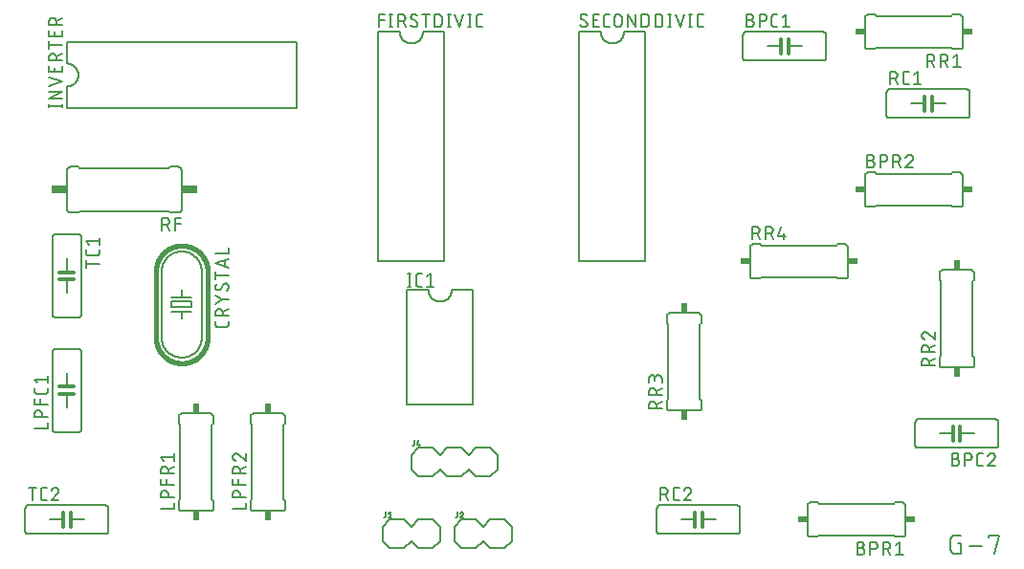
<source format=gbr>
G04 EAGLE Gerber RS-274X export*
G75*
%MOMM*%
%FSLAX34Y34*%
%LPD*%
%INSilkscreen Top*%
%IPPOS*%
%AMOC8*
5,1,8,0,0,1.08239X$1,22.5*%
G01*
%ADD10C,0.152400*%
%ADD11C,0.304800*%
%ADD12C,0.127000*%
%ADD13R,0.863600X0.609600*%
%ADD14C,0.406400*%
%ADD15C,0.203200*%
%ADD16R,0.609600X0.863600*%
%ADD17R,1.397000X0.762000*%


D10*
X839084Y321793D02*
X841793Y321793D01*
X841793Y312762D01*
X836374Y312762D01*
X836256Y312764D01*
X836138Y312770D01*
X836020Y312779D01*
X835903Y312793D01*
X835786Y312810D01*
X835669Y312831D01*
X835554Y312856D01*
X835439Y312885D01*
X835325Y312918D01*
X835213Y312954D01*
X835102Y312994D01*
X834992Y313037D01*
X834883Y313084D01*
X834776Y313134D01*
X834671Y313189D01*
X834568Y313246D01*
X834467Y313307D01*
X834367Y313371D01*
X834270Y313438D01*
X834175Y313508D01*
X834083Y313582D01*
X833992Y313658D01*
X833905Y313738D01*
X833820Y313820D01*
X833738Y313905D01*
X833658Y313992D01*
X833582Y314083D01*
X833508Y314175D01*
X833438Y314270D01*
X833371Y314367D01*
X833307Y314467D01*
X833246Y314568D01*
X833189Y314671D01*
X833134Y314776D01*
X833084Y314883D01*
X833037Y314992D01*
X832994Y315102D01*
X832954Y315213D01*
X832918Y315325D01*
X832885Y315439D01*
X832856Y315554D01*
X832831Y315669D01*
X832810Y315786D01*
X832793Y315903D01*
X832779Y316020D01*
X832770Y316138D01*
X832764Y316256D01*
X832762Y316374D01*
X832762Y325406D01*
X832764Y325524D01*
X832770Y325642D01*
X832779Y325760D01*
X832793Y325877D01*
X832810Y325994D01*
X832831Y326111D01*
X832856Y326226D01*
X832885Y326341D01*
X832918Y326455D01*
X832954Y326567D01*
X832994Y326678D01*
X833037Y326788D01*
X833084Y326897D01*
X833134Y327004D01*
X833188Y327109D01*
X833246Y327212D01*
X833307Y327313D01*
X833371Y327413D01*
X833438Y327510D01*
X833508Y327605D01*
X833582Y327697D01*
X833658Y327788D01*
X833738Y327875D01*
X833820Y327960D01*
X833905Y328042D01*
X833992Y328122D01*
X834083Y328198D01*
X834175Y328272D01*
X834270Y328342D01*
X834367Y328409D01*
X834467Y328473D01*
X834568Y328534D01*
X834671Y328591D01*
X834776Y328645D01*
X834883Y328696D01*
X834992Y328743D01*
X835102Y328786D01*
X835213Y328826D01*
X835325Y328862D01*
X835439Y328895D01*
X835554Y328924D01*
X835669Y328949D01*
X835786Y328970D01*
X835903Y328987D01*
X836020Y329001D01*
X836138Y329010D01*
X836256Y329016D01*
X836374Y329018D01*
X841793Y329018D01*
X849053Y319084D02*
X859891Y319084D01*
X866630Y327212D02*
X866630Y329018D01*
X875661Y329018D01*
X871145Y312762D01*
D11*
X682752Y762000D02*
X682752Y768350D01*
X682752Y762000D02*
X682752Y755650D01*
D10*
X682752Y762000D02*
X670560Y762000D01*
D11*
X689102Y762000D02*
X689102Y768350D01*
X689102Y762000D02*
X689102Y755650D01*
D10*
X689102Y762000D02*
X701040Y762000D01*
X648970Y772160D02*
X648970Y751840D01*
X651510Y749300D02*
X720090Y749300D01*
X722630Y751840D02*
X722630Y772160D01*
X720090Y774700D02*
X651510Y774700D01*
X720090Y774700D02*
X720190Y774698D01*
X720289Y774692D01*
X720389Y774682D01*
X720487Y774669D01*
X720586Y774651D01*
X720683Y774630D01*
X720779Y774605D01*
X720875Y774576D01*
X720969Y774543D01*
X721062Y774507D01*
X721153Y774467D01*
X721243Y774423D01*
X721331Y774376D01*
X721417Y774326D01*
X721501Y774272D01*
X721583Y774215D01*
X721662Y774155D01*
X721740Y774091D01*
X721814Y774025D01*
X721886Y773956D01*
X721955Y773884D01*
X722021Y773810D01*
X722085Y773732D01*
X722145Y773653D01*
X722202Y773571D01*
X722256Y773487D01*
X722306Y773401D01*
X722353Y773313D01*
X722397Y773223D01*
X722437Y773132D01*
X722473Y773039D01*
X722506Y772945D01*
X722535Y772849D01*
X722560Y772753D01*
X722581Y772656D01*
X722599Y772557D01*
X722612Y772459D01*
X722622Y772359D01*
X722628Y772260D01*
X722630Y772160D01*
X722630Y751840D02*
X722628Y751740D01*
X722622Y751641D01*
X722612Y751541D01*
X722599Y751443D01*
X722581Y751344D01*
X722560Y751247D01*
X722535Y751151D01*
X722506Y751055D01*
X722473Y750961D01*
X722437Y750868D01*
X722397Y750777D01*
X722353Y750687D01*
X722306Y750599D01*
X722256Y750513D01*
X722202Y750429D01*
X722145Y750347D01*
X722085Y750268D01*
X722021Y750190D01*
X721955Y750116D01*
X721886Y750044D01*
X721814Y749975D01*
X721740Y749909D01*
X721662Y749845D01*
X721583Y749785D01*
X721501Y749728D01*
X721417Y749674D01*
X721331Y749624D01*
X721243Y749577D01*
X721153Y749533D01*
X721062Y749493D01*
X720969Y749457D01*
X720875Y749424D01*
X720779Y749395D01*
X720683Y749370D01*
X720586Y749349D01*
X720487Y749331D01*
X720389Y749318D01*
X720289Y749308D01*
X720190Y749302D01*
X720090Y749300D01*
X651510Y749300D02*
X651410Y749302D01*
X651311Y749308D01*
X651211Y749318D01*
X651113Y749331D01*
X651014Y749349D01*
X650917Y749370D01*
X650821Y749395D01*
X650725Y749424D01*
X650631Y749457D01*
X650538Y749493D01*
X650447Y749533D01*
X650357Y749577D01*
X650269Y749624D01*
X650183Y749674D01*
X650099Y749728D01*
X650017Y749785D01*
X649938Y749845D01*
X649860Y749909D01*
X649786Y749975D01*
X649714Y750044D01*
X649645Y750116D01*
X649579Y750190D01*
X649515Y750268D01*
X649455Y750347D01*
X649398Y750429D01*
X649344Y750513D01*
X649294Y750599D01*
X649247Y750687D01*
X649203Y750777D01*
X649163Y750868D01*
X649127Y750961D01*
X649094Y751055D01*
X649065Y751151D01*
X649040Y751247D01*
X649019Y751344D01*
X649001Y751443D01*
X648988Y751541D01*
X648978Y751641D01*
X648972Y751740D01*
X648970Y751840D01*
X648970Y772160D02*
X648972Y772260D01*
X648978Y772359D01*
X648988Y772459D01*
X649001Y772557D01*
X649019Y772656D01*
X649040Y772753D01*
X649065Y772849D01*
X649094Y772945D01*
X649127Y773039D01*
X649163Y773132D01*
X649203Y773223D01*
X649247Y773313D01*
X649294Y773401D01*
X649344Y773487D01*
X649398Y773571D01*
X649455Y773653D01*
X649515Y773732D01*
X649579Y773810D01*
X649645Y773884D01*
X649714Y773956D01*
X649786Y774025D01*
X649860Y774091D01*
X649938Y774155D01*
X650017Y774215D01*
X650099Y774272D01*
X650183Y774326D01*
X650269Y774376D01*
X650357Y774423D01*
X650447Y774467D01*
X650538Y774507D01*
X650631Y774543D01*
X650725Y774576D01*
X650821Y774605D01*
X650917Y774630D01*
X651014Y774651D01*
X651113Y774669D01*
X651211Y774682D01*
X651311Y774692D01*
X651410Y774698D01*
X651510Y774700D01*
D12*
X652145Y785495D02*
X655320Y785495D01*
X655431Y785493D01*
X655541Y785487D01*
X655652Y785478D01*
X655762Y785464D01*
X655871Y785447D01*
X655980Y785426D01*
X656088Y785401D01*
X656195Y785372D01*
X656301Y785340D01*
X656406Y785304D01*
X656509Y785264D01*
X656611Y785221D01*
X656712Y785174D01*
X656811Y785123D01*
X656908Y785070D01*
X657002Y785013D01*
X657095Y784952D01*
X657186Y784889D01*
X657275Y784822D01*
X657361Y784752D01*
X657444Y784679D01*
X657526Y784604D01*
X657604Y784526D01*
X657679Y784444D01*
X657752Y784361D01*
X657822Y784275D01*
X657889Y784186D01*
X657952Y784095D01*
X658013Y784002D01*
X658070Y783907D01*
X658123Y783811D01*
X658174Y783712D01*
X658221Y783611D01*
X658264Y783509D01*
X658304Y783406D01*
X658340Y783301D01*
X658372Y783195D01*
X658401Y783088D01*
X658426Y782980D01*
X658447Y782871D01*
X658464Y782762D01*
X658478Y782652D01*
X658487Y782541D01*
X658493Y782431D01*
X658495Y782320D01*
X658493Y782209D01*
X658487Y782099D01*
X658478Y781988D01*
X658464Y781878D01*
X658447Y781769D01*
X658426Y781660D01*
X658401Y781552D01*
X658372Y781445D01*
X658340Y781339D01*
X658304Y781234D01*
X658264Y781131D01*
X658221Y781029D01*
X658174Y780928D01*
X658123Y780829D01*
X658070Y780733D01*
X658013Y780638D01*
X657952Y780545D01*
X657889Y780454D01*
X657822Y780365D01*
X657752Y780279D01*
X657679Y780196D01*
X657604Y780114D01*
X657526Y780036D01*
X657444Y779961D01*
X657361Y779888D01*
X657275Y779818D01*
X657186Y779751D01*
X657095Y779688D01*
X657002Y779627D01*
X656908Y779570D01*
X656811Y779517D01*
X656712Y779466D01*
X656611Y779419D01*
X656509Y779376D01*
X656406Y779336D01*
X656301Y779300D01*
X656195Y779268D01*
X656088Y779239D01*
X655980Y779214D01*
X655871Y779193D01*
X655762Y779176D01*
X655652Y779162D01*
X655541Y779153D01*
X655431Y779147D01*
X655320Y779145D01*
X652145Y779145D01*
X652145Y790575D01*
X655320Y790575D01*
X655420Y790573D01*
X655519Y790567D01*
X655619Y790557D01*
X655717Y790544D01*
X655816Y790526D01*
X655913Y790505D01*
X656009Y790480D01*
X656105Y790451D01*
X656199Y790418D01*
X656292Y790382D01*
X656383Y790342D01*
X656473Y790298D01*
X656561Y790251D01*
X656647Y790201D01*
X656731Y790147D01*
X656813Y790090D01*
X656892Y790030D01*
X656970Y789966D01*
X657044Y789900D01*
X657116Y789831D01*
X657185Y789759D01*
X657251Y789685D01*
X657315Y789607D01*
X657375Y789528D01*
X657432Y789446D01*
X657486Y789362D01*
X657536Y789276D01*
X657583Y789188D01*
X657627Y789098D01*
X657667Y789007D01*
X657703Y788914D01*
X657736Y788820D01*
X657765Y788724D01*
X657790Y788628D01*
X657811Y788531D01*
X657829Y788432D01*
X657842Y788334D01*
X657852Y788234D01*
X657858Y788135D01*
X657860Y788035D01*
X657858Y787935D01*
X657852Y787836D01*
X657842Y787736D01*
X657829Y787638D01*
X657811Y787539D01*
X657790Y787442D01*
X657765Y787346D01*
X657736Y787250D01*
X657703Y787156D01*
X657667Y787063D01*
X657627Y786972D01*
X657583Y786882D01*
X657536Y786794D01*
X657486Y786708D01*
X657432Y786624D01*
X657375Y786542D01*
X657315Y786463D01*
X657251Y786385D01*
X657185Y786311D01*
X657116Y786239D01*
X657044Y786170D01*
X656970Y786104D01*
X656892Y786040D01*
X656813Y785980D01*
X656731Y785923D01*
X656647Y785869D01*
X656561Y785819D01*
X656473Y785772D01*
X656383Y785728D01*
X656292Y785688D01*
X656199Y785652D01*
X656105Y785619D01*
X656009Y785590D01*
X655913Y785565D01*
X655816Y785544D01*
X655717Y785526D01*
X655619Y785513D01*
X655519Y785503D01*
X655420Y785497D01*
X655320Y785495D01*
X663575Y790575D02*
X663575Y779145D01*
X663575Y790575D02*
X666750Y790575D01*
X666861Y790573D01*
X666971Y790567D01*
X667082Y790558D01*
X667192Y790544D01*
X667301Y790527D01*
X667410Y790506D01*
X667518Y790481D01*
X667625Y790452D01*
X667731Y790420D01*
X667836Y790384D01*
X667939Y790344D01*
X668041Y790301D01*
X668142Y790254D01*
X668241Y790203D01*
X668338Y790150D01*
X668432Y790093D01*
X668525Y790032D01*
X668616Y789969D01*
X668705Y789902D01*
X668791Y789832D01*
X668874Y789759D01*
X668956Y789684D01*
X669034Y789606D01*
X669109Y789524D01*
X669182Y789441D01*
X669252Y789355D01*
X669319Y789266D01*
X669382Y789175D01*
X669443Y789082D01*
X669500Y788987D01*
X669553Y788891D01*
X669604Y788792D01*
X669651Y788691D01*
X669694Y788589D01*
X669734Y788486D01*
X669770Y788381D01*
X669802Y788275D01*
X669831Y788168D01*
X669856Y788060D01*
X669877Y787951D01*
X669894Y787842D01*
X669908Y787732D01*
X669917Y787621D01*
X669923Y787511D01*
X669925Y787400D01*
X669923Y787289D01*
X669917Y787179D01*
X669908Y787068D01*
X669894Y786958D01*
X669877Y786849D01*
X669856Y786740D01*
X669831Y786632D01*
X669802Y786525D01*
X669770Y786419D01*
X669734Y786314D01*
X669694Y786211D01*
X669651Y786109D01*
X669604Y786008D01*
X669553Y785909D01*
X669500Y785813D01*
X669443Y785718D01*
X669382Y785625D01*
X669319Y785534D01*
X669252Y785445D01*
X669182Y785359D01*
X669109Y785276D01*
X669034Y785194D01*
X668956Y785116D01*
X668874Y785041D01*
X668791Y784968D01*
X668705Y784898D01*
X668616Y784831D01*
X668525Y784768D01*
X668432Y784707D01*
X668338Y784650D01*
X668241Y784597D01*
X668142Y784546D01*
X668041Y784499D01*
X667939Y784456D01*
X667836Y784416D01*
X667731Y784380D01*
X667625Y784348D01*
X667518Y784319D01*
X667410Y784294D01*
X667301Y784273D01*
X667192Y784256D01*
X667082Y784242D01*
X666971Y784233D01*
X666861Y784227D01*
X666750Y784225D01*
X663575Y784225D01*
X676936Y779145D02*
X679476Y779145D01*
X676936Y779145D02*
X676836Y779147D01*
X676737Y779153D01*
X676637Y779163D01*
X676539Y779176D01*
X676440Y779194D01*
X676343Y779215D01*
X676247Y779240D01*
X676151Y779269D01*
X676057Y779302D01*
X675964Y779338D01*
X675873Y779378D01*
X675783Y779422D01*
X675695Y779469D01*
X675609Y779519D01*
X675525Y779573D01*
X675443Y779630D01*
X675364Y779690D01*
X675286Y779754D01*
X675212Y779820D01*
X675140Y779889D01*
X675071Y779961D01*
X675005Y780035D01*
X674941Y780113D01*
X674881Y780192D01*
X674824Y780274D01*
X674770Y780358D01*
X674720Y780444D01*
X674673Y780532D01*
X674629Y780622D01*
X674589Y780713D01*
X674553Y780806D01*
X674520Y780900D01*
X674491Y780996D01*
X674466Y781092D01*
X674445Y781189D01*
X674427Y781288D01*
X674414Y781386D01*
X674404Y781486D01*
X674398Y781585D01*
X674396Y781685D01*
X674396Y788035D01*
X674398Y788135D01*
X674404Y788234D01*
X674414Y788334D01*
X674427Y788432D01*
X674445Y788531D01*
X674466Y788628D01*
X674491Y788724D01*
X674520Y788820D01*
X674553Y788914D01*
X674589Y789007D01*
X674629Y789098D01*
X674673Y789188D01*
X674720Y789276D01*
X674770Y789362D01*
X674824Y789446D01*
X674881Y789528D01*
X674941Y789607D01*
X675005Y789685D01*
X675071Y789759D01*
X675140Y789831D01*
X675212Y789900D01*
X675286Y789966D01*
X675364Y790030D01*
X675443Y790090D01*
X675525Y790147D01*
X675609Y790201D01*
X675695Y790251D01*
X675783Y790298D01*
X675873Y790342D01*
X675964Y790382D01*
X676057Y790418D01*
X676151Y790451D01*
X676247Y790480D01*
X676343Y790505D01*
X676440Y790526D01*
X676539Y790544D01*
X676637Y790557D01*
X676737Y790567D01*
X676836Y790573D01*
X676936Y790575D01*
X679476Y790575D01*
X683958Y788035D02*
X687133Y790575D01*
X687133Y779145D01*
X683958Y779145D02*
X690308Y779145D01*
D11*
X841248Y419100D02*
X841248Y412750D01*
X841248Y419100D02*
X841248Y425450D01*
D10*
X841248Y419100D02*
X853440Y419100D01*
D11*
X834898Y419100D02*
X834898Y412750D01*
X834898Y419100D02*
X834898Y425450D01*
D10*
X834898Y419100D02*
X822960Y419100D01*
X875030Y408940D02*
X875030Y429260D01*
X872490Y431800D02*
X803910Y431800D01*
X801370Y429260D02*
X801370Y408940D01*
X803910Y406400D02*
X872490Y406400D01*
X803910Y406400D02*
X803810Y406402D01*
X803711Y406408D01*
X803611Y406418D01*
X803513Y406431D01*
X803414Y406449D01*
X803317Y406470D01*
X803221Y406495D01*
X803125Y406524D01*
X803031Y406557D01*
X802938Y406593D01*
X802847Y406633D01*
X802757Y406677D01*
X802669Y406724D01*
X802583Y406774D01*
X802499Y406828D01*
X802417Y406885D01*
X802338Y406945D01*
X802260Y407009D01*
X802186Y407075D01*
X802114Y407144D01*
X802045Y407216D01*
X801979Y407290D01*
X801915Y407368D01*
X801855Y407447D01*
X801798Y407529D01*
X801744Y407613D01*
X801694Y407699D01*
X801647Y407787D01*
X801603Y407877D01*
X801563Y407968D01*
X801527Y408061D01*
X801494Y408155D01*
X801465Y408251D01*
X801440Y408347D01*
X801419Y408444D01*
X801401Y408543D01*
X801388Y408641D01*
X801378Y408741D01*
X801372Y408840D01*
X801370Y408940D01*
X801370Y429260D02*
X801372Y429360D01*
X801378Y429459D01*
X801388Y429559D01*
X801401Y429657D01*
X801419Y429756D01*
X801440Y429853D01*
X801465Y429949D01*
X801494Y430045D01*
X801527Y430139D01*
X801563Y430232D01*
X801603Y430323D01*
X801647Y430413D01*
X801694Y430501D01*
X801744Y430587D01*
X801798Y430671D01*
X801855Y430753D01*
X801915Y430832D01*
X801979Y430910D01*
X802045Y430984D01*
X802114Y431056D01*
X802186Y431125D01*
X802260Y431191D01*
X802338Y431255D01*
X802417Y431315D01*
X802499Y431372D01*
X802583Y431426D01*
X802669Y431476D01*
X802757Y431523D01*
X802847Y431567D01*
X802938Y431607D01*
X803031Y431643D01*
X803125Y431676D01*
X803221Y431705D01*
X803317Y431730D01*
X803414Y431751D01*
X803513Y431769D01*
X803611Y431782D01*
X803711Y431792D01*
X803810Y431798D01*
X803910Y431800D01*
X872490Y431800D02*
X872590Y431798D01*
X872689Y431792D01*
X872789Y431782D01*
X872887Y431769D01*
X872986Y431751D01*
X873083Y431730D01*
X873179Y431705D01*
X873275Y431676D01*
X873369Y431643D01*
X873462Y431607D01*
X873553Y431567D01*
X873643Y431523D01*
X873731Y431476D01*
X873817Y431426D01*
X873901Y431372D01*
X873983Y431315D01*
X874062Y431255D01*
X874140Y431191D01*
X874214Y431125D01*
X874286Y431056D01*
X874355Y430984D01*
X874421Y430910D01*
X874485Y430832D01*
X874545Y430753D01*
X874602Y430671D01*
X874656Y430587D01*
X874706Y430501D01*
X874753Y430413D01*
X874797Y430323D01*
X874837Y430232D01*
X874873Y430139D01*
X874906Y430045D01*
X874935Y429949D01*
X874960Y429853D01*
X874981Y429756D01*
X874999Y429657D01*
X875012Y429559D01*
X875022Y429459D01*
X875028Y429360D01*
X875030Y429260D01*
X875030Y408940D02*
X875028Y408840D01*
X875022Y408741D01*
X875012Y408641D01*
X874999Y408543D01*
X874981Y408444D01*
X874960Y408347D01*
X874935Y408251D01*
X874906Y408155D01*
X874873Y408061D01*
X874837Y407968D01*
X874797Y407877D01*
X874753Y407787D01*
X874706Y407699D01*
X874656Y407613D01*
X874602Y407529D01*
X874545Y407447D01*
X874485Y407368D01*
X874421Y407290D01*
X874355Y407216D01*
X874286Y407144D01*
X874214Y407075D01*
X874140Y407009D01*
X874062Y406945D01*
X873983Y406885D01*
X873901Y406828D01*
X873817Y406774D01*
X873731Y406724D01*
X873643Y406677D01*
X873553Y406633D01*
X873462Y406593D01*
X873369Y406557D01*
X873275Y406524D01*
X873179Y406495D01*
X873083Y406470D01*
X872986Y406449D01*
X872887Y406431D01*
X872789Y406418D01*
X872689Y406408D01*
X872590Y406402D01*
X872490Y406400D01*
D12*
X836867Y396875D02*
X833692Y396875D01*
X836867Y396875D02*
X836978Y396873D01*
X837088Y396867D01*
X837199Y396858D01*
X837309Y396844D01*
X837418Y396827D01*
X837527Y396806D01*
X837635Y396781D01*
X837742Y396752D01*
X837848Y396720D01*
X837953Y396684D01*
X838056Y396644D01*
X838158Y396601D01*
X838259Y396554D01*
X838358Y396503D01*
X838455Y396450D01*
X838549Y396393D01*
X838642Y396332D01*
X838733Y396269D01*
X838822Y396202D01*
X838908Y396132D01*
X838991Y396059D01*
X839073Y395984D01*
X839151Y395906D01*
X839226Y395824D01*
X839299Y395741D01*
X839369Y395655D01*
X839436Y395566D01*
X839499Y395475D01*
X839560Y395382D01*
X839617Y395287D01*
X839670Y395191D01*
X839721Y395092D01*
X839768Y394991D01*
X839811Y394889D01*
X839851Y394786D01*
X839887Y394681D01*
X839919Y394575D01*
X839948Y394468D01*
X839973Y394360D01*
X839994Y394251D01*
X840011Y394142D01*
X840025Y394032D01*
X840034Y393921D01*
X840040Y393811D01*
X840042Y393700D01*
X840040Y393589D01*
X840034Y393479D01*
X840025Y393368D01*
X840011Y393258D01*
X839994Y393149D01*
X839973Y393040D01*
X839948Y392932D01*
X839919Y392825D01*
X839887Y392719D01*
X839851Y392614D01*
X839811Y392511D01*
X839768Y392409D01*
X839721Y392308D01*
X839670Y392209D01*
X839617Y392112D01*
X839560Y392018D01*
X839499Y391925D01*
X839436Y391834D01*
X839369Y391745D01*
X839299Y391659D01*
X839226Y391576D01*
X839151Y391494D01*
X839073Y391416D01*
X838991Y391341D01*
X838908Y391268D01*
X838822Y391198D01*
X838733Y391131D01*
X838642Y391068D01*
X838549Y391007D01*
X838455Y390950D01*
X838358Y390897D01*
X838259Y390846D01*
X838158Y390799D01*
X838056Y390756D01*
X837953Y390716D01*
X837848Y390680D01*
X837742Y390648D01*
X837635Y390619D01*
X837527Y390594D01*
X837418Y390573D01*
X837309Y390556D01*
X837199Y390542D01*
X837088Y390533D01*
X836978Y390527D01*
X836867Y390525D01*
X833692Y390525D01*
X833692Y401955D01*
X836867Y401955D01*
X836967Y401953D01*
X837066Y401947D01*
X837166Y401937D01*
X837264Y401924D01*
X837363Y401906D01*
X837460Y401885D01*
X837556Y401860D01*
X837652Y401831D01*
X837746Y401798D01*
X837839Y401762D01*
X837930Y401722D01*
X838020Y401678D01*
X838108Y401631D01*
X838194Y401581D01*
X838278Y401527D01*
X838360Y401470D01*
X838439Y401410D01*
X838517Y401346D01*
X838591Y401280D01*
X838663Y401211D01*
X838732Y401139D01*
X838798Y401065D01*
X838862Y400987D01*
X838922Y400908D01*
X838979Y400826D01*
X839033Y400742D01*
X839083Y400656D01*
X839130Y400568D01*
X839174Y400478D01*
X839214Y400387D01*
X839250Y400294D01*
X839283Y400200D01*
X839312Y400104D01*
X839337Y400008D01*
X839358Y399911D01*
X839376Y399812D01*
X839389Y399714D01*
X839399Y399614D01*
X839405Y399515D01*
X839407Y399415D01*
X839405Y399315D01*
X839399Y399216D01*
X839389Y399116D01*
X839376Y399018D01*
X839358Y398919D01*
X839337Y398822D01*
X839312Y398726D01*
X839283Y398630D01*
X839250Y398536D01*
X839214Y398443D01*
X839174Y398352D01*
X839130Y398262D01*
X839083Y398174D01*
X839033Y398088D01*
X838979Y398004D01*
X838922Y397922D01*
X838862Y397843D01*
X838798Y397765D01*
X838732Y397691D01*
X838663Y397619D01*
X838591Y397550D01*
X838517Y397484D01*
X838439Y397420D01*
X838360Y397360D01*
X838278Y397303D01*
X838194Y397249D01*
X838108Y397199D01*
X838020Y397152D01*
X837930Y397108D01*
X837839Y397068D01*
X837746Y397032D01*
X837652Y396999D01*
X837556Y396970D01*
X837460Y396945D01*
X837363Y396924D01*
X837264Y396906D01*
X837166Y396893D01*
X837066Y396883D01*
X836967Y396877D01*
X836867Y396875D01*
X845122Y401955D02*
X845122Y390525D01*
X845122Y401955D02*
X848297Y401955D01*
X848408Y401953D01*
X848518Y401947D01*
X848629Y401938D01*
X848739Y401924D01*
X848848Y401907D01*
X848957Y401886D01*
X849065Y401861D01*
X849172Y401832D01*
X849278Y401800D01*
X849383Y401764D01*
X849486Y401724D01*
X849588Y401681D01*
X849689Y401634D01*
X849788Y401583D01*
X849885Y401530D01*
X849979Y401473D01*
X850072Y401412D01*
X850163Y401349D01*
X850252Y401282D01*
X850338Y401212D01*
X850421Y401139D01*
X850503Y401064D01*
X850581Y400986D01*
X850656Y400904D01*
X850729Y400821D01*
X850799Y400735D01*
X850866Y400646D01*
X850929Y400555D01*
X850990Y400462D01*
X851047Y400367D01*
X851100Y400271D01*
X851151Y400172D01*
X851198Y400071D01*
X851241Y399969D01*
X851281Y399866D01*
X851317Y399761D01*
X851349Y399655D01*
X851378Y399548D01*
X851403Y399440D01*
X851424Y399331D01*
X851441Y399222D01*
X851455Y399112D01*
X851464Y399001D01*
X851470Y398891D01*
X851472Y398780D01*
X851470Y398669D01*
X851464Y398559D01*
X851455Y398448D01*
X851441Y398338D01*
X851424Y398229D01*
X851403Y398120D01*
X851378Y398012D01*
X851349Y397905D01*
X851317Y397799D01*
X851281Y397694D01*
X851241Y397591D01*
X851198Y397489D01*
X851151Y397388D01*
X851100Y397289D01*
X851047Y397192D01*
X850990Y397098D01*
X850929Y397005D01*
X850866Y396914D01*
X850799Y396825D01*
X850729Y396739D01*
X850656Y396656D01*
X850581Y396574D01*
X850503Y396496D01*
X850421Y396421D01*
X850338Y396348D01*
X850252Y396278D01*
X850163Y396211D01*
X850072Y396148D01*
X849979Y396087D01*
X849885Y396030D01*
X849788Y395977D01*
X849689Y395926D01*
X849588Y395879D01*
X849486Y395836D01*
X849383Y395796D01*
X849278Y395760D01*
X849172Y395728D01*
X849065Y395699D01*
X848957Y395674D01*
X848848Y395653D01*
X848739Y395636D01*
X848629Y395622D01*
X848518Y395613D01*
X848408Y395607D01*
X848297Y395605D01*
X845122Y395605D01*
X858483Y390525D02*
X861023Y390525D01*
X858483Y390525D02*
X858383Y390527D01*
X858284Y390533D01*
X858184Y390543D01*
X858086Y390556D01*
X857987Y390574D01*
X857890Y390595D01*
X857794Y390620D01*
X857698Y390649D01*
X857604Y390682D01*
X857511Y390718D01*
X857420Y390758D01*
X857330Y390802D01*
X857242Y390849D01*
X857156Y390899D01*
X857072Y390953D01*
X856990Y391010D01*
X856911Y391070D01*
X856833Y391134D01*
X856759Y391200D01*
X856687Y391269D01*
X856618Y391341D01*
X856552Y391415D01*
X856488Y391493D01*
X856428Y391572D01*
X856371Y391654D01*
X856317Y391738D01*
X856267Y391824D01*
X856220Y391912D01*
X856176Y392002D01*
X856136Y392093D01*
X856100Y392186D01*
X856067Y392280D01*
X856038Y392376D01*
X856013Y392472D01*
X855992Y392569D01*
X855974Y392668D01*
X855961Y392766D01*
X855951Y392866D01*
X855945Y392965D01*
X855943Y393065D01*
X855943Y399415D01*
X855945Y399515D01*
X855951Y399614D01*
X855961Y399714D01*
X855974Y399812D01*
X855992Y399911D01*
X856013Y400008D01*
X856038Y400104D01*
X856067Y400200D01*
X856100Y400294D01*
X856136Y400387D01*
X856176Y400478D01*
X856220Y400568D01*
X856267Y400656D01*
X856317Y400742D01*
X856371Y400826D01*
X856428Y400908D01*
X856488Y400987D01*
X856552Y401065D01*
X856618Y401139D01*
X856687Y401211D01*
X856759Y401280D01*
X856833Y401346D01*
X856911Y401410D01*
X856990Y401470D01*
X857072Y401527D01*
X857156Y401581D01*
X857242Y401631D01*
X857330Y401678D01*
X857420Y401722D01*
X857511Y401762D01*
X857604Y401798D01*
X857698Y401831D01*
X857794Y401860D01*
X857890Y401885D01*
X857987Y401906D01*
X858086Y401924D01*
X858184Y401937D01*
X858284Y401947D01*
X858383Y401953D01*
X858483Y401955D01*
X861023Y401955D01*
X868998Y401956D02*
X869102Y401954D01*
X869207Y401948D01*
X869311Y401939D01*
X869414Y401926D01*
X869517Y401908D01*
X869619Y401888D01*
X869721Y401863D01*
X869821Y401835D01*
X869921Y401803D01*
X870019Y401767D01*
X870116Y401728D01*
X870211Y401686D01*
X870305Y401640D01*
X870397Y401590D01*
X870487Y401538D01*
X870575Y401482D01*
X870661Y401422D01*
X870745Y401360D01*
X870826Y401295D01*
X870905Y401227D01*
X870982Y401155D01*
X871055Y401082D01*
X871127Y401005D01*
X871195Y400926D01*
X871260Y400845D01*
X871322Y400761D01*
X871382Y400675D01*
X871438Y400587D01*
X871490Y400497D01*
X871540Y400405D01*
X871586Y400311D01*
X871628Y400216D01*
X871667Y400119D01*
X871703Y400021D01*
X871735Y399921D01*
X871763Y399821D01*
X871788Y399719D01*
X871808Y399617D01*
X871826Y399514D01*
X871839Y399411D01*
X871848Y399307D01*
X871854Y399202D01*
X871856Y399098D01*
X868998Y401955D02*
X868880Y401953D01*
X868761Y401947D01*
X868643Y401938D01*
X868526Y401925D01*
X868409Y401907D01*
X868292Y401887D01*
X868176Y401862D01*
X868061Y401834D01*
X867948Y401801D01*
X867835Y401766D01*
X867723Y401726D01*
X867613Y401684D01*
X867504Y401637D01*
X867396Y401587D01*
X867291Y401534D01*
X867187Y401477D01*
X867085Y401417D01*
X866985Y401354D01*
X866887Y401287D01*
X866791Y401218D01*
X866698Y401145D01*
X866607Y401069D01*
X866518Y400991D01*
X866432Y400909D01*
X866349Y400825D01*
X866268Y400739D01*
X866191Y400649D01*
X866116Y400558D01*
X866044Y400464D01*
X865975Y400367D01*
X865910Y400269D01*
X865847Y400168D01*
X865788Y400065D01*
X865732Y399961D01*
X865680Y399855D01*
X865631Y399747D01*
X865586Y399638D01*
X865544Y399527D01*
X865506Y399415D01*
X870903Y396876D02*
X870979Y396951D01*
X871054Y397030D01*
X871125Y397111D01*
X871194Y397195D01*
X871259Y397281D01*
X871321Y397369D01*
X871381Y397459D01*
X871437Y397551D01*
X871490Y397646D01*
X871539Y397742D01*
X871585Y397840D01*
X871628Y397939D01*
X871667Y398040D01*
X871702Y398142D01*
X871734Y398245D01*
X871762Y398349D01*
X871787Y398454D01*
X871808Y398561D01*
X871825Y398667D01*
X871838Y398774D01*
X871847Y398882D01*
X871853Y398990D01*
X871855Y399098D01*
X870903Y396875D02*
X865505Y390525D01*
X871855Y390525D01*
D10*
X792480Y330200D02*
X792478Y330100D01*
X792472Y330001D01*
X792462Y329901D01*
X792449Y329803D01*
X792431Y329704D01*
X792410Y329607D01*
X792385Y329511D01*
X792356Y329415D01*
X792323Y329321D01*
X792287Y329228D01*
X792247Y329137D01*
X792203Y329047D01*
X792156Y328959D01*
X792106Y328873D01*
X792052Y328789D01*
X791995Y328707D01*
X791935Y328628D01*
X791871Y328550D01*
X791805Y328476D01*
X791736Y328404D01*
X791664Y328335D01*
X791590Y328269D01*
X791512Y328205D01*
X791433Y328145D01*
X791351Y328088D01*
X791267Y328034D01*
X791181Y327984D01*
X791093Y327937D01*
X791003Y327893D01*
X790912Y327853D01*
X790819Y327817D01*
X790725Y327784D01*
X790629Y327755D01*
X790533Y327730D01*
X790436Y327709D01*
X790337Y327691D01*
X790239Y327678D01*
X790139Y327668D01*
X790040Y327662D01*
X789940Y327660D01*
X792480Y355600D02*
X792478Y355700D01*
X792472Y355799D01*
X792462Y355899D01*
X792449Y355997D01*
X792431Y356096D01*
X792410Y356193D01*
X792385Y356289D01*
X792356Y356385D01*
X792323Y356479D01*
X792287Y356572D01*
X792247Y356663D01*
X792203Y356753D01*
X792156Y356841D01*
X792106Y356927D01*
X792052Y357011D01*
X791995Y357093D01*
X791935Y357172D01*
X791871Y357250D01*
X791805Y357324D01*
X791736Y357396D01*
X791664Y357465D01*
X791590Y357531D01*
X791512Y357595D01*
X791433Y357655D01*
X791351Y357712D01*
X791267Y357766D01*
X791181Y357816D01*
X791093Y357863D01*
X791003Y357907D01*
X790912Y357947D01*
X790819Y357983D01*
X790725Y358016D01*
X790629Y358045D01*
X790533Y358070D01*
X790436Y358091D01*
X790337Y358109D01*
X790239Y358122D01*
X790139Y358132D01*
X790040Y358138D01*
X789940Y358140D01*
X708660Y358140D02*
X708560Y358138D01*
X708461Y358132D01*
X708361Y358122D01*
X708263Y358109D01*
X708164Y358091D01*
X708067Y358070D01*
X707971Y358045D01*
X707875Y358016D01*
X707781Y357983D01*
X707688Y357947D01*
X707597Y357907D01*
X707507Y357863D01*
X707419Y357816D01*
X707333Y357766D01*
X707249Y357712D01*
X707167Y357655D01*
X707088Y357595D01*
X707010Y357531D01*
X706936Y357465D01*
X706864Y357396D01*
X706795Y357324D01*
X706729Y357250D01*
X706665Y357172D01*
X706605Y357093D01*
X706548Y357011D01*
X706494Y356927D01*
X706444Y356841D01*
X706397Y356753D01*
X706353Y356663D01*
X706313Y356572D01*
X706277Y356479D01*
X706244Y356385D01*
X706215Y356289D01*
X706190Y356193D01*
X706169Y356096D01*
X706151Y355997D01*
X706138Y355899D01*
X706128Y355799D01*
X706122Y355700D01*
X706120Y355600D01*
X706120Y330200D02*
X706122Y330100D01*
X706128Y330001D01*
X706138Y329901D01*
X706151Y329803D01*
X706169Y329704D01*
X706190Y329607D01*
X706215Y329511D01*
X706244Y329415D01*
X706277Y329321D01*
X706313Y329228D01*
X706353Y329137D01*
X706397Y329047D01*
X706444Y328959D01*
X706494Y328873D01*
X706548Y328789D01*
X706605Y328707D01*
X706665Y328628D01*
X706729Y328550D01*
X706795Y328476D01*
X706864Y328404D01*
X706936Y328335D01*
X707010Y328269D01*
X707088Y328205D01*
X707167Y328145D01*
X707249Y328088D01*
X707333Y328034D01*
X707419Y327984D01*
X707507Y327937D01*
X707597Y327893D01*
X707688Y327853D01*
X707781Y327817D01*
X707875Y327784D01*
X707971Y327755D01*
X708067Y327730D01*
X708164Y327709D01*
X708263Y327691D01*
X708361Y327678D01*
X708461Y327668D01*
X708560Y327662D01*
X708660Y327660D01*
X792480Y330200D02*
X792480Y355600D01*
X789940Y327660D02*
X783590Y327660D01*
X782320Y328930D01*
X783590Y358140D02*
X789940Y358140D01*
X783590Y358140D02*
X782320Y356870D01*
X716280Y328930D02*
X715010Y327660D01*
X716280Y328930D02*
X782320Y328930D01*
X716280Y356870D02*
X715010Y358140D01*
X716280Y356870D02*
X782320Y356870D01*
X715010Y327660D02*
X708660Y327660D01*
X708660Y358140D02*
X715010Y358140D01*
X706120Y355600D02*
X706120Y330200D01*
D13*
X701802Y342900D03*
X796798Y342900D03*
D12*
X753301Y318135D02*
X750126Y318135D01*
X753301Y318135D02*
X753412Y318133D01*
X753522Y318127D01*
X753633Y318118D01*
X753743Y318104D01*
X753852Y318087D01*
X753961Y318066D01*
X754069Y318041D01*
X754176Y318012D01*
X754282Y317980D01*
X754387Y317944D01*
X754490Y317904D01*
X754592Y317861D01*
X754693Y317814D01*
X754792Y317763D01*
X754889Y317710D01*
X754983Y317653D01*
X755076Y317592D01*
X755167Y317529D01*
X755256Y317462D01*
X755342Y317392D01*
X755425Y317319D01*
X755507Y317244D01*
X755585Y317166D01*
X755660Y317084D01*
X755733Y317001D01*
X755803Y316915D01*
X755870Y316826D01*
X755933Y316735D01*
X755994Y316642D01*
X756051Y316547D01*
X756104Y316451D01*
X756155Y316352D01*
X756202Y316251D01*
X756245Y316149D01*
X756285Y316046D01*
X756321Y315941D01*
X756353Y315835D01*
X756382Y315728D01*
X756407Y315620D01*
X756428Y315511D01*
X756445Y315402D01*
X756459Y315292D01*
X756468Y315181D01*
X756474Y315071D01*
X756476Y314960D01*
X756474Y314849D01*
X756468Y314739D01*
X756459Y314628D01*
X756445Y314518D01*
X756428Y314409D01*
X756407Y314300D01*
X756382Y314192D01*
X756353Y314085D01*
X756321Y313979D01*
X756285Y313874D01*
X756245Y313771D01*
X756202Y313669D01*
X756155Y313568D01*
X756104Y313469D01*
X756051Y313372D01*
X755994Y313278D01*
X755933Y313185D01*
X755870Y313094D01*
X755803Y313005D01*
X755733Y312919D01*
X755660Y312836D01*
X755585Y312754D01*
X755507Y312676D01*
X755425Y312601D01*
X755342Y312528D01*
X755256Y312458D01*
X755167Y312391D01*
X755076Y312328D01*
X754983Y312267D01*
X754889Y312210D01*
X754792Y312157D01*
X754693Y312106D01*
X754592Y312059D01*
X754490Y312016D01*
X754387Y311976D01*
X754282Y311940D01*
X754176Y311908D01*
X754069Y311879D01*
X753961Y311854D01*
X753852Y311833D01*
X753743Y311816D01*
X753633Y311802D01*
X753522Y311793D01*
X753412Y311787D01*
X753301Y311785D01*
X750126Y311785D01*
X750126Y323215D01*
X753301Y323215D01*
X753401Y323213D01*
X753500Y323207D01*
X753600Y323197D01*
X753698Y323184D01*
X753797Y323166D01*
X753894Y323145D01*
X753990Y323120D01*
X754086Y323091D01*
X754180Y323058D01*
X754273Y323022D01*
X754364Y322982D01*
X754454Y322938D01*
X754542Y322891D01*
X754628Y322841D01*
X754712Y322787D01*
X754794Y322730D01*
X754873Y322670D01*
X754951Y322606D01*
X755025Y322540D01*
X755097Y322471D01*
X755166Y322399D01*
X755232Y322325D01*
X755296Y322247D01*
X755356Y322168D01*
X755413Y322086D01*
X755467Y322002D01*
X755517Y321916D01*
X755564Y321828D01*
X755608Y321738D01*
X755648Y321647D01*
X755684Y321554D01*
X755717Y321460D01*
X755746Y321364D01*
X755771Y321268D01*
X755792Y321171D01*
X755810Y321072D01*
X755823Y320974D01*
X755833Y320874D01*
X755839Y320775D01*
X755841Y320675D01*
X755839Y320575D01*
X755833Y320476D01*
X755823Y320376D01*
X755810Y320278D01*
X755792Y320179D01*
X755771Y320082D01*
X755746Y319986D01*
X755717Y319890D01*
X755684Y319796D01*
X755648Y319703D01*
X755608Y319612D01*
X755564Y319522D01*
X755517Y319434D01*
X755467Y319348D01*
X755413Y319264D01*
X755356Y319182D01*
X755296Y319103D01*
X755232Y319025D01*
X755166Y318951D01*
X755097Y318879D01*
X755025Y318810D01*
X754951Y318744D01*
X754873Y318680D01*
X754794Y318620D01*
X754712Y318563D01*
X754628Y318509D01*
X754542Y318459D01*
X754454Y318412D01*
X754364Y318368D01*
X754273Y318328D01*
X754180Y318292D01*
X754086Y318259D01*
X753990Y318230D01*
X753894Y318205D01*
X753797Y318184D01*
X753698Y318166D01*
X753600Y318153D01*
X753500Y318143D01*
X753401Y318137D01*
X753301Y318135D01*
X761556Y323215D02*
X761556Y311785D01*
X761556Y323215D02*
X764731Y323215D01*
X764842Y323213D01*
X764952Y323207D01*
X765063Y323198D01*
X765173Y323184D01*
X765282Y323167D01*
X765391Y323146D01*
X765499Y323121D01*
X765606Y323092D01*
X765712Y323060D01*
X765817Y323024D01*
X765920Y322984D01*
X766022Y322941D01*
X766123Y322894D01*
X766222Y322843D01*
X766319Y322790D01*
X766413Y322733D01*
X766506Y322672D01*
X766597Y322609D01*
X766686Y322542D01*
X766772Y322472D01*
X766855Y322399D01*
X766937Y322324D01*
X767015Y322246D01*
X767090Y322164D01*
X767163Y322081D01*
X767233Y321995D01*
X767300Y321906D01*
X767363Y321815D01*
X767424Y321722D01*
X767481Y321627D01*
X767534Y321531D01*
X767585Y321432D01*
X767632Y321331D01*
X767675Y321229D01*
X767715Y321126D01*
X767751Y321021D01*
X767783Y320915D01*
X767812Y320808D01*
X767837Y320700D01*
X767858Y320591D01*
X767875Y320482D01*
X767889Y320372D01*
X767898Y320261D01*
X767904Y320151D01*
X767906Y320040D01*
X767904Y319929D01*
X767898Y319819D01*
X767889Y319708D01*
X767875Y319598D01*
X767858Y319489D01*
X767837Y319380D01*
X767812Y319272D01*
X767783Y319165D01*
X767751Y319059D01*
X767715Y318954D01*
X767675Y318851D01*
X767632Y318749D01*
X767585Y318648D01*
X767534Y318549D01*
X767481Y318452D01*
X767424Y318358D01*
X767363Y318265D01*
X767300Y318174D01*
X767233Y318085D01*
X767163Y317999D01*
X767090Y317916D01*
X767015Y317834D01*
X766937Y317756D01*
X766855Y317681D01*
X766772Y317608D01*
X766686Y317538D01*
X766597Y317471D01*
X766506Y317408D01*
X766413Y317347D01*
X766319Y317290D01*
X766222Y317237D01*
X766123Y317186D01*
X766022Y317139D01*
X765920Y317096D01*
X765817Y317056D01*
X765712Y317020D01*
X765606Y316988D01*
X765499Y316959D01*
X765391Y316934D01*
X765282Y316913D01*
X765173Y316896D01*
X765063Y316882D01*
X764952Y316873D01*
X764842Y316867D01*
X764731Y316865D01*
X761556Y316865D01*
X772878Y311785D02*
X772878Y323215D01*
X776053Y323215D01*
X776164Y323213D01*
X776274Y323207D01*
X776385Y323198D01*
X776495Y323184D01*
X776604Y323167D01*
X776713Y323146D01*
X776821Y323121D01*
X776928Y323092D01*
X777034Y323060D01*
X777139Y323024D01*
X777242Y322984D01*
X777344Y322941D01*
X777445Y322894D01*
X777544Y322843D01*
X777641Y322790D01*
X777735Y322733D01*
X777828Y322672D01*
X777919Y322609D01*
X778008Y322542D01*
X778094Y322472D01*
X778177Y322399D01*
X778259Y322324D01*
X778337Y322246D01*
X778412Y322164D01*
X778485Y322081D01*
X778555Y321995D01*
X778622Y321906D01*
X778685Y321815D01*
X778746Y321722D01*
X778803Y321627D01*
X778856Y321531D01*
X778907Y321432D01*
X778954Y321331D01*
X778997Y321229D01*
X779037Y321126D01*
X779073Y321021D01*
X779105Y320915D01*
X779134Y320808D01*
X779159Y320700D01*
X779180Y320591D01*
X779197Y320482D01*
X779211Y320372D01*
X779220Y320261D01*
X779226Y320151D01*
X779228Y320040D01*
X779226Y319929D01*
X779220Y319819D01*
X779211Y319708D01*
X779197Y319598D01*
X779180Y319489D01*
X779159Y319380D01*
X779134Y319272D01*
X779105Y319165D01*
X779073Y319059D01*
X779037Y318954D01*
X778997Y318851D01*
X778954Y318749D01*
X778907Y318648D01*
X778856Y318549D01*
X778803Y318452D01*
X778746Y318358D01*
X778685Y318265D01*
X778622Y318174D01*
X778555Y318085D01*
X778485Y317999D01*
X778412Y317916D01*
X778337Y317834D01*
X778259Y317756D01*
X778177Y317681D01*
X778094Y317608D01*
X778008Y317538D01*
X777919Y317471D01*
X777828Y317408D01*
X777735Y317347D01*
X777641Y317290D01*
X777544Y317237D01*
X777445Y317186D01*
X777344Y317139D01*
X777242Y317096D01*
X777139Y317056D01*
X777034Y317020D01*
X776928Y316988D01*
X776821Y316959D01*
X776713Y316934D01*
X776604Y316913D01*
X776495Y316896D01*
X776385Y316882D01*
X776274Y316873D01*
X776164Y316867D01*
X776053Y316865D01*
X772878Y316865D01*
X776688Y316865D02*
X779228Y311785D01*
X784225Y320675D02*
X787400Y323215D01*
X787400Y311785D01*
X784225Y311785D02*
X790575Y311785D01*
D10*
X756920Y647700D02*
X756922Y647800D01*
X756928Y647899D01*
X756938Y647999D01*
X756951Y648097D01*
X756969Y648196D01*
X756990Y648293D01*
X757015Y648389D01*
X757044Y648485D01*
X757077Y648579D01*
X757113Y648672D01*
X757153Y648763D01*
X757197Y648853D01*
X757244Y648941D01*
X757294Y649027D01*
X757348Y649111D01*
X757405Y649193D01*
X757465Y649272D01*
X757529Y649350D01*
X757595Y649424D01*
X757664Y649496D01*
X757736Y649565D01*
X757810Y649631D01*
X757888Y649695D01*
X757967Y649755D01*
X758049Y649812D01*
X758133Y649866D01*
X758219Y649916D01*
X758307Y649963D01*
X758397Y650007D01*
X758488Y650047D01*
X758581Y650083D01*
X758675Y650116D01*
X758771Y650145D01*
X758867Y650170D01*
X758964Y650191D01*
X759063Y650209D01*
X759161Y650222D01*
X759261Y650232D01*
X759360Y650238D01*
X759460Y650240D01*
X756920Y622300D02*
X756922Y622200D01*
X756928Y622101D01*
X756938Y622001D01*
X756951Y621903D01*
X756969Y621804D01*
X756990Y621707D01*
X757015Y621611D01*
X757044Y621515D01*
X757077Y621421D01*
X757113Y621328D01*
X757153Y621237D01*
X757197Y621147D01*
X757244Y621059D01*
X757294Y620973D01*
X757348Y620889D01*
X757405Y620807D01*
X757465Y620728D01*
X757529Y620650D01*
X757595Y620576D01*
X757664Y620504D01*
X757736Y620435D01*
X757810Y620369D01*
X757888Y620305D01*
X757967Y620245D01*
X758049Y620188D01*
X758133Y620134D01*
X758219Y620084D01*
X758307Y620037D01*
X758397Y619993D01*
X758488Y619953D01*
X758581Y619917D01*
X758675Y619884D01*
X758771Y619855D01*
X758867Y619830D01*
X758964Y619809D01*
X759063Y619791D01*
X759161Y619778D01*
X759261Y619768D01*
X759360Y619762D01*
X759460Y619760D01*
X840740Y619760D02*
X840840Y619762D01*
X840939Y619768D01*
X841039Y619778D01*
X841137Y619791D01*
X841236Y619809D01*
X841333Y619830D01*
X841429Y619855D01*
X841525Y619884D01*
X841619Y619917D01*
X841712Y619953D01*
X841803Y619993D01*
X841893Y620037D01*
X841981Y620084D01*
X842067Y620134D01*
X842151Y620188D01*
X842233Y620245D01*
X842312Y620305D01*
X842390Y620369D01*
X842464Y620435D01*
X842536Y620504D01*
X842605Y620576D01*
X842671Y620650D01*
X842735Y620728D01*
X842795Y620807D01*
X842852Y620889D01*
X842906Y620973D01*
X842956Y621059D01*
X843003Y621147D01*
X843047Y621237D01*
X843087Y621328D01*
X843123Y621421D01*
X843156Y621515D01*
X843185Y621611D01*
X843210Y621707D01*
X843231Y621804D01*
X843249Y621903D01*
X843262Y622001D01*
X843272Y622101D01*
X843278Y622200D01*
X843280Y622300D01*
X843280Y647700D02*
X843278Y647800D01*
X843272Y647899D01*
X843262Y647999D01*
X843249Y648097D01*
X843231Y648196D01*
X843210Y648293D01*
X843185Y648389D01*
X843156Y648485D01*
X843123Y648579D01*
X843087Y648672D01*
X843047Y648763D01*
X843003Y648853D01*
X842956Y648941D01*
X842906Y649027D01*
X842852Y649111D01*
X842795Y649193D01*
X842735Y649272D01*
X842671Y649350D01*
X842605Y649424D01*
X842536Y649496D01*
X842464Y649565D01*
X842390Y649631D01*
X842312Y649695D01*
X842233Y649755D01*
X842151Y649812D01*
X842067Y649866D01*
X841981Y649916D01*
X841893Y649963D01*
X841803Y650007D01*
X841712Y650047D01*
X841619Y650083D01*
X841525Y650116D01*
X841429Y650145D01*
X841333Y650170D01*
X841236Y650191D01*
X841137Y650209D01*
X841039Y650222D01*
X840939Y650232D01*
X840840Y650238D01*
X840740Y650240D01*
X756920Y647700D02*
X756920Y622300D01*
X759460Y650240D02*
X765810Y650240D01*
X767080Y648970D01*
X765810Y619760D02*
X759460Y619760D01*
X765810Y619760D02*
X767080Y621030D01*
X833120Y648970D02*
X834390Y650240D01*
X833120Y648970D02*
X767080Y648970D01*
X833120Y621030D02*
X834390Y619760D01*
X833120Y621030D02*
X767080Y621030D01*
X834390Y650240D02*
X840740Y650240D01*
X840740Y619760D02*
X834390Y619760D01*
X843280Y622300D02*
X843280Y647700D01*
D13*
X847598Y635000D03*
X752602Y635000D03*
D12*
X758825Y661035D02*
X762000Y661035D01*
X762111Y661033D01*
X762221Y661027D01*
X762332Y661018D01*
X762442Y661004D01*
X762551Y660987D01*
X762660Y660966D01*
X762768Y660941D01*
X762875Y660912D01*
X762981Y660880D01*
X763086Y660844D01*
X763189Y660804D01*
X763291Y660761D01*
X763392Y660714D01*
X763491Y660663D01*
X763588Y660610D01*
X763682Y660553D01*
X763775Y660492D01*
X763866Y660429D01*
X763955Y660362D01*
X764041Y660292D01*
X764124Y660219D01*
X764206Y660144D01*
X764284Y660066D01*
X764359Y659984D01*
X764432Y659901D01*
X764502Y659815D01*
X764569Y659726D01*
X764632Y659635D01*
X764693Y659542D01*
X764750Y659447D01*
X764803Y659351D01*
X764854Y659252D01*
X764901Y659151D01*
X764944Y659049D01*
X764984Y658946D01*
X765020Y658841D01*
X765052Y658735D01*
X765081Y658628D01*
X765106Y658520D01*
X765127Y658411D01*
X765144Y658302D01*
X765158Y658192D01*
X765167Y658081D01*
X765173Y657971D01*
X765175Y657860D01*
X765173Y657749D01*
X765167Y657639D01*
X765158Y657528D01*
X765144Y657418D01*
X765127Y657309D01*
X765106Y657200D01*
X765081Y657092D01*
X765052Y656985D01*
X765020Y656879D01*
X764984Y656774D01*
X764944Y656671D01*
X764901Y656569D01*
X764854Y656468D01*
X764803Y656369D01*
X764750Y656273D01*
X764693Y656178D01*
X764632Y656085D01*
X764569Y655994D01*
X764502Y655905D01*
X764432Y655819D01*
X764359Y655736D01*
X764284Y655654D01*
X764206Y655576D01*
X764124Y655501D01*
X764041Y655428D01*
X763955Y655358D01*
X763866Y655291D01*
X763775Y655228D01*
X763682Y655167D01*
X763588Y655110D01*
X763491Y655057D01*
X763392Y655006D01*
X763291Y654959D01*
X763189Y654916D01*
X763086Y654876D01*
X762981Y654840D01*
X762875Y654808D01*
X762768Y654779D01*
X762660Y654754D01*
X762551Y654733D01*
X762442Y654716D01*
X762332Y654702D01*
X762221Y654693D01*
X762111Y654687D01*
X762000Y654685D01*
X758825Y654685D01*
X758825Y666115D01*
X762000Y666115D01*
X762100Y666113D01*
X762199Y666107D01*
X762299Y666097D01*
X762397Y666084D01*
X762496Y666066D01*
X762593Y666045D01*
X762689Y666020D01*
X762785Y665991D01*
X762879Y665958D01*
X762972Y665922D01*
X763063Y665882D01*
X763153Y665838D01*
X763241Y665791D01*
X763327Y665741D01*
X763411Y665687D01*
X763493Y665630D01*
X763572Y665570D01*
X763650Y665506D01*
X763724Y665440D01*
X763796Y665371D01*
X763865Y665299D01*
X763931Y665225D01*
X763995Y665147D01*
X764055Y665068D01*
X764112Y664986D01*
X764166Y664902D01*
X764216Y664816D01*
X764263Y664728D01*
X764307Y664638D01*
X764347Y664547D01*
X764383Y664454D01*
X764416Y664360D01*
X764445Y664264D01*
X764470Y664168D01*
X764491Y664071D01*
X764509Y663972D01*
X764522Y663874D01*
X764532Y663774D01*
X764538Y663675D01*
X764540Y663575D01*
X764538Y663475D01*
X764532Y663376D01*
X764522Y663276D01*
X764509Y663178D01*
X764491Y663079D01*
X764470Y662982D01*
X764445Y662886D01*
X764416Y662790D01*
X764383Y662696D01*
X764347Y662603D01*
X764307Y662512D01*
X764263Y662422D01*
X764216Y662334D01*
X764166Y662248D01*
X764112Y662164D01*
X764055Y662082D01*
X763995Y662003D01*
X763931Y661925D01*
X763865Y661851D01*
X763796Y661779D01*
X763724Y661710D01*
X763650Y661644D01*
X763572Y661580D01*
X763493Y661520D01*
X763411Y661463D01*
X763327Y661409D01*
X763241Y661359D01*
X763153Y661312D01*
X763063Y661268D01*
X762972Y661228D01*
X762879Y661192D01*
X762785Y661159D01*
X762689Y661130D01*
X762593Y661105D01*
X762496Y661084D01*
X762397Y661066D01*
X762299Y661053D01*
X762199Y661043D01*
X762100Y661037D01*
X762000Y661035D01*
X770255Y666115D02*
X770255Y654685D01*
X770255Y666115D02*
X773430Y666115D01*
X773541Y666113D01*
X773651Y666107D01*
X773762Y666098D01*
X773872Y666084D01*
X773981Y666067D01*
X774090Y666046D01*
X774198Y666021D01*
X774305Y665992D01*
X774411Y665960D01*
X774516Y665924D01*
X774619Y665884D01*
X774721Y665841D01*
X774822Y665794D01*
X774921Y665743D01*
X775018Y665690D01*
X775112Y665633D01*
X775205Y665572D01*
X775296Y665509D01*
X775385Y665442D01*
X775471Y665372D01*
X775554Y665299D01*
X775636Y665224D01*
X775714Y665146D01*
X775789Y665064D01*
X775862Y664981D01*
X775932Y664895D01*
X775999Y664806D01*
X776062Y664715D01*
X776123Y664622D01*
X776180Y664527D01*
X776233Y664431D01*
X776284Y664332D01*
X776331Y664231D01*
X776374Y664129D01*
X776414Y664026D01*
X776450Y663921D01*
X776482Y663815D01*
X776511Y663708D01*
X776536Y663600D01*
X776557Y663491D01*
X776574Y663382D01*
X776588Y663272D01*
X776597Y663161D01*
X776603Y663051D01*
X776605Y662940D01*
X776603Y662829D01*
X776597Y662719D01*
X776588Y662608D01*
X776574Y662498D01*
X776557Y662389D01*
X776536Y662280D01*
X776511Y662172D01*
X776482Y662065D01*
X776450Y661959D01*
X776414Y661854D01*
X776374Y661751D01*
X776331Y661649D01*
X776284Y661548D01*
X776233Y661449D01*
X776180Y661353D01*
X776123Y661258D01*
X776062Y661165D01*
X775999Y661074D01*
X775932Y660985D01*
X775862Y660899D01*
X775789Y660816D01*
X775714Y660734D01*
X775636Y660656D01*
X775554Y660581D01*
X775471Y660508D01*
X775385Y660438D01*
X775296Y660371D01*
X775205Y660308D01*
X775112Y660247D01*
X775018Y660190D01*
X774921Y660137D01*
X774822Y660086D01*
X774721Y660039D01*
X774619Y659996D01*
X774516Y659956D01*
X774411Y659920D01*
X774305Y659888D01*
X774198Y659859D01*
X774090Y659834D01*
X773981Y659813D01*
X773872Y659796D01*
X773762Y659782D01*
X773651Y659773D01*
X773541Y659767D01*
X773430Y659765D01*
X770255Y659765D01*
X781577Y654685D02*
X781577Y666115D01*
X784752Y666115D01*
X784863Y666113D01*
X784973Y666107D01*
X785084Y666098D01*
X785194Y666084D01*
X785303Y666067D01*
X785412Y666046D01*
X785520Y666021D01*
X785627Y665992D01*
X785733Y665960D01*
X785838Y665924D01*
X785941Y665884D01*
X786043Y665841D01*
X786144Y665794D01*
X786243Y665743D01*
X786340Y665690D01*
X786434Y665633D01*
X786527Y665572D01*
X786618Y665509D01*
X786707Y665442D01*
X786793Y665372D01*
X786876Y665299D01*
X786958Y665224D01*
X787036Y665146D01*
X787111Y665064D01*
X787184Y664981D01*
X787254Y664895D01*
X787321Y664806D01*
X787384Y664715D01*
X787445Y664622D01*
X787502Y664527D01*
X787555Y664431D01*
X787606Y664332D01*
X787653Y664231D01*
X787696Y664129D01*
X787736Y664026D01*
X787772Y663921D01*
X787804Y663815D01*
X787833Y663708D01*
X787858Y663600D01*
X787879Y663491D01*
X787896Y663382D01*
X787910Y663272D01*
X787919Y663161D01*
X787925Y663051D01*
X787927Y662940D01*
X787925Y662829D01*
X787919Y662719D01*
X787910Y662608D01*
X787896Y662498D01*
X787879Y662389D01*
X787858Y662280D01*
X787833Y662172D01*
X787804Y662065D01*
X787772Y661959D01*
X787736Y661854D01*
X787696Y661751D01*
X787653Y661649D01*
X787606Y661548D01*
X787555Y661449D01*
X787502Y661353D01*
X787445Y661258D01*
X787384Y661165D01*
X787321Y661074D01*
X787254Y660985D01*
X787184Y660899D01*
X787111Y660816D01*
X787036Y660734D01*
X786958Y660656D01*
X786876Y660581D01*
X786793Y660508D01*
X786707Y660438D01*
X786618Y660371D01*
X786527Y660308D01*
X786434Y660247D01*
X786340Y660190D01*
X786243Y660137D01*
X786144Y660086D01*
X786043Y660039D01*
X785941Y659996D01*
X785838Y659956D01*
X785733Y659920D01*
X785627Y659888D01*
X785520Y659859D01*
X785412Y659834D01*
X785303Y659813D01*
X785194Y659796D01*
X785084Y659782D01*
X784973Y659773D01*
X784863Y659767D01*
X784752Y659765D01*
X781577Y659765D01*
X785387Y659765D02*
X787927Y654685D01*
X799275Y663258D02*
X799273Y663362D01*
X799267Y663467D01*
X799258Y663571D01*
X799245Y663674D01*
X799227Y663777D01*
X799207Y663879D01*
X799182Y663981D01*
X799154Y664081D01*
X799122Y664181D01*
X799086Y664279D01*
X799047Y664376D01*
X799005Y664471D01*
X798959Y664565D01*
X798909Y664657D01*
X798857Y664747D01*
X798801Y664835D01*
X798741Y664921D01*
X798679Y665005D01*
X798614Y665086D01*
X798546Y665165D01*
X798474Y665242D01*
X798401Y665315D01*
X798324Y665387D01*
X798245Y665455D01*
X798164Y665520D01*
X798080Y665582D01*
X797994Y665642D01*
X797906Y665698D01*
X797816Y665750D01*
X797724Y665800D01*
X797630Y665846D01*
X797535Y665888D01*
X797438Y665927D01*
X797340Y665963D01*
X797240Y665995D01*
X797140Y666023D01*
X797038Y666048D01*
X796936Y666068D01*
X796833Y666086D01*
X796730Y666099D01*
X796626Y666108D01*
X796521Y666114D01*
X796417Y666116D01*
X796417Y666115D02*
X796299Y666113D01*
X796180Y666107D01*
X796062Y666098D01*
X795945Y666085D01*
X795828Y666067D01*
X795711Y666047D01*
X795595Y666022D01*
X795480Y665994D01*
X795367Y665961D01*
X795254Y665926D01*
X795142Y665886D01*
X795032Y665844D01*
X794923Y665797D01*
X794815Y665747D01*
X794710Y665694D01*
X794606Y665637D01*
X794504Y665577D01*
X794404Y665514D01*
X794306Y665447D01*
X794210Y665378D01*
X794117Y665305D01*
X794026Y665229D01*
X793937Y665151D01*
X793851Y665069D01*
X793768Y664985D01*
X793687Y664899D01*
X793610Y664809D01*
X793535Y664718D01*
X793463Y664624D01*
X793394Y664527D01*
X793329Y664429D01*
X793266Y664328D01*
X793207Y664225D01*
X793151Y664121D01*
X793099Y664015D01*
X793050Y663907D01*
X793005Y663798D01*
X792963Y663687D01*
X792925Y663575D01*
X798322Y661036D02*
X798398Y661111D01*
X798473Y661190D01*
X798544Y661271D01*
X798613Y661355D01*
X798678Y661441D01*
X798740Y661529D01*
X798800Y661619D01*
X798856Y661711D01*
X798909Y661806D01*
X798958Y661902D01*
X799004Y662000D01*
X799047Y662099D01*
X799086Y662200D01*
X799121Y662302D01*
X799153Y662405D01*
X799181Y662509D01*
X799206Y662614D01*
X799227Y662721D01*
X799244Y662827D01*
X799257Y662934D01*
X799266Y663042D01*
X799272Y663150D01*
X799274Y663258D01*
X798322Y661035D02*
X792924Y654685D01*
X799274Y654685D01*
D14*
X129540Y562610D02*
X129540Y504190D01*
X175260Y504190D02*
X175260Y562610D01*
D10*
X134620Y562610D02*
X134620Y504190D01*
X170180Y504190D02*
X170180Y562610D01*
X170180Y504190D02*
X170175Y503757D01*
X170159Y503324D01*
X170133Y502892D01*
X170096Y502461D01*
X170048Y502030D01*
X169991Y501601D01*
X169922Y501174D01*
X169844Y500748D01*
X169755Y500324D01*
X169655Y499903D01*
X169546Y499484D01*
X169426Y499068D01*
X169296Y498655D01*
X169157Y498245D01*
X169007Y497838D01*
X168847Y497436D01*
X168678Y497037D01*
X168499Y496643D01*
X168310Y496253D01*
X168112Y495868D01*
X167905Y495488D01*
X167689Y495113D01*
X167463Y494744D01*
X167228Y494380D01*
X166985Y494021D01*
X166733Y493669D01*
X166473Y493323D01*
X166204Y492984D01*
X165927Y492651D01*
X165642Y492325D01*
X165349Y492006D01*
X165049Y491694D01*
X164741Y491390D01*
X164425Y491093D01*
X164103Y490804D01*
X163773Y490523D01*
X163437Y490251D01*
X163095Y489986D01*
X162745Y489730D01*
X162390Y489482D01*
X162029Y489243D01*
X161662Y489013D01*
X161290Y488792D01*
X160912Y488580D01*
X160530Y488377D01*
X160142Y488184D01*
X159750Y488000D01*
X159354Y487826D01*
X158953Y487662D01*
X158549Y487507D01*
X158141Y487362D01*
X157729Y487227D01*
X157315Y487103D01*
X156897Y486988D01*
X156477Y486884D01*
X156054Y486790D01*
X155630Y486706D01*
X155203Y486632D01*
X154774Y486569D01*
X154345Y486517D01*
X153914Y486475D01*
X153482Y486443D01*
X153049Y486422D01*
X152616Y486411D01*
X152184Y486411D01*
X151751Y486422D01*
X151318Y486443D01*
X150886Y486475D01*
X150455Y486517D01*
X150026Y486569D01*
X149597Y486632D01*
X149170Y486706D01*
X148746Y486790D01*
X148323Y486884D01*
X147903Y486988D01*
X147485Y487103D01*
X147071Y487227D01*
X146659Y487362D01*
X146251Y487507D01*
X145847Y487662D01*
X145446Y487826D01*
X145050Y488000D01*
X144658Y488184D01*
X144270Y488377D01*
X143888Y488580D01*
X143510Y488792D01*
X143138Y489013D01*
X142771Y489243D01*
X142410Y489482D01*
X142055Y489730D01*
X141705Y489986D01*
X141363Y490251D01*
X141027Y490523D01*
X140697Y490804D01*
X140375Y491093D01*
X140059Y491390D01*
X139751Y491694D01*
X139451Y492006D01*
X139158Y492325D01*
X138873Y492651D01*
X138596Y492984D01*
X138327Y493323D01*
X138067Y493669D01*
X137815Y494021D01*
X137572Y494380D01*
X137337Y494744D01*
X137111Y495113D01*
X136895Y495488D01*
X136688Y495868D01*
X136490Y496253D01*
X136301Y496643D01*
X136122Y497037D01*
X135953Y497436D01*
X135793Y497838D01*
X135643Y498245D01*
X135504Y498655D01*
X135374Y499068D01*
X135254Y499484D01*
X135145Y499903D01*
X135045Y500324D01*
X134956Y500748D01*
X134878Y501174D01*
X134809Y501601D01*
X134752Y502030D01*
X134704Y502461D01*
X134667Y502892D01*
X134641Y503324D01*
X134625Y503757D01*
X134620Y504190D01*
D14*
X129540Y504190D02*
X129547Y503633D01*
X129567Y503077D01*
X129601Y502521D01*
X129648Y501967D01*
X129709Y501413D01*
X129784Y500862D01*
X129871Y500312D01*
X129972Y499764D01*
X130087Y499220D01*
X130215Y498678D01*
X130355Y498139D01*
X130509Y497604D01*
X130676Y497073D01*
X130856Y496546D01*
X131048Y496024D01*
X131254Y495506D01*
X131471Y494994D01*
X131701Y494487D01*
X131944Y493986D01*
X132198Y493491D01*
X132465Y493002D01*
X132743Y492520D01*
X133033Y492045D01*
X133335Y491577D01*
X133648Y491116D01*
X133972Y490663D01*
X134306Y490219D01*
X134652Y489782D01*
X135008Y489354D01*
X135375Y488935D01*
X135751Y488525D01*
X136137Y488124D01*
X136533Y487733D01*
X136939Y487352D01*
X137354Y486980D01*
X137777Y486619D01*
X138209Y486268D01*
X138650Y485928D01*
X139099Y485598D01*
X139555Y485280D01*
X140020Y484973D01*
X140491Y484677D01*
X140970Y484393D01*
X141455Y484120D01*
X141947Y483860D01*
X142446Y483611D01*
X142950Y483375D01*
X143459Y483151D01*
X143974Y482939D01*
X144494Y482741D01*
X145019Y482554D01*
X145548Y482381D01*
X146081Y482221D01*
X146618Y482073D01*
X147158Y481939D01*
X147702Y481818D01*
X148248Y481710D01*
X148796Y481616D01*
X149347Y481535D01*
X149900Y481467D01*
X150454Y481413D01*
X151009Y481372D01*
X151565Y481345D01*
X152122Y481332D01*
X152678Y481332D01*
X153235Y481345D01*
X153791Y481372D01*
X154346Y481413D01*
X154900Y481467D01*
X155453Y481535D01*
X156004Y481616D01*
X156552Y481710D01*
X157098Y481818D01*
X157642Y481939D01*
X158182Y482073D01*
X158719Y482221D01*
X159252Y482381D01*
X159781Y482554D01*
X160306Y482741D01*
X160826Y482939D01*
X161341Y483151D01*
X161850Y483375D01*
X162354Y483611D01*
X162853Y483860D01*
X163345Y484120D01*
X163830Y484393D01*
X164309Y484677D01*
X164780Y484973D01*
X165245Y485280D01*
X165701Y485598D01*
X166150Y485928D01*
X166591Y486268D01*
X167023Y486619D01*
X167446Y486980D01*
X167861Y487352D01*
X168267Y487733D01*
X168663Y488124D01*
X169049Y488525D01*
X169425Y488935D01*
X169792Y489354D01*
X170148Y489782D01*
X170494Y490219D01*
X170828Y490663D01*
X171152Y491116D01*
X171465Y491577D01*
X171767Y492045D01*
X172057Y492520D01*
X172335Y493002D01*
X172602Y493491D01*
X172856Y493986D01*
X173099Y494487D01*
X173329Y494994D01*
X173546Y495506D01*
X173752Y496024D01*
X173944Y496546D01*
X174124Y497073D01*
X174291Y497604D01*
X174445Y498139D01*
X174585Y498678D01*
X174713Y499220D01*
X174828Y499764D01*
X174929Y500312D01*
X175016Y500862D01*
X175091Y501413D01*
X175152Y501967D01*
X175199Y502521D01*
X175233Y503077D01*
X175253Y503633D01*
X175260Y504190D01*
X175260Y562610D02*
X175253Y563167D01*
X175233Y563723D01*
X175199Y564279D01*
X175152Y564833D01*
X175091Y565387D01*
X175016Y565938D01*
X174929Y566488D01*
X174828Y567036D01*
X174713Y567580D01*
X174585Y568122D01*
X174445Y568661D01*
X174291Y569196D01*
X174124Y569727D01*
X173944Y570254D01*
X173752Y570776D01*
X173546Y571294D01*
X173329Y571806D01*
X173099Y572313D01*
X172856Y572814D01*
X172602Y573309D01*
X172335Y573798D01*
X172057Y574280D01*
X171767Y574755D01*
X171465Y575223D01*
X171152Y575684D01*
X170828Y576137D01*
X170494Y576581D01*
X170148Y577018D01*
X169792Y577446D01*
X169425Y577865D01*
X169049Y578275D01*
X168663Y578676D01*
X168267Y579067D01*
X167861Y579448D01*
X167446Y579820D01*
X167023Y580181D01*
X166591Y580532D01*
X166150Y580872D01*
X165701Y581202D01*
X165245Y581520D01*
X164780Y581827D01*
X164309Y582123D01*
X163830Y582407D01*
X163345Y582680D01*
X162853Y582940D01*
X162354Y583189D01*
X161850Y583425D01*
X161341Y583649D01*
X160826Y583861D01*
X160306Y584059D01*
X159781Y584246D01*
X159252Y584419D01*
X158719Y584579D01*
X158182Y584727D01*
X157642Y584861D01*
X157098Y584982D01*
X156552Y585090D01*
X156004Y585184D01*
X155453Y585265D01*
X154900Y585333D01*
X154346Y585387D01*
X153791Y585428D01*
X153235Y585455D01*
X152678Y585468D01*
X152122Y585468D01*
X151565Y585455D01*
X151009Y585428D01*
X150454Y585387D01*
X149900Y585333D01*
X149347Y585265D01*
X148796Y585184D01*
X148248Y585090D01*
X147702Y584982D01*
X147158Y584861D01*
X146618Y584727D01*
X146081Y584579D01*
X145548Y584419D01*
X145019Y584246D01*
X144494Y584059D01*
X143974Y583861D01*
X143459Y583649D01*
X142950Y583425D01*
X142446Y583189D01*
X141947Y582940D01*
X141455Y582680D01*
X140970Y582407D01*
X140491Y582123D01*
X140020Y581827D01*
X139555Y581520D01*
X139099Y581202D01*
X138650Y580872D01*
X138209Y580532D01*
X137777Y580181D01*
X137354Y579820D01*
X136939Y579448D01*
X136533Y579067D01*
X136137Y578676D01*
X135751Y578275D01*
X135375Y577865D01*
X135008Y577446D01*
X134652Y577018D01*
X134306Y576581D01*
X133972Y576137D01*
X133648Y575684D01*
X133335Y575223D01*
X133033Y574755D01*
X132743Y574280D01*
X132465Y573798D01*
X132198Y573309D01*
X131944Y572814D01*
X131701Y572313D01*
X131471Y571806D01*
X131254Y571294D01*
X131048Y570776D01*
X130856Y570254D01*
X130676Y569727D01*
X130509Y569196D01*
X130355Y568661D01*
X130215Y568122D01*
X130087Y567580D01*
X129972Y567036D01*
X129871Y566488D01*
X129784Y565938D01*
X129709Y565387D01*
X129648Y564833D01*
X129601Y564279D01*
X129567Y563723D01*
X129547Y563167D01*
X129540Y562610D01*
D10*
X134620Y562610D02*
X134625Y563043D01*
X134641Y563476D01*
X134667Y563908D01*
X134704Y564339D01*
X134752Y564770D01*
X134809Y565199D01*
X134878Y565626D01*
X134956Y566052D01*
X135045Y566476D01*
X135145Y566897D01*
X135254Y567316D01*
X135374Y567732D01*
X135504Y568145D01*
X135643Y568555D01*
X135793Y568962D01*
X135953Y569364D01*
X136122Y569763D01*
X136301Y570157D01*
X136490Y570547D01*
X136688Y570932D01*
X136895Y571312D01*
X137111Y571687D01*
X137337Y572056D01*
X137572Y572420D01*
X137815Y572779D01*
X138067Y573131D01*
X138327Y573477D01*
X138596Y573816D01*
X138873Y574149D01*
X139158Y574475D01*
X139451Y574794D01*
X139751Y575106D01*
X140059Y575410D01*
X140375Y575707D01*
X140697Y575996D01*
X141027Y576277D01*
X141363Y576549D01*
X141705Y576814D01*
X142055Y577070D01*
X142410Y577318D01*
X142771Y577557D01*
X143138Y577787D01*
X143510Y578008D01*
X143888Y578220D01*
X144270Y578423D01*
X144658Y578616D01*
X145050Y578800D01*
X145446Y578974D01*
X145847Y579138D01*
X146251Y579293D01*
X146659Y579438D01*
X147071Y579573D01*
X147485Y579697D01*
X147903Y579812D01*
X148323Y579916D01*
X148746Y580010D01*
X149170Y580094D01*
X149597Y580168D01*
X150026Y580231D01*
X150455Y580283D01*
X150886Y580325D01*
X151318Y580357D01*
X151751Y580378D01*
X152184Y580389D01*
X152616Y580389D01*
X153049Y580378D01*
X153482Y580357D01*
X153914Y580325D01*
X154345Y580283D01*
X154774Y580231D01*
X155203Y580168D01*
X155630Y580094D01*
X156054Y580010D01*
X156477Y579916D01*
X156897Y579812D01*
X157315Y579697D01*
X157729Y579573D01*
X158141Y579438D01*
X158549Y579293D01*
X158953Y579138D01*
X159354Y578974D01*
X159750Y578800D01*
X160142Y578616D01*
X160530Y578423D01*
X160912Y578220D01*
X161290Y578008D01*
X161662Y577787D01*
X162029Y577557D01*
X162390Y577318D01*
X162745Y577070D01*
X163095Y576814D01*
X163437Y576549D01*
X163773Y576277D01*
X164103Y575996D01*
X164425Y575707D01*
X164741Y575410D01*
X165049Y575106D01*
X165349Y574794D01*
X165642Y574475D01*
X165927Y574149D01*
X166204Y573816D01*
X166473Y573477D01*
X166733Y573131D01*
X166985Y572779D01*
X167228Y572420D01*
X167463Y572056D01*
X167689Y571687D01*
X167905Y571312D01*
X168112Y570932D01*
X168310Y570547D01*
X168499Y570157D01*
X168678Y569763D01*
X168847Y569364D01*
X169007Y568962D01*
X169157Y568555D01*
X169296Y568145D01*
X169426Y567732D01*
X169546Y567316D01*
X169655Y566897D01*
X169755Y566476D01*
X169844Y566052D01*
X169922Y565626D01*
X169991Y565199D01*
X170048Y564770D01*
X170096Y564339D01*
X170133Y563908D01*
X170159Y563476D01*
X170175Y563043D01*
X170180Y562610D01*
X161290Y535940D02*
X161290Y530860D01*
X143510Y530860D01*
X143510Y535940D01*
X161290Y535940D01*
X161290Y527050D02*
X152400Y527050D01*
X143510Y527050D01*
X152400Y539750D02*
X161290Y539750D01*
X152400Y539750D02*
X143510Y539750D01*
X152400Y527050D02*
X152400Y520700D01*
X152400Y539750D02*
X152400Y546100D01*
D12*
X193675Y518351D02*
X193675Y515811D01*
X193673Y515711D01*
X193667Y515612D01*
X193657Y515512D01*
X193644Y515414D01*
X193626Y515315D01*
X193605Y515218D01*
X193580Y515122D01*
X193551Y515026D01*
X193518Y514932D01*
X193482Y514839D01*
X193442Y514748D01*
X193398Y514658D01*
X193351Y514570D01*
X193301Y514484D01*
X193247Y514400D01*
X193190Y514318D01*
X193130Y514239D01*
X193066Y514161D01*
X193000Y514087D01*
X192931Y514015D01*
X192859Y513946D01*
X192785Y513880D01*
X192707Y513816D01*
X192628Y513756D01*
X192546Y513699D01*
X192462Y513645D01*
X192376Y513595D01*
X192288Y513548D01*
X192198Y513504D01*
X192107Y513464D01*
X192014Y513428D01*
X191920Y513395D01*
X191824Y513366D01*
X191728Y513341D01*
X191631Y513320D01*
X191532Y513302D01*
X191434Y513289D01*
X191334Y513279D01*
X191235Y513273D01*
X191135Y513271D01*
X184785Y513271D01*
X184685Y513273D01*
X184586Y513279D01*
X184486Y513289D01*
X184388Y513302D01*
X184289Y513320D01*
X184192Y513341D01*
X184096Y513366D01*
X184000Y513395D01*
X183906Y513428D01*
X183813Y513464D01*
X183722Y513504D01*
X183632Y513548D01*
X183544Y513595D01*
X183458Y513645D01*
X183374Y513699D01*
X183292Y513756D01*
X183213Y513816D01*
X183135Y513880D01*
X183061Y513946D01*
X182989Y514015D01*
X182920Y514087D01*
X182854Y514161D01*
X182790Y514239D01*
X182730Y514318D01*
X182673Y514400D01*
X182619Y514484D01*
X182569Y514570D01*
X182522Y514658D01*
X182478Y514748D01*
X182438Y514839D01*
X182402Y514932D01*
X182369Y515026D01*
X182340Y515122D01*
X182315Y515218D01*
X182294Y515315D01*
X182276Y515414D01*
X182263Y515512D01*
X182253Y515612D01*
X182247Y515711D01*
X182245Y515811D01*
X182245Y518351D01*
X182245Y523297D02*
X193675Y523297D01*
X182245Y523297D02*
X182245Y526472D01*
X182247Y526583D01*
X182253Y526693D01*
X182262Y526804D01*
X182276Y526914D01*
X182293Y527023D01*
X182314Y527132D01*
X182339Y527240D01*
X182368Y527347D01*
X182400Y527453D01*
X182436Y527558D01*
X182476Y527661D01*
X182519Y527763D01*
X182566Y527864D01*
X182617Y527963D01*
X182670Y528060D01*
X182727Y528154D01*
X182788Y528247D01*
X182851Y528338D01*
X182918Y528427D01*
X182988Y528513D01*
X183061Y528596D01*
X183136Y528678D01*
X183214Y528756D01*
X183296Y528831D01*
X183379Y528904D01*
X183465Y528974D01*
X183554Y529041D01*
X183645Y529104D01*
X183738Y529165D01*
X183833Y529222D01*
X183929Y529275D01*
X184028Y529326D01*
X184129Y529373D01*
X184231Y529416D01*
X184334Y529456D01*
X184439Y529492D01*
X184545Y529524D01*
X184652Y529553D01*
X184760Y529578D01*
X184869Y529599D01*
X184978Y529616D01*
X185088Y529630D01*
X185199Y529639D01*
X185309Y529645D01*
X185420Y529647D01*
X185531Y529645D01*
X185641Y529639D01*
X185752Y529630D01*
X185862Y529616D01*
X185971Y529599D01*
X186080Y529578D01*
X186188Y529553D01*
X186295Y529524D01*
X186401Y529492D01*
X186506Y529456D01*
X186609Y529416D01*
X186711Y529373D01*
X186812Y529326D01*
X186911Y529275D01*
X187008Y529222D01*
X187102Y529165D01*
X187195Y529104D01*
X187286Y529041D01*
X187375Y528974D01*
X187461Y528904D01*
X187544Y528831D01*
X187626Y528756D01*
X187704Y528678D01*
X187779Y528596D01*
X187852Y528513D01*
X187922Y528427D01*
X187989Y528338D01*
X188052Y528247D01*
X188113Y528154D01*
X188170Y528060D01*
X188223Y527963D01*
X188274Y527864D01*
X188321Y527763D01*
X188364Y527661D01*
X188404Y527558D01*
X188440Y527453D01*
X188472Y527347D01*
X188501Y527240D01*
X188526Y527132D01*
X188547Y527023D01*
X188564Y526914D01*
X188578Y526804D01*
X188587Y526693D01*
X188593Y526583D01*
X188595Y526472D01*
X188595Y523297D01*
X188595Y527107D02*
X193675Y529647D01*
X187643Y537820D02*
X182245Y534010D01*
X187643Y537820D02*
X182245Y541630D01*
X187643Y537820D02*
X193675Y537820D01*
X193675Y549504D02*
X193673Y549604D01*
X193667Y549703D01*
X193657Y549803D01*
X193644Y549901D01*
X193626Y550000D01*
X193605Y550097D01*
X193580Y550193D01*
X193551Y550289D01*
X193518Y550383D01*
X193482Y550476D01*
X193442Y550567D01*
X193398Y550657D01*
X193351Y550745D01*
X193301Y550831D01*
X193247Y550915D01*
X193190Y550997D01*
X193130Y551076D01*
X193066Y551154D01*
X193000Y551228D01*
X192931Y551300D01*
X192859Y551369D01*
X192785Y551435D01*
X192707Y551499D01*
X192628Y551559D01*
X192546Y551616D01*
X192462Y551670D01*
X192376Y551720D01*
X192288Y551767D01*
X192198Y551811D01*
X192107Y551851D01*
X192014Y551887D01*
X191920Y551920D01*
X191824Y551949D01*
X191728Y551974D01*
X191631Y551995D01*
X191532Y552013D01*
X191434Y552026D01*
X191334Y552036D01*
X191235Y552042D01*
X191135Y552044D01*
X193675Y549504D02*
X193673Y549363D01*
X193668Y549222D01*
X193658Y549081D01*
X193645Y548940D01*
X193629Y548800D01*
X193608Y548660D01*
X193584Y548521D01*
X193556Y548382D01*
X193525Y548245D01*
X193490Y548108D01*
X193452Y547972D01*
X193410Y547837D01*
X193364Y547704D01*
X193315Y547571D01*
X193262Y547440D01*
X193206Y547311D01*
X193147Y547182D01*
X193084Y547056D01*
X193018Y546931D01*
X192949Y546808D01*
X192876Y546687D01*
X192800Y546568D01*
X192721Y546450D01*
X192640Y546335D01*
X192555Y546223D01*
X192467Y546112D01*
X192376Y546004D01*
X192283Y545898D01*
X192186Y545795D01*
X192087Y545694D01*
X184785Y546011D02*
X184685Y546013D01*
X184586Y546019D01*
X184486Y546029D01*
X184388Y546042D01*
X184289Y546060D01*
X184192Y546081D01*
X184096Y546106D01*
X184000Y546135D01*
X183906Y546168D01*
X183813Y546204D01*
X183722Y546244D01*
X183632Y546288D01*
X183544Y546335D01*
X183458Y546385D01*
X183374Y546439D01*
X183292Y546496D01*
X183213Y546556D01*
X183135Y546620D01*
X183061Y546686D01*
X182989Y546755D01*
X182920Y546827D01*
X182854Y546901D01*
X182790Y546979D01*
X182730Y547058D01*
X182673Y547140D01*
X182619Y547224D01*
X182569Y547310D01*
X182522Y547398D01*
X182478Y547488D01*
X182438Y547579D01*
X182402Y547672D01*
X182369Y547766D01*
X182340Y547862D01*
X182315Y547958D01*
X182294Y548055D01*
X182276Y548154D01*
X182263Y548252D01*
X182253Y548352D01*
X182247Y548451D01*
X182245Y548551D01*
X182247Y548684D01*
X182252Y548817D01*
X182262Y548950D01*
X182275Y549083D01*
X182292Y549215D01*
X182312Y549347D01*
X182336Y549478D01*
X182364Y549608D01*
X182395Y549738D01*
X182430Y549866D01*
X182469Y549994D01*
X182511Y550120D01*
X182557Y550245D01*
X182606Y550369D01*
X182658Y550492D01*
X182714Y550613D01*
X182774Y550732D01*
X182836Y550850D01*
X182902Y550965D01*
X182971Y551079D01*
X183044Y551191D01*
X183119Y551301D01*
X183198Y551409D01*
X187008Y547281D02*
X186956Y547197D01*
X186901Y547114D01*
X186842Y547034D01*
X186781Y546956D01*
X186717Y546881D01*
X186649Y546808D01*
X186579Y546737D01*
X186507Y546670D01*
X186432Y546605D01*
X186354Y546543D01*
X186274Y546484D01*
X186192Y546428D01*
X186108Y546376D01*
X186022Y546327D01*
X185934Y546281D01*
X185844Y546238D01*
X185753Y546199D01*
X185660Y546164D01*
X185566Y546132D01*
X185471Y546104D01*
X185375Y546079D01*
X185278Y546059D01*
X185180Y546041D01*
X185082Y546028D01*
X184983Y546019D01*
X184884Y546013D01*
X184785Y546011D01*
X188912Y550774D02*
X188964Y550858D01*
X189019Y550941D01*
X189078Y551021D01*
X189139Y551099D01*
X189203Y551174D01*
X189271Y551247D01*
X189341Y551318D01*
X189413Y551385D01*
X189488Y551450D01*
X189566Y551512D01*
X189646Y551571D01*
X189728Y551627D01*
X189812Y551679D01*
X189898Y551728D01*
X189986Y551774D01*
X190076Y551817D01*
X190167Y551856D01*
X190260Y551891D01*
X190354Y551923D01*
X190449Y551951D01*
X190545Y551976D01*
X190642Y551996D01*
X190740Y552014D01*
X190838Y552027D01*
X190937Y552036D01*
X191036Y552042D01*
X191135Y552044D01*
X188913Y550774D02*
X187008Y547281D01*
X182245Y559156D02*
X193675Y559156D01*
X182245Y555981D02*
X182245Y562331D01*
X182245Y569824D02*
X193675Y566014D01*
X193675Y573634D02*
X182245Y569824D01*
X190818Y572681D02*
X190818Y566966D01*
X193675Y578485D02*
X182245Y578485D01*
X193675Y578485D02*
X193675Y583565D01*
D10*
X384810Y571500D02*
X384810Y774700D01*
X326390Y774700D02*
X326390Y571500D01*
X384810Y571500D01*
X384810Y774700D02*
X365760Y774700D01*
X345440Y774700D02*
X326390Y774700D01*
X345440Y774700D02*
X345443Y774453D01*
X345452Y774205D01*
X345467Y773958D01*
X345488Y773712D01*
X345515Y773466D01*
X345548Y773221D01*
X345587Y772976D01*
X345632Y772733D01*
X345683Y772491D01*
X345740Y772250D01*
X345802Y772011D01*
X345871Y771773D01*
X345945Y771537D01*
X346025Y771303D01*
X346110Y771071D01*
X346202Y770841D01*
X346298Y770613D01*
X346401Y770388D01*
X346508Y770165D01*
X346622Y769945D01*
X346740Y769728D01*
X346864Y769513D01*
X346993Y769302D01*
X347127Y769094D01*
X347266Y768889D01*
X347410Y768688D01*
X347558Y768490D01*
X347712Y768296D01*
X347870Y768106D01*
X348033Y767920D01*
X348200Y767738D01*
X348372Y767560D01*
X348548Y767386D01*
X348728Y767216D01*
X348913Y767051D01*
X349101Y766891D01*
X349293Y766735D01*
X349489Y766583D01*
X349688Y766437D01*
X349891Y766295D01*
X350098Y766159D01*
X350307Y766027D01*
X350520Y765901D01*
X350736Y765780D01*
X350954Y765664D01*
X351176Y765554D01*
X351400Y765449D01*
X351626Y765349D01*
X351855Y765255D01*
X352086Y765167D01*
X352320Y765084D01*
X352555Y765007D01*
X352792Y764936D01*
X353030Y764870D01*
X353270Y764811D01*
X353512Y764757D01*
X353755Y764709D01*
X353998Y764667D01*
X354243Y764631D01*
X354489Y764601D01*
X354735Y764577D01*
X354982Y764559D01*
X355229Y764547D01*
X355476Y764541D01*
X355724Y764541D01*
X355971Y764547D01*
X356218Y764559D01*
X356465Y764577D01*
X356711Y764601D01*
X356957Y764631D01*
X357202Y764667D01*
X357445Y764709D01*
X357688Y764757D01*
X357930Y764811D01*
X358170Y764870D01*
X358408Y764936D01*
X358645Y765007D01*
X358880Y765084D01*
X359114Y765167D01*
X359345Y765255D01*
X359574Y765349D01*
X359800Y765449D01*
X360024Y765554D01*
X360246Y765664D01*
X360464Y765780D01*
X360680Y765901D01*
X360893Y766027D01*
X361102Y766159D01*
X361309Y766295D01*
X361512Y766437D01*
X361711Y766583D01*
X361907Y766735D01*
X362099Y766891D01*
X362287Y767051D01*
X362472Y767216D01*
X362652Y767386D01*
X362828Y767560D01*
X363000Y767738D01*
X363167Y767920D01*
X363330Y768106D01*
X363488Y768296D01*
X363642Y768490D01*
X363790Y768688D01*
X363934Y768889D01*
X364073Y769094D01*
X364207Y769302D01*
X364336Y769513D01*
X364460Y769728D01*
X364578Y769945D01*
X364692Y770165D01*
X364799Y770388D01*
X364902Y770613D01*
X364998Y770841D01*
X365090Y771071D01*
X365175Y771303D01*
X365255Y771537D01*
X365329Y771773D01*
X365398Y772011D01*
X365460Y772250D01*
X365517Y772491D01*
X365568Y772733D01*
X365613Y772976D01*
X365652Y773221D01*
X365685Y773466D01*
X365712Y773712D01*
X365733Y773958D01*
X365748Y774205D01*
X365757Y774453D01*
X365760Y774700D01*
D12*
X327025Y779145D02*
X327025Y790575D01*
X332105Y790575D01*
X332105Y785495D02*
X327025Y785495D01*
X337414Y790575D02*
X337414Y779145D01*
X336144Y779145D02*
X338684Y779145D01*
X338684Y790575D02*
X336144Y790575D01*
X343846Y790575D02*
X343846Y779145D01*
X343846Y790575D02*
X347021Y790575D01*
X347132Y790573D01*
X347242Y790567D01*
X347353Y790558D01*
X347463Y790544D01*
X347572Y790527D01*
X347681Y790506D01*
X347789Y790481D01*
X347896Y790452D01*
X348002Y790420D01*
X348107Y790384D01*
X348210Y790344D01*
X348312Y790301D01*
X348413Y790254D01*
X348512Y790203D01*
X348609Y790150D01*
X348703Y790093D01*
X348796Y790032D01*
X348887Y789969D01*
X348976Y789902D01*
X349062Y789832D01*
X349145Y789759D01*
X349227Y789684D01*
X349305Y789606D01*
X349380Y789524D01*
X349453Y789441D01*
X349523Y789355D01*
X349590Y789266D01*
X349653Y789175D01*
X349714Y789082D01*
X349771Y788987D01*
X349824Y788891D01*
X349875Y788792D01*
X349922Y788691D01*
X349965Y788589D01*
X350005Y788486D01*
X350041Y788381D01*
X350073Y788275D01*
X350102Y788168D01*
X350127Y788060D01*
X350148Y787951D01*
X350165Y787842D01*
X350179Y787732D01*
X350188Y787621D01*
X350194Y787511D01*
X350196Y787400D01*
X350194Y787289D01*
X350188Y787179D01*
X350179Y787068D01*
X350165Y786958D01*
X350148Y786849D01*
X350127Y786740D01*
X350102Y786632D01*
X350073Y786525D01*
X350041Y786419D01*
X350005Y786314D01*
X349965Y786211D01*
X349922Y786109D01*
X349875Y786008D01*
X349824Y785909D01*
X349771Y785813D01*
X349714Y785718D01*
X349653Y785625D01*
X349590Y785534D01*
X349523Y785445D01*
X349453Y785359D01*
X349380Y785276D01*
X349305Y785194D01*
X349227Y785116D01*
X349145Y785041D01*
X349062Y784968D01*
X348976Y784898D01*
X348887Y784831D01*
X348796Y784768D01*
X348703Y784707D01*
X348609Y784650D01*
X348512Y784597D01*
X348413Y784546D01*
X348312Y784499D01*
X348210Y784456D01*
X348107Y784416D01*
X348002Y784380D01*
X347896Y784348D01*
X347789Y784319D01*
X347681Y784294D01*
X347572Y784273D01*
X347463Y784256D01*
X347353Y784242D01*
X347242Y784233D01*
X347132Y784227D01*
X347021Y784225D01*
X343846Y784225D01*
X347656Y784225D02*
X350196Y779145D01*
X358623Y779145D02*
X358723Y779147D01*
X358822Y779153D01*
X358922Y779163D01*
X359020Y779176D01*
X359119Y779194D01*
X359216Y779215D01*
X359312Y779240D01*
X359408Y779269D01*
X359502Y779302D01*
X359595Y779338D01*
X359686Y779378D01*
X359776Y779422D01*
X359864Y779469D01*
X359950Y779519D01*
X360034Y779573D01*
X360116Y779630D01*
X360195Y779690D01*
X360273Y779754D01*
X360347Y779820D01*
X360419Y779889D01*
X360488Y779961D01*
X360554Y780035D01*
X360618Y780113D01*
X360678Y780192D01*
X360735Y780274D01*
X360789Y780358D01*
X360839Y780444D01*
X360886Y780532D01*
X360930Y780622D01*
X360970Y780713D01*
X361006Y780806D01*
X361039Y780900D01*
X361068Y780996D01*
X361093Y781092D01*
X361114Y781189D01*
X361132Y781288D01*
X361145Y781386D01*
X361155Y781486D01*
X361161Y781585D01*
X361163Y781685D01*
X358623Y779145D02*
X358482Y779147D01*
X358341Y779152D01*
X358200Y779162D01*
X358059Y779175D01*
X357919Y779191D01*
X357779Y779212D01*
X357640Y779236D01*
X357501Y779264D01*
X357364Y779295D01*
X357227Y779330D01*
X357091Y779368D01*
X356956Y779410D01*
X356823Y779456D01*
X356690Y779505D01*
X356559Y779558D01*
X356430Y779614D01*
X356301Y779673D01*
X356175Y779736D01*
X356050Y779802D01*
X355927Y779871D01*
X355806Y779944D01*
X355687Y780020D01*
X355569Y780099D01*
X355454Y780180D01*
X355342Y780265D01*
X355231Y780353D01*
X355123Y780444D01*
X355017Y780537D01*
X354914Y780634D01*
X354813Y780733D01*
X355130Y788035D02*
X355132Y788135D01*
X355138Y788234D01*
X355148Y788334D01*
X355161Y788432D01*
X355179Y788531D01*
X355200Y788628D01*
X355225Y788724D01*
X355254Y788820D01*
X355287Y788914D01*
X355323Y789007D01*
X355363Y789098D01*
X355407Y789188D01*
X355454Y789276D01*
X355504Y789362D01*
X355558Y789446D01*
X355615Y789528D01*
X355675Y789607D01*
X355739Y789685D01*
X355805Y789759D01*
X355874Y789831D01*
X355946Y789900D01*
X356020Y789966D01*
X356098Y790030D01*
X356177Y790090D01*
X356259Y790147D01*
X356343Y790201D01*
X356429Y790251D01*
X356517Y790298D01*
X356607Y790342D01*
X356698Y790382D01*
X356791Y790418D01*
X356885Y790451D01*
X356981Y790480D01*
X357077Y790505D01*
X357174Y790526D01*
X357273Y790544D01*
X357371Y790557D01*
X357471Y790567D01*
X357570Y790573D01*
X357670Y790575D01*
X357670Y790576D02*
X357803Y790574D01*
X357936Y790569D01*
X358069Y790559D01*
X358202Y790546D01*
X358334Y790529D01*
X358466Y790509D01*
X358597Y790485D01*
X358727Y790457D01*
X358857Y790426D01*
X358985Y790391D01*
X359113Y790352D01*
X359239Y790310D01*
X359364Y790264D01*
X359488Y790215D01*
X359611Y790163D01*
X359732Y790107D01*
X359851Y790047D01*
X359969Y789985D01*
X360084Y789919D01*
X360198Y789850D01*
X360310Y789777D01*
X360420Y789702D01*
X360528Y789623D01*
X356400Y785812D02*
X356316Y785864D01*
X356233Y785919D01*
X356153Y785978D01*
X356075Y786039D01*
X356000Y786103D01*
X355927Y786171D01*
X355856Y786241D01*
X355789Y786313D01*
X355724Y786388D01*
X355662Y786466D01*
X355603Y786546D01*
X355547Y786628D01*
X355495Y786712D01*
X355446Y786798D01*
X355400Y786886D01*
X355357Y786976D01*
X355318Y787067D01*
X355283Y787160D01*
X355251Y787254D01*
X355223Y787349D01*
X355198Y787445D01*
X355178Y787542D01*
X355160Y787640D01*
X355147Y787738D01*
X355138Y787837D01*
X355132Y787936D01*
X355130Y788035D01*
X359893Y783908D02*
X359977Y783856D01*
X360060Y783801D01*
X360140Y783742D01*
X360218Y783681D01*
X360293Y783617D01*
X360366Y783549D01*
X360437Y783479D01*
X360504Y783407D01*
X360569Y783332D01*
X360631Y783254D01*
X360690Y783174D01*
X360746Y783092D01*
X360798Y783008D01*
X360847Y782922D01*
X360893Y782834D01*
X360936Y782744D01*
X360975Y782653D01*
X361010Y782560D01*
X361042Y782466D01*
X361070Y782371D01*
X361095Y782275D01*
X361115Y782178D01*
X361133Y782080D01*
X361146Y781982D01*
X361155Y781883D01*
X361161Y781784D01*
X361163Y781685D01*
X359893Y783908D02*
X356400Y785813D01*
X368275Y790575D02*
X368275Y779145D01*
X365100Y790575D02*
X371450Y790575D01*
X376149Y790575D02*
X376149Y779145D01*
X376149Y790575D02*
X379324Y790575D01*
X379435Y790573D01*
X379545Y790567D01*
X379656Y790558D01*
X379766Y790544D01*
X379875Y790527D01*
X379984Y790506D01*
X380092Y790481D01*
X380199Y790452D01*
X380305Y790420D01*
X380410Y790384D01*
X380513Y790344D01*
X380615Y790301D01*
X380716Y790254D01*
X380815Y790203D01*
X380912Y790150D01*
X381006Y790093D01*
X381099Y790032D01*
X381190Y789969D01*
X381279Y789902D01*
X381365Y789832D01*
X381448Y789759D01*
X381530Y789684D01*
X381608Y789606D01*
X381683Y789524D01*
X381756Y789441D01*
X381826Y789355D01*
X381893Y789266D01*
X381956Y789175D01*
X382017Y789082D01*
X382074Y788988D01*
X382127Y788891D01*
X382178Y788792D01*
X382225Y788691D01*
X382268Y788589D01*
X382308Y788486D01*
X382344Y788381D01*
X382376Y788275D01*
X382405Y788168D01*
X382430Y788060D01*
X382451Y787951D01*
X382468Y787842D01*
X382482Y787732D01*
X382491Y787621D01*
X382497Y787511D01*
X382499Y787400D01*
X382499Y782320D01*
X382497Y782209D01*
X382491Y782099D01*
X382482Y781988D01*
X382468Y781878D01*
X382451Y781769D01*
X382430Y781660D01*
X382405Y781552D01*
X382376Y781445D01*
X382344Y781339D01*
X382308Y781234D01*
X382268Y781131D01*
X382225Y781029D01*
X382178Y780928D01*
X382127Y780829D01*
X382074Y780733D01*
X382017Y780638D01*
X381956Y780545D01*
X381893Y780454D01*
X381826Y780365D01*
X381756Y780279D01*
X381683Y780196D01*
X381608Y780114D01*
X381530Y780036D01*
X381448Y779961D01*
X381365Y779888D01*
X381279Y779818D01*
X381190Y779751D01*
X381099Y779688D01*
X381006Y779627D01*
X380912Y779570D01*
X380815Y779517D01*
X380716Y779466D01*
X380615Y779419D01*
X380513Y779376D01*
X380410Y779336D01*
X380305Y779300D01*
X380199Y779268D01*
X380092Y779239D01*
X379984Y779214D01*
X379875Y779193D01*
X379766Y779176D01*
X379656Y779162D01*
X379545Y779153D01*
X379435Y779147D01*
X379324Y779145D01*
X376149Y779145D01*
X388849Y779145D02*
X388849Y790575D01*
X387579Y779145D02*
X390119Y779145D01*
X390119Y790575D02*
X387579Y790575D01*
X394183Y790575D02*
X397993Y779145D01*
X401803Y790575D01*
X407137Y790575D02*
X407137Y779145D01*
X405867Y779145D02*
X408407Y779145D01*
X408407Y790575D02*
X405867Y790575D01*
X415608Y779145D02*
X418148Y779145D01*
X415608Y779145D02*
X415508Y779147D01*
X415409Y779153D01*
X415309Y779163D01*
X415211Y779176D01*
X415112Y779194D01*
X415015Y779215D01*
X414919Y779240D01*
X414823Y779269D01*
X414729Y779302D01*
X414636Y779338D01*
X414545Y779378D01*
X414455Y779422D01*
X414367Y779469D01*
X414281Y779519D01*
X414197Y779573D01*
X414115Y779630D01*
X414036Y779690D01*
X413958Y779754D01*
X413884Y779820D01*
X413812Y779889D01*
X413743Y779961D01*
X413677Y780035D01*
X413613Y780113D01*
X413553Y780192D01*
X413496Y780274D01*
X413442Y780358D01*
X413392Y780444D01*
X413345Y780532D01*
X413301Y780622D01*
X413261Y780713D01*
X413225Y780806D01*
X413192Y780900D01*
X413163Y780996D01*
X413138Y781092D01*
X413117Y781189D01*
X413099Y781288D01*
X413086Y781386D01*
X413076Y781486D01*
X413070Y781585D01*
X413068Y781685D01*
X413068Y788035D01*
X413070Y788135D01*
X413076Y788234D01*
X413086Y788334D01*
X413099Y788432D01*
X413117Y788531D01*
X413138Y788628D01*
X413163Y788724D01*
X413192Y788820D01*
X413225Y788914D01*
X413261Y789007D01*
X413301Y789098D01*
X413345Y789188D01*
X413392Y789276D01*
X413442Y789362D01*
X413496Y789446D01*
X413553Y789528D01*
X413613Y789607D01*
X413677Y789685D01*
X413743Y789759D01*
X413812Y789831D01*
X413884Y789900D01*
X413958Y789966D01*
X414036Y790030D01*
X414115Y790090D01*
X414197Y790147D01*
X414281Y790201D01*
X414367Y790251D01*
X414455Y790298D01*
X414545Y790342D01*
X414636Y790382D01*
X414729Y790418D01*
X414823Y790451D01*
X414919Y790480D01*
X415015Y790505D01*
X415112Y790526D01*
X415211Y790544D01*
X415309Y790557D01*
X415409Y790567D01*
X415508Y790573D01*
X415608Y790575D01*
X418148Y790575D01*
D10*
X410210Y546100D02*
X410210Y444500D01*
X351790Y444500D02*
X351790Y546100D01*
X351790Y444500D02*
X410210Y444500D01*
X410210Y546100D02*
X391160Y546100D01*
X370840Y546100D02*
X351790Y546100D01*
X370840Y546100D02*
X370843Y545853D01*
X370852Y545605D01*
X370867Y545358D01*
X370888Y545112D01*
X370915Y544866D01*
X370948Y544621D01*
X370987Y544376D01*
X371032Y544133D01*
X371083Y543891D01*
X371140Y543650D01*
X371202Y543411D01*
X371271Y543173D01*
X371345Y542937D01*
X371425Y542703D01*
X371510Y542471D01*
X371602Y542241D01*
X371698Y542013D01*
X371801Y541788D01*
X371908Y541565D01*
X372022Y541345D01*
X372140Y541128D01*
X372264Y540913D01*
X372393Y540702D01*
X372527Y540494D01*
X372666Y540289D01*
X372810Y540088D01*
X372958Y539890D01*
X373112Y539696D01*
X373270Y539506D01*
X373433Y539320D01*
X373600Y539138D01*
X373772Y538960D01*
X373948Y538786D01*
X374128Y538616D01*
X374313Y538451D01*
X374501Y538291D01*
X374693Y538135D01*
X374889Y537983D01*
X375088Y537837D01*
X375291Y537695D01*
X375498Y537559D01*
X375707Y537427D01*
X375920Y537301D01*
X376136Y537180D01*
X376354Y537064D01*
X376576Y536954D01*
X376800Y536849D01*
X377026Y536749D01*
X377255Y536655D01*
X377486Y536567D01*
X377720Y536484D01*
X377955Y536407D01*
X378192Y536336D01*
X378430Y536270D01*
X378670Y536211D01*
X378912Y536157D01*
X379155Y536109D01*
X379398Y536067D01*
X379643Y536031D01*
X379889Y536001D01*
X380135Y535977D01*
X380382Y535959D01*
X380629Y535947D01*
X380876Y535941D01*
X381124Y535941D01*
X381371Y535947D01*
X381618Y535959D01*
X381865Y535977D01*
X382111Y536001D01*
X382357Y536031D01*
X382602Y536067D01*
X382845Y536109D01*
X383088Y536157D01*
X383330Y536211D01*
X383570Y536270D01*
X383808Y536336D01*
X384045Y536407D01*
X384280Y536484D01*
X384514Y536567D01*
X384745Y536655D01*
X384974Y536749D01*
X385200Y536849D01*
X385424Y536954D01*
X385646Y537064D01*
X385864Y537180D01*
X386080Y537301D01*
X386293Y537427D01*
X386502Y537559D01*
X386709Y537695D01*
X386912Y537837D01*
X387111Y537983D01*
X387307Y538135D01*
X387499Y538291D01*
X387687Y538451D01*
X387872Y538616D01*
X388052Y538786D01*
X388228Y538960D01*
X388400Y539138D01*
X388567Y539320D01*
X388730Y539506D01*
X388888Y539696D01*
X389042Y539890D01*
X389190Y540088D01*
X389334Y540289D01*
X389473Y540494D01*
X389607Y540702D01*
X389736Y540913D01*
X389860Y541128D01*
X389978Y541345D01*
X390092Y541565D01*
X390199Y541788D01*
X390302Y542013D01*
X390398Y542241D01*
X390490Y542471D01*
X390575Y542703D01*
X390655Y542937D01*
X390729Y543173D01*
X390798Y543411D01*
X390860Y543650D01*
X390917Y543891D01*
X390968Y544133D01*
X391013Y544376D01*
X391052Y544621D01*
X391085Y544866D01*
X391112Y545112D01*
X391133Y545358D01*
X391148Y545605D01*
X391157Y545853D01*
X391160Y546100D01*
D12*
X353695Y549275D02*
X353695Y560705D01*
X352425Y549275D02*
X354965Y549275D01*
X354965Y560705D02*
X352425Y560705D01*
X362167Y549275D02*
X364707Y549275D01*
X362167Y549275D02*
X362067Y549277D01*
X361968Y549283D01*
X361868Y549293D01*
X361770Y549306D01*
X361671Y549324D01*
X361574Y549345D01*
X361478Y549370D01*
X361382Y549399D01*
X361288Y549432D01*
X361195Y549468D01*
X361104Y549508D01*
X361014Y549552D01*
X360926Y549599D01*
X360840Y549649D01*
X360756Y549703D01*
X360674Y549760D01*
X360595Y549820D01*
X360517Y549884D01*
X360443Y549950D01*
X360371Y550019D01*
X360302Y550091D01*
X360236Y550165D01*
X360172Y550243D01*
X360112Y550322D01*
X360055Y550404D01*
X360001Y550488D01*
X359951Y550574D01*
X359904Y550662D01*
X359860Y550752D01*
X359820Y550843D01*
X359784Y550936D01*
X359751Y551030D01*
X359722Y551126D01*
X359697Y551222D01*
X359676Y551319D01*
X359658Y551418D01*
X359645Y551516D01*
X359635Y551616D01*
X359629Y551715D01*
X359627Y551815D01*
X359627Y558165D01*
X359629Y558265D01*
X359635Y558364D01*
X359645Y558464D01*
X359658Y558562D01*
X359676Y558661D01*
X359697Y558758D01*
X359722Y558854D01*
X359751Y558950D01*
X359784Y559044D01*
X359820Y559137D01*
X359860Y559228D01*
X359904Y559318D01*
X359951Y559406D01*
X360001Y559492D01*
X360055Y559576D01*
X360112Y559658D01*
X360172Y559737D01*
X360236Y559815D01*
X360302Y559889D01*
X360371Y559961D01*
X360443Y560030D01*
X360517Y560096D01*
X360595Y560160D01*
X360674Y560220D01*
X360756Y560277D01*
X360840Y560331D01*
X360926Y560381D01*
X361014Y560428D01*
X361104Y560472D01*
X361195Y560512D01*
X361288Y560548D01*
X361382Y560581D01*
X361478Y560610D01*
X361574Y560635D01*
X361671Y560656D01*
X361770Y560674D01*
X361868Y560687D01*
X361968Y560697D01*
X362067Y560703D01*
X362167Y560705D01*
X364707Y560705D01*
X369189Y558165D02*
X372364Y560705D01*
X372364Y549275D01*
X369189Y549275D02*
X375539Y549275D01*
D10*
X254000Y765810D02*
X50800Y765810D01*
X50800Y707390D02*
X254000Y707390D01*
X254000Y765810D01*
X50800Y765810D02*
X50800Y746760D01*
X50800Y726440D02*
X50800Y707390D01*
X50800Y726440D02*
X51047Y726443D01*
X51295Y726452D01*
X51542Y726467D01*
X51788Y726488D01*
X52034Y726515D01*
X52279Y726548D01*
X52524Y726587D01*
X52767Y726632D01*
X53009Y726683D01*
X53250Y726740D01*
X53489Y726802D01*
X53727Y726871D01*
X53963Y726945D01*
X54197Y727025D01*
X54429Y727110D01*
X54659Y727202D01*
X54887Y727298D01*
X55112Y727401D01*
X55335Y727508D01*
X55555Y727622D01*
X55772Y727740D01*
X55987Y727864D01*
X56198Y727993D01*
X56406Y728127D01*
X56611Y728266D01*
X56812Y728410D01*
X57010Y728558D01*
X57204Y728712D01*
X57394Y728870D01*
X57580Y729033D01*
X57762Y729200D01*
X57940Y729372D01*
X58114Y729548D01*
X58284Y729728D01*
X58449Y729913D01*
X58609Y730101D01*
X58765Y730293D01*
X58917Y730489D01*
X59063Y730688D01*
X59205Y730891D01*
X59341Y731098D01*
X59473Y731307D01*
X59599Y731520D01*
X59720Y731736D01*
X59836Y731954D01*
X59946Y732176D01*
X60051Y732400D01*
X60151Y732626D01*
X60245Y732855D01*
X60333Y733086D01*
X60416Y733320D01*
X60493Y733555D01*
X60564Y733792D01*
X60630Y734030D01*
X60689Y734270D01*
X60743Y734512D01*
X60791Y734755D01*
X60833Y734998D01*
X60869Y735243D01*
X60899Y735489D01*
X60923Y735735D01*
X60941Y735982D01*
X60953Y736229D01*
X60959Y736476D01*
X60959Y736724D01*
X60953Y736971D01*
X60941Y737218D01*
X60923Y737465D01*
X60899Y737711D01*
X60869Y737957D01*
X60833Y738202D01*
X60791Y738445D01*
X60743Y738688D01*
X60689Y738930D01*
X60630Y739170D01*
X60564Y739408D01*
X60493Y739645D01*
X60416Y739880D01*
X60333Y740114D01*
X60245Y740345D01*
X60151Y740574D01*
X60051Y740800D01*
X59946Y741024D01*
X59836Y741246D01*
X59720Y741464D01*
X59599Y741680D01*
X59473Y741893D01*
X59341Y742102D01*
X59205Y742309D01*
X59063Y742512D01*
X58917Y742711D01*
X58765Y742907D01*
X58609Y743099D01*
X58449Y743287D01*
X58284Y743472D01*
X58114Y743652D01*
X57940Y743828D01*
X57762Y744000D01*
X57580Y744167D01*
X57394Y744330D01*
X57204Y744488D01*
X57010Y744642D01*
X56812Y744790D01*
X56611Y744934D01*
X56406Y745073D01*
X56198Y745207D01*
X55987Y745336D01*
X55772Y745460D01*
X55555Y745578D01*
X55335Y745692D01*
X55112Y745799D01*
X54887Y745902D01*
X54659Y745998D01*
X54429Y746090D01*
X54197Y746175D01*
X53963Y746255D01*
X53727Y746329D01*
X53489Y746398D01*
X53250Y746460D01*
X53009Y746517D01*
X52767Y746568D01*
X52524Y746613D01*
X52279Y746652D01*
X52034Y746685D01*
X51788Y746712D01*
X51542Y746733D01*
X51295Y746748D01*
X51047Y746757D01*
X50800Y746760D01*
D12*
X46355Y709295D02*
X34925Y709295D01*
X46355Y708025D02*
X46355Y710565D01*
X34925Y710565D02*
X34925Y708025D01*
X34925Y715645D02*
X46355Y715645D01*
X46355Y721995D02*
X34925Y715645D01*
X34925Y721995D02*
X46355Y721995D01*
X46355Y730631D02*
X34925Y726821D01*
X34925Y734441D02*
X46355Y730631D01*
X46355Y739292D02*
X46355Y744372D01*
X46355Y739292D02*
X34925Y739292D01*
X34925Y744372D01*
X40005Y743102D02*
X40005Y739292D01*
X34925Y749256D02*
X46355Y749256D01*
X34925Y749256D02*
X34925Y752431D01*
X34927Y752542D01*
X34933Y752652D01*
X34942Y752763D01*
X34956Y752873D01*
X34973Y752982D01*
X34994Y753091D01*
X35019Y753199D01*
X35048Y753306D01*
X35080Y753412D01*
X35116Y753517D01*
X35156Y753620D01*
X35199Y753722D01*
X35246Y753823D01*
X35297Y753922D01*
X35350Y754019D01*
X35407Y754113D01*
X35468Y754206D01*
X35531Y754297D01*
X35598Y754386D01*
X35668Y754472D01*
X35741Y754555D01*
X35816Y754637D01*
X35894Y754715D01*
X35976Y754790D01*
X36059Y754863D01*
X36145Y754933D01*
X36234Y755000D01*
X36325Y755063D01*
X36418Y755124D01*
X36512Y755181D01*
X36609Y755234D01*
X36708Y755285D01*
X36809Y755332D01*
X36911Y755375D01*
X37014Y755415D01*
X37119Y755451D01*
X37225Y755483D01*
X37332Y755512D01*
X37440Y755537D01*
X37549Y755558D01*
X37658Y755575D01*
X37768Y755589D01*
X37879Y755598D01*
X37989Y755604D01*
X38100Y755606D01*
X38211Y755604D01*
X38321Y755598D01*
X38432Y755589D01*
X38542Y755575D01*
X38651Y755558D01*
X38760Y755537D01*
X38868Y755512D01*
X38975Y755483D01*
X39081Y755451D01*
X39186Y755415D01*
X39289Y755375D01*
X39391Y755332D01*
X39492Y755285D01*
X39591Y755234D01*
X39688Y755181D01*
X39782Y755124D01*
X39875Y755063D01*
X39966Y755000D01*
X40055Y754933D01*
X40141Y754863D01*
X40224Y754790D01*
X40306Y754715D01*
X40384Y754637D01*
X40459Y754555D01*
X40532Y754472D01*
X40602Y754386D01*
X40669Y754297D01*
X40732Y754206D01*
X40793Y754113D01*
X40850Y754019D01*
X40903Y753922D01*
X40954Y753823D01*
X41001Y753722D01*
X41044Y753620D01*
X41084Y753517D01*
X41120Y753412D01*
X41152Y753306D01*
X41181Y753199D01*
X41206Y753091D01*
X41227Y752982D01*
X41244Y752873D01*
X41258Y752763D01*
X41267Y752652D01*
X41273Y752542D01*
X41275Y752431D01*
X41275Y749256D01*
X41275Y753066D02*
X46355Y755606D01*
X46355Y763016D02*
X34925Y763016D01*
X34925Y759841D02*
X34925Y766191D01*
X46355Y770915D02*
X46355Y775995D01*
X46355Y770915D02*
X34925Y770915D01*
X34925Y775995D01*
X40005Y774725D02*
X40005Y770915D01*
X34925Y780879D02*
X46355Y780879D01*
X34925Y780879D02*
X34925Y784054D01*
X34927Y784165D01*
X34933Y784275D01*
X34942Y784386D01*
X34956Y784496D01*
X34973Y784605D01*
X34994Y784714D01*
X35019Y784822D01*
X35048Y784929D01*
X35080Y785035D01*
X35116Y785140D01*
X35156Y785243D01*
X35199Y785345D01*
X35246Y785446D01*
X35297Y785545D01*
X35350Y785642D01*
X35407Y785736D01*
X35468Y785829D01*
X35531Y785920D01*
X35598Y786009D01*
X35668Y786095D01*
X35741Y786178D01*
X35816Y786260D01*
X35894Y786338D01*
X35976Y786413D01*
X36059Y786486D01*
X36145Y786556D01*
X36234Y786623D01*
X36325Y786686D01*
X36418Y786747D01*
X36512Y786804D01*
X36609Y786857D01*
X36708Y786908D01*
X36809Y786955D01*
X36911Y786998D01*
X37014Y787038D01*
X37119Y787074D01*
X37225Y787106D01*
X37332Y787135D01*
X37440Y787160D01*
X37549Y787181D01*
X37658Y787198D01*
X37768Y787212D01*
X37879Y787221D01*
X37989Y787227D01*
X38100Y787229D01*
X38211Y787227D01*
X38321Y787221D01*
X38432Y787212D01*
X38542Y787198D01*
X38651Y787181D01*
X38760Y787160D01*
X38868Y787135D01*
X38975Y787106D01*
X39081Y787074D01*
X39186Y787038D01*
X39289Y786998D01*
X39391Y786955D01*
X39492Y786908D01*
X39591Y786857D01*
X39688Y786804D01*
X39782Y786747D01*
X39875Y786686D01*
X39966Y786623D01*
X40055Y786556D01*
X40141Y786486D01*
X40224Y786413D01*
X40306Y786338D01*
X40384Y786260D01*
X40459Y786178D01*
X40532Y786095D01*
X40602Y786009D01*
X40669Y785920D01*
X40732Y785829D01*
X40793Y785736D01*
X40850Y785642D01*
X40903Y785545D01*
X40954Y785446D01*
X41001Y785345D01*
X41044Y785243D01*
X41084Y785140D01*
X41120Y785035D01*
X41152Y784929D01*
X41181Y784822D01*
X41206Y784714D01*
X41227Y784605D01*
X41244Y784496D01*
X41258Y784386D01*
X41267Y784275D01*
X41273Y784165D01*
X41275Y784054D01*
X41275Y780879D01*
X41275Y784689D02*
X46355Y787229D01*
D15*
X336550Y342900D02*
X349250Y342900D01*
X355600Y336550D01*
X355600Y323850D02*
X349250Y317500D01*
X355600Y336550D02*
X361950Y342900D01*
X374650Y342900D01*
X381000Y336550D01*
X381000Y323850D02*
X374650Y317500D01*
X361950Y317500D01*
X355600Y323850D01*
X330200Y323850D02*
X330200Y336550D01*
X336550Y342900D01*
X330200Y323850D02*
X336550Y317500D01*
X349250Y317500D01*
X381000Y323850D02*
X381000Y336550D01*
D12*
X332444Y345877D02*
X332444Y349631D01*
X332443Y345877D02*
X332441Y345812D01*
X332435Y345748D01*
X332425Y345684D01*
X332412Y345620D01*
X332394Y345558D01*
X332373Y345497D01*
X332349Y345437D01*
X332320Y345379D01*
X332288Y345322D01*
X332253Y345268D01*
X332215Y345216D01*
X332173Y345166D01*
X332129Y345119D01*
X332082Y345075D01*
X332032Y345033D01*
X331980Y344995D01*
X331926Y344960D01*
X331869Y344928D01*
X331811Y344899D01*
X331751Y344875D01*
X331690Y344854D01*
X331628Y344836D01*
X331564Y344823D01*
X331500Y344813D01*
X331436Y344807D01*
X331371Y344805D01*
X330835Y344805D01*
X335392Y348559D02*
X336732Y349631D01*
X336732Y344805D01*
X335392Y344805D02*
X338073Y344805D01*
D15*
X400050Y342900D02*
X412750Y342900D01*
X419100Y336550D01*
X419100Y323850D02*
X412750Y317500D01*
X419100Y336550D02*
X425450Y342900D01*
X438150Y342900D01*
X444500Y336550D01*
X444500Y323850D02*
X438150Y317500D01*
X425450Y317500D01*
X419100Y323850D01*
X393700Y323850D02*
X393700Y336550D01*
X400050Y342900D01*
X393700Y323850D02*
X400050Y317500D01*
X412750Y317500D01*
X444500Y323850D02*
X444500Y336550D01*
D12*
X395944Y345877D02*
X395944Y349631D01*
X395943Y345877D02*
X395941Y345812D01*
X395935Y345748D01*
X395925Y345684D01*
X395912Y345620D01*
X395894Y345558D01*
X395873Y345497D01*
X395849Y345437D01*
X395820Y345379D01*
X395788Y345322D01*
X395753Y345268D01*
X395715Y345216D01*
X395673Y345166D01*
X395629Y345119D01*
X395582Y345075D01*
X395532Y345033D01*
X395480Y344995D01*
X395426Y344960D01*
X395369Y344928D01*
X395311Y344899D01*
X395251Y344875D01*
X395190Y344854D01*
X395128Y344836D01*
X395064Y344823D01*
X395000Y344813D01*
X394936Y344807D01*
X394871Y344805D01*
X394335Y344805D01*
X400366Y349631D02*
X400434Y349629D01*
X400501Y349623D01*
X400568Y349614D01*
X400635Y349601D01*
X400700Y349584D01*
X400765Y349563D01*
X400828Y349539D01*
X400890Y349511D01*
X400950Y349480D01*
X401008Y349446D01*
X401064Y349408D01*
X401119Y349368D01*
X401170Y349324D01*
X401219Y349277D01*
X401266Y349228D01*
X401310Y349177D01*
X401350Y349122D01*
X401388Y349066D01*
X401422Y349008D01*
X401453Y348948D01*
X401481Y348886D01*
X401505Y348823D01*
X401526Y348758D01*
X401543Y348693D01*
X401556Y348626D01*
X401565Y348559D01*
X401571Y348492D01*
X401573Y348424D01*
X400366Y349631D02*
X400288Y349629D01*
X400210Y349623D01*
X400133Y349613D01*
X400056Y349600D01*
X399980Y349582D01*
X399905Y349561D01*
X399831Y349536D01*
X399759Y349507D01*
X399688Y349475D01*
X399619Y349439D01*
X399551Y349400D01*
X399486Y349357D01*
X399423Y349311D01*
X399362Y349262D01*
X399304Y349210D01*
X399249Y349155D01*
X399196Y349098D01*
X399147Y349038D01*
X399100Y348975D01*
X399057Y348911D01*
X399017Y348844D01*
X398980Y348775D01*
X398947Y348704D01*
X398917Y348632D01*
X398891Y348559D01*
X401171Y347486D02*
X401220Y347535D01*
X401267Y347587D01*
X401310Y347642D01*
X401351Y347699D01*
X401389Y347758D01*
X401423Y347819D01*
X401454Y347882D01*
X401482Y347946D01*
X401506Y348012D01*
X401526Y348078D01*
X401543Y348146D01*
X401556Y348215D01*
X401565Y348284D01*
X401571Y348354D01*
X401573Y348424D01*
X401171Y347486D02*
X398892Y344805D01*
X401573Y344805D01*
D15*
X406400Y400050D02*
X412750Y406400D01*
X425450Y406400D01*
X431800Y400050D01*
X431800Y387350D02*
X425450Y381000D01*
X412750Y381000D01*
X406400Y387350D01*
X374650Y406400D02*
X361950Y406400D01*
X374650Y406400D02*
X381000Y400050D01*
X381000Y387350D02*
X374650Y381000D01*
X381000Y400050D02*
X387350Y406400D01*
X400050Y406400D01*
X406400Y400050D01*
X406400Y387350D02*
X400050Y381000D01*
X387350Y381000D01*
X381000Y387350D01*
X355600Y387350D02*
X355600Y400050D01*
X361950Y406400D01*
X355600Y387350D02*
X361950Y381000D01*
X374650Y381000D01*
X431800Y387350D02*
X431800Y400050D01*
D12*
X357844Y409377D02*
X357844Y413131D01*
X357843Y409377D02*
X357841Y409312D01*
X357835Y409248D01*
X357825Y409184D01*
X357812Y409120D01*
X357794Y409058D01*
X357773Y408997D01*
X357749Y408937D01*
X357720Y408879D01*
X357688Y408822D01*
X357653Y408768D01*
X357615Y408716D01*
X357573Y408666D01*
X357529Y408619D01*
X357482Y408575D01*
X357432Y408533D01*
X357380Y408495D01*
X357326Y408460D01*
X357269Y408428D01*
X357211Y408399D01*
X357151Y408375D01*
X357090Y408354D01*
X357028Y408336D01*
X356964Y408323D01*
X356900Y408313D01*
X356836Y408307D01*
X356771Y408305D01*
X356235Y408305D01*
X360792Y409377D02*
X361864Y413131D01*
X360792Y409377D02*
X363473Y409377D01*
X362668Y408305D02*
X362668Y410450D01*
D11*
X50800Y454152D02*
X44450Y454152D01*
X50800Y454152D02*
X57150Y454152D01*
D10*
X50800Y454152D02*
X50800Y441960D01*
D11*
X50800Y460502D02*
X44450Y460502D01*
X50800Y460502D02*
X57150Y460502D01*
D10*
X50800Y460502D02*
X50800Y472440D01*
X40640Y420370D02*
X60960Y420370D01*
X63500Y422910D02*
X63500Y491490D01*
X60960Y494030D02*
X40640Y494030D01*
X38100Y491490D02*
X38100Y422910D01*
X38100Y491490D02*
X38102Y491590D01*
X38108Y491689D01*
X38118Y491789D01*
X38131Y491887D01*
X38149Y491986D01*
X38170Y492083D01*
X38195Y492179D01*
X38224Y492275D01*
X38257Y492369D01*
X38293Y492462D01*
X38333Y492553D01*
X38377Y492643D01*
X38424Y492731D01*
X38474Y492817D01*
X38528Y492901D01*
X38585Y492983D01*
X38645Y493062D01*
X38709Y493140D01*
X38775Y493214D01*
X38844Y493286D01*
X38916Y493355D01*
X38990Y493421D01*
X39068Y493485D01*
X39147Y493545D01*
X39229Y493602D01*
X39313Y493656D01*
X39399Y493706D01*
X39487Y493753D01*
X39577Y493797D01*
X39668Y493837D01*
X39761Y493873D01*
X39855Y493906D01*
X39951Y493935D01*
X40047Y493960D01*
X40144Y493981D01*
X40243Y493999D01*
X40341Y494012D01*
X40441Y494022D01*
X40540Y494028D01*
X40640Y494030D01*
X60960Y494030D02*
X61060Y494028D01*
X61159Y494022D01*
X61259Y494012D01*
X61357Y493999D01*
X61456Y493981D01*
X61553Y493960D01*
X61649Y493935D01*
X61745Y493906D01*
X61839Y493873D01*
X61932Y493837D01*
X62023Y493797D01*
X62113Y493753D01*
X62201Y493706D01*
X62287Y493656D01*
X62371Y493602D01*
X62453Y493545D01*
X62532Y493485D01*
X62610Y493421D01*
X62684Y493355D01*
X62756Y493286D01*
X62825Y493214D01*
X62891Y493140D01*
X62955Y493062D01*
X63015Y492983D01*
X63072Y492901D01*
X63126Y492817D01*
X63176Y492731D01*
X63223Y492643D01*
X63267Y492553D01*
X63307Y492462D01*
X63343Y492369D01*
X63376Y492275D01*
X63405Y492179D01*
X63430Y492083D01*
X63451Y491986D01*
X63469Y491887D01*
X63482Y491789D01*
X63492Y491689D01*
X63498Y491590D01*
X63500Y491490D01*
X63500Y422910D02*
X63498Y422810D01*
X63492Y422711D01*
X63482Y422611D01*
X63469Y422513D01*
X63451Y422414D01*
X63430Y422317D01*
X63405Y422221D01*
X63376Y422125D01*
X63343Y422031D01*
X63307Y421938D01*
X63267Y421847D01*
X63223Y421757D01*
X63176Y421669D01*
X63126Y421583D01*
X63072Y421499D01*
X63015Y421417D01*
X62955Y421338D01*
X62891Y421260D01*
X62825Y421186D01*
X62756Y421114D01*
X62684Y421045D01*
X62610Y420979D01*
X62532Y420915D01*
X62453Y420855D01*
X62371Y420798D01*
X62287Y420744D01*
X62201Y420694D01*
X62113Y420647D01*
X62023Y420603D01*
X61932Y420563D01*
X61839Y420527D01*
X61745Y420494D01*
X61649Y420465D01*
X61553Y420440D01*
X61456Y420419D01*
X61357Y420401D01*
X61259Y420388D01*
X61159Y420378D01*
X61060Y420372D01*
X60960Y420370D01*
X40640Y420370D02*
X40540Y420372D01*
X40441Y420378D01*
X40341Y420388D01*
X40243Y420401D01*
X40144Y420419D01*
X40047Y420440D01*
X39951Y420465D01*
X39855Y420494D01*
X39761Y420527D01*
X39668Y420563D01*
X39577Y420603D01*
X39487Y420647D01*
X39399Y420694D01*
X39313Y420744D01*
X39229Y420798D01*
X39147Y420855D01*
X39068Y420915D01*
X38990Y420979D01*
X38916Y421045D01*
X38844Y421114D01*
X38775Y421186D01*
X38709Y421260D01*
X38645Y421338D01*
X38585Y421417D01*
X38528Y421499D01*
X38474Y421583D01*
X38424Y421669D01*
X38377Y421757D01*
X38333Y421847D01*
X38293Y421938D01*
X38257Y422031D01*
X38224Y422125D01*
X38195Y422221D01*
X38170Y422317D01*
X38149Y422414D01*
X38131Y422513D01*
X38118Y422611D01*
X38108Y422711D01*
X38102Y422810D01*
X38100Y422910D01*
D12*
X33655Y423545D02*
X22225Y423545D01*
X33655Y423545D02*
X33655Y428625D01*
X33655Y433616D02*
X22225Y433616D01*
X22225Y436791D01*
X22227Y436902D01*
X22233Y437012D01*
X22242Y437123D01*
X22256Y437233D01*
X22273Y437342D01*
X22294Y437451D01*
X22319Y437559D01*
X22348Y437666D01*
X22380Y437772D01*
X22416Y437877D01*
X22456Y437980D01*
X22499Y438082D01*
X22546Y438183D01*
X22597Y438282D01*
X22650Y438379D01*
X22707Y438473D01*
X22768Y438566D01*
X22831Y438657D01*
X22898Y438746D01*
X22968Y438832D01*
X23041Y438915D01*
X23116Y438997D01*
X23194Y439075D01*
X23276Y439150D01*
X23359Y439223D01*
X23445Y439293D01*
X23534Y439360D01*
X23625Y439423D01*
X23718Y439484D01*
X23812Y439541D01*
X23909Y439594D01*
X24008Y439645D01*
X24109Y439692D01*
X24211Y439735D01*
X24314Y439775D01*
X24419Y439811D01*
X24525Y439843D01*
X24632Y439872D01*
X24740Y439897D01*
X24849Y439918D01*
X24958Y439935D01*
X25068Y439949D01*
X25179Y439958D01*
X25289Y439964D01*
X25400Y439966D01*
X25511Y439964D01*
X25621Y439958D01*
X25732Y439949D01*
X25842Y439935D01*
X25951Y439918D01*
X26060Y439897D01*
X26168Y439872D01*
X26275Y439843D01*
X26381Y439811D01*
X26486Y439775D01*
X26589Y439735D01*
X26691Y439692D01*
X26792Y439645D01*
X26891Y439594D01*
X26988Y439541D01*
X27082Y439484D01*
X27175Y439423D01*
X27266Y439360D01*
X27355Y439293D01*
X27441Y439223D01*
X27524Y439150D01*
X27606Y439075D01*
X27684Y438997D01*
X27759Y438915D01*
X27832Y438832D01*
X27902Y438746D01*
X27969Y438657D01*
X28032Y438566D01*
X28093Y438473D01*
X28150Y438379D01*
X28203Y438282D01*
X28254Y438183D01*
X28301Y438082D01*
X28344Y437980D01*
X28384Y437877D01*
X28420Y437772D01*
X28452Y437666D01*
X28481Y437559D01*
X28506Y437451D01*
X28527Y437342D01*
X28544Y437233D01*
X28558Y437123D01*
X28567Y437012D01*
X28573Y436902D01*
X28575Y436791D01*
X28575Y433616D01*
X33655Y444881D02*
X22225Y444881D01*
X22225Y449961D01*
X27305Y449961D02*
X27305Y444881D01*
X33655Y456883D02*
X33655Y459423D01*
X33655Y456883D02*
X33653Y456783D01*
X33647Y456684D01*
X33637Y456584D01*
X33624Y456486D01*
X33606Y456387D01*
X33585Y456290D01*
X33560Y456194D01*
X33531Y456098D01*
X33498Y456004D01*
X33462Y455911D01*
X33422Y455820D01*
X33378Y455730D01*
X33331Y455642D01*
X33281Y455556D01*
X33227Y455472D01*
X33170Y455390D01*
X33110Y455311D01*
X33046Y455233D01*
X32980Y455159D01*
X32911Y455087D01*
X32839Y455018D01*
X32765Y454952D01*
X32687Y454888D01*
X32608Y454828D01*
X32526Y454771D01*
X32442Y454717D01*
X32356Y454667D01*
X32268Y454620D01*
X32178Y454576D01*
X32087Y454536D01*
X31994Y454500D01*
X31900Y454467D01*
X31804Y454438D01*
X31708Y454413D01*
X31611Y454392D01*
X31512Y454374D01*
X31414Y454361D01*
X31314Y454351D01*
X31215Y454345D01*
X31115Y454343D01*
X24765Y454343D01*
X24665Y454345D01*
X24566Y454351D01*
X24466Y454361D01*
X24368Y454374D01*
X24269Y454392D01*
X24172Y454413D01*
X24076Y454438D01*
X23980Y454467D01*
X23886Y454500D01*
X23793Y454536D01*
X23702Y454576D01*
X23612Y454620D01*
X23524Y454667D01*
X23438Y454717D01*
X23354Y454771D01*
X23272Y454828D01*
X23193Y454888D01*
X23115Y454952D01*
X23041Y455018D01*
X22969Y455087D01*
X22900Y455159D01*
X22834Y455233D01*
X22770Y455311D01*
X22710Y455390D01*
X22653Y455472D01*
X22599Y455556D01*
X22549Y455642D01*
X22502Y455730D01*
X22458Y455820D01*
X22418Y455911D01*
X22382Y456004D01*
X22349Y456098D01*
X22320Y456194D01*
X22295Y456290D01*
X22274Y456387D01*
X22256Y456486D01*
X22243Y456584D01*
X22233Y456684D01*
X22227Y456783D01*
X22225Y456883D01*
X22225Y459423D01*
X24765Y463906D02*
X22225Y467081D01*
X33655Y467081D01*
X33655Y463906D02*
X33655Y470256D01*
D10*
X149860Y353060D02*
X149862Y352960D01*
X149868Y352861D01*
X149878Y352761D01*
X149891Y352663D01*
X149909Y352564D01*
X149930Y352467D01*
X149955Y352371D01*
X149984Y352275D01*
X150017Y352181D01*
X150053Y352088D01*
X150093Y351997D01*
X150137Y351907D01*
X150184Y351819D01*
X150234Y351733D01*
X150288Y351649D01*
X150345Y351567D01*
X150405Y351488D01*
X150469Y351410D01*
X150535Y351336D01*
X150604Y351264D01*
X150676Y351195D01*
X150750Y351129D01*
X150828Y351065D01*
X150907Y351005D01*
X150989Y350948D01*
X151073Y350894D01*
X151159Y350844D01*
X151247Y350797D01*
X151337Y350753D01*
X151428Y350713D01*
X151521Y350677D01*
X151615Y350644D01*
X151711Y350615D01*
X151807Y350590D01*
X151904Y350569D01*
X152003Y350551D01*
X152101Y350538D01*
X152201Y350528D01*
X152300Y350522D01*
X152400Y350520D01*
X177800Y350520D02*
X177900Y350522D01*
X177999Y350528D01*
X178099Y350538D01*
X178197Y350551D01*
X178296Y350569D01*
X178393Y350590D01*
X178489Y350615D01*
X178585Y350644D01*
X178679Y350677D01*
X178772Y350713D01*
X178863Y350753D01*
X178953Y350797D01*
X179041Y350844D01*
X179127Y350894D01*
X179211Y350948D01*
X179293Y351005D01*
X179372Y351065D01*
X179450Y351129D01*
X179524Y351195D01*
X179596Y351264D01*
X179665Y351336D01*
X179731Y351410D01*
X179795Y351488D01*
X179855Y351567D01*
X179912Y351649D01*
X179966Y351733D01*
X180016Y351819D01*
X180063Y351907D01*
X180107Y351997D01*
X180147Y352088D01*
X180183Y352181D01*
X180216Y352275D01*
X180245Y352371D01*
X180270Y352467D01*
X180291Y352564D01*
X180309Y352663D01*
X180322Y352761D01*
X180332Y352861D01*
X180338Y352960D01*
X180340Y353060D01*
X180340Y434340D02*
X180338Y434440D01*
X180332Y434539D01*
X180322Y434639D01*
X180309Y434737D01*
X180291Y434836D01*
X180270Y434933D01*
X180245Y435029D01*
X180216Y435125D01*
X180183Y435219D01*
X180147Y435312D01*
X180107Y435403D01*
X180063Y435493D01*
X180016Y435581D01*
X179966Y435667D01*
X179912Y435751D01*
X179855Y435833D01*
X179795Y435912D01*
X179731Y435990D01*
X179665Y436064D01*
X179596Y436136D01*
X179524Y436205D01*
X179450Y436271D01*
X179372Y436335D01*
X179293Y436395D01*
X179211Y436452D01*
X179127Y436506D01*
X179041Y436556D01*
X178953Y436603D01*
X178863Y436647D01*
X178772Y436687D01*
X178679Y436723D01*
X178585Y436756D01*
X178489Y436785D01*
X178393Y436810D01*
X178296Y436831D01*
X178197Y436849D01*
X178099Y436862D01*
X177999Y436872D01*
X177900Y436878D01*
X177800Y436880D01*
X152400Y436880D02*
X152300Y436878D01*
X152201Y436872D01*
X152101Y436862D01*
X152003Y436849D01*
X151904Y436831D01*
X151807Y436810D01*
X151711Y436785D01*
X151615Y436756D01*
X151521Y436723D01*
X151428Y436687D01*
X151337Y436647D01*
X151247Y436603D01*
X151159Y436556D01*
X151073Y436506D01*
X150989Y436452D01*
X150907Y436395D01*
X150828Y436335D01*
X150750Y436271D01*
X150676Y436205D01*
X150604Y436136D01*
X150535Y436064D01*
X150469Y435990D01*
X150405Y435912D01*
X150345Y435833D01*
X150288Y435751D01*
X150234Y435667D01*
X150184Y435581D01*
X150137Y435493D01*
X150093Y435403D01*
X150053Y435312D01*
X150017Y435219D01*
X149984Y435125D01*
X149955Y435029D01*
X149930Y434933D01*
X149909Y434836D01*
X149891Y434737D01*
X149878Y434639D01*
X149868Y434539D01*
X149862Y434440D01*
X149860Y434340D01*
X152400Y350520D02*
X177800Y350520D01*
X149860Y353060D02*
X149860Y359410D01*
X151130Y360680D01*
X180340Y359410D02*
X180340Y353060D01*
X180340Y359410D02*
X179070Y360680D01*
X151130Y426720D02*
X149860Y427990D01*
X151130Y426720D02*
X151130Y360680D01*
X179070Y426720D02*
X180340Y427990D01*
X179070Y426720D02*
X179070Y360680D01*
X149860Y427990D02*
X149860Y434340D01*
X180340Y434340D02*
X180340Y427990D01*
X177800Y436880D02*
X152400Y436880D01*
D16*
X165100Y441198D03*
X165100Y346202D03*
D12*
X145415Y352425D02*
X133985Y352425D01*
X145415Y352425D02*
X145415Y357505D01*
X145415Y362496D02*
X133985Y362496D01*
X133985Y365671D01*
X133987Y365782D01*
X133993Y365892D01*
X134002Y366003D01*
X134016Y366113D01*
X134033Y366222D01*
X134054Y366331D01*
X134079Y366439D01*
X134108Y366546D01*
X134140Y366652D01*
X134176Y366757D01*
X134216Y366860D01*
X134259Y366962D01*
X134306Y367063D01*
X134357Y367162D01*
X134410Y367259D01*
X134467Y367353D01*
X134528Y367446D01*
X134591Y367537D01*
X134658Y367626D01*
X134728Y367712D01*
X134801Y367795D01*
X134876Y367877D01*
X134954Y367955D01*
X135036Y368030D01*
X135119Y368103D01*
X135205Y368173D01*
X135294Y368240D01*
X135385Y368303D01*
X135478Y368364D01*
X135573Y368421D01*
X135669Y368474D01*
X135768Y368525D01*
X135869Y368572D01*
X135971Y368615D01*
X136074Y368655D01*
X136179Y368691D01*
X136285Y368723D01*
X136392Y368752D01*
X136500Y368777D01*
X136609Y368798D01*
X136718Y368815D01*
X136828Y368829D01*
X136939Y368838D01*
X137049Y368844D01*
X137160Y368846D01*
X137271Y368844D01*
X137381Y368838D01*
X137492Y368829D01*
X137602Y368815D01*
X137711Y368798D01*
X137820Y368777D01*
X137928Y368752D01*
X138035Y368723D01*
X138141Y368691D01*
X138246Y368655D01*
X138349Y368615D01*
X138451Y368572D01*
X138552Y368525D01*
X138651Y368474D01*
X138748Y368421D01*
X138842Y368364D01*
X138935Y368303D01*
X139026Y368240D01*
X139115Y368173D01*
X139201Y368103D01*
X139284Y368030D01*
X139366Y367955D01*
X139444Y367877D01*
X139519Y367795D01*
X139592Y367712D01*
X139662Y367626D01*
X139729Y367537D01*
X139792Y367446D01*
X139853Y367353D01*
X139910Y367259D01*
X139963Y367162D01*
X140014Y367063D01*
X140061Y366962D01*
X140104Y366860D01*
X140144Y366757D01*
X140180Y366652D01*
X140212Y366546D01*
X140241Y366439D01*
X140266Y366331D01*
X140287Y366222D01*
X140304Y366113D01*
X140318Y366003D01*
X140327Y365892D01*
X140333Y365782D01*
X140335Y365671D01*
X140335Y362496D01*
X145415Y373761D02*
X133985Y373761D01*
X133985Y378841D01*
X139065Y378841D02*
X139065Y373761D01*
X133985Y383724D02*
X145415Y383724D01*
X133985Y383724D02*
X133985Y386899D01*
X133987Y387010D01*
X133993Y387120D01*
X134002Y387231D01*
X134016Y387341D01*
X134033Y387450D01*
X134054Y387559D01*
X134079Y387667D01*
X134108Y387774D01*
X134140Y387880D01*
X134176Y387985D01*
X134216Y388088D01*
X134259Y388190D01*
X134306Y388291D01*
X134357Y388390D01*
X134410Y388487D01*
X134467Y388581D01*
X134528Y388674D01*
X134591Y388765D01*
X134658Y388854D01*
X134728Y388940D01*
X134801Y389023D01*
X134876Y389105D01*
X134954Y389183D01*
X135036Y389258D01*
X135119Y389331D01*
X135205Y389401D01*
X135294Y389468D01*
X135385Y389531D01*
X135478Y389592D01*
X135573Y389649D01*
X135669Y389702D01*
X135768Y389753D01*
X135869Y389800D01*
X135971Y389843D01*
X136074Y389883D01*
X136179Y389919D01*
X136285Y389951D01*
X136392Y389980D01*
X136500Y390005D01*
X136609Y390026D01*
X136718Y390043D01*
X136828Y390057D01*
X136939Y390066D01*
X137049Y390072D01*
X137160Y390074D01*
X137271Y390072D01*
X137381Y390066D01*
X137492Y390057D01*
X137602Y390043D01*
X137711Y390026D01*
X137820Y390005D01*
X137928Y389980D01*
X138035Y389951D01*
X138141Y389919D01*
X138246Y389883D01*
X138349Y389843D01*
X138451Y389800D01*
X138552Y389753D01*
X138651Y389702D01*
X138748Y389649D01*
X138842Y389592D01*
X138935Y389531D01*
X139026Y389468D01*
X139115Y389401D01*
X139201Y389331D01*
X139284Y389258D01*
X139366Y389183D01*
X139444Y389105D01*
X139519Y389023D01*
X139592Y388940D01*
X139662Y388854D01*
X139729Y388765D01*
X139792Y388674D01*
X139853Y388581D01*
X139910Y388487D01*
X139963Y388390D01*
X140014Y388291D01*
X140061Y388190D01*
X140104Y388088D01*
X140144Y387985D01*
X140180Y387880D01*
X140212Y387774D01*
X140241Y387667D01*
X140266Y387559D01*
X140287Y387450D01*
X140304Y387341D01*
X140318Y387231D01*
X140327Y387120D01*
X140333Y387010D01*
X140335Y386899D01*
X140335Y383724D01*
X140335Y387534D02*
X145415Y390074D01*
X136525Y395072D02*
X133985Y398247D01*
X145415Y398247D01*
X145415Y395072D02*
X145415Y401422D01*
D10*
X213360Y353060D02*
X213362Y352960D01*
X213368Y352861D01*
X213378Y352761D01*
X213391Y352663D01*
X213409Y352564D01*
X213430Y352467D01*
X213455Y352371D01*
X213484Y352275D01*
X213517Y352181D01*
X213553Y352088D01*
X213593Y351997D01*
X213637Y351907D01*
X213684Y351819D01*
X213734Y351733D01*
X213788Y351649D01*
X213845Y351567D01*
X213905Y351488D01*
X213969Y351410D01*
X214035Y351336D01*
X214104Y351264D01*
X214176Y351195D01*
X214250Y351129D01*
X214328Y351065D01*
X214407Y351005D01*
X214489Y350948D01*
X214573Y350894D01*
X214659Y350844D01*
X214747Y350797D01*
X214837Y350753D01*
X214928Y350713D01*
X215021Y350677D01*
X215115Y350644D01*
X215211Y350615D01*
X215307Y350590D01*
X215404Y350569D01*
X215503Y350551D01*
X215601Y350538D01*
X215701Y350528D01*
X215800Y350522D01*
X215900Y350520D01*
X241300Y350520D02*
X241400Y350522D01*
X241499Y350528D01*
X241599Y350538D01*
X241697Y350551D01*
X241796Y350569D01*
X241893Y350590D01*
X241989Y350615D01*
X242085Y350644D01*
X242179Y350677D01*
X242272Y350713D01*
X242363Y350753D01*
X242453Y350797D01*
X242541Y350844D01*
X242627Y350894D01*
X242711Y350948D01*
X242793Y351005D01*
X242872Y351065D01*
X242950Y351129D01*
X243024Y351195D01*
X243096Y351264D01*
X243165Y351336D01*
X243231Y351410D01*
X243295Y351488D01*
X243355Y351567D01*
X243412Y351649D01*
X243466Y351733D01*
X243516Y351819D01*
X243563Y351907D01*
X243607Y351997D01*
X243647Y352088D01*
X243683Y352181D01*
X243716Y352275D01*
X243745Y352371D01*
X243770Y352467D01*
X243791Y352564D01*
X243809Y352663D01*
X243822Y352761D01*
X243832Y352861D01*
X243838Y352960D01*
X243840Y353060D01*
X243840Y434340D02*
X243838Y434440D01*
X243832Y434539D01*
X243822Y434639D01*
X243809Y434737D01*
X243791Y434836D01*
X243770Y434933D01*
X243745Y435029D01*
X243716Y435125D01*
X243683Y435219D01*
X243647Y435312D01*
X243607Y435403D01*
X243563Y435493D01*
X243516Y435581D01*
X243466Y435667D01*
X243412Y435751D01*
X243355Y435833D01*
X243295Y435912D01*
X243231Y435990D01*
X243165Y436064D01*
X243096Y436136D01*
X243024Y436205D01*
X242950Y436271D01*
X242872Y436335D01*
X242793Y436395D01*
X242711Y436452D01*
X242627Y436506D01*
X242541Y436556D01*
X242453Y436603D01*
X242363Y436647D01*
X242272Y436687D01*
X242179Y436723D01*
X242085Y436756D01*
X241989Y436785D01*
X241893Y436810D01*
X241796Y436831D01*
X241697Y436849D01*
X241599Y436862D01*
X241499Y436872D01*
X241400Y436878D01*
X241300Y436880D01*
X215900Y436880D02*
X215800Y436878D01*
X215701Y436872D01*
X215601Y436862D01*
X215503Y436849D01*
X215404Y436831D01*
X215307Y436810D01*
X215211Y436785D01*
X215115Y436756D01*
X215021Y436723D01*
X214928Y436687D01*
X214837Y436647D01*
X214747Y436603D01*
X214659Y436556D01*
X214573Y436506D01*
X214489Y436452D01*
X214407Y436395D01*
X214328Y436335D01*
X214250Y436271D01*
X214176Y436205D01*
X214104Y436136D01*
X214035Y436064D01*
X213969Y435990D01*
X213905Y435912D01*
X213845Y435833D01*
X213788Y435751D01*
X213734Y435667D01*
X213684Y435581D01*
X213637Y435493D01*
X213593Y435403D01*
X213553Y435312D01*
X213517Y435219D01*
X213484Y435125D01*
X213455Y435029D01*
X213430Y434933D01*
X213409Y434836D01*
X213391Y434737D01*
X213378Y434639D01*
X213368Y434539D01*
X213362Y434440D01*
X213360Y434340D01*
X215900Y350520D02*
X241300Y350520D01*
X213360Y353060D02*
X213360Y359410D01*
X214630Y360680D01*
X243840Y359410D02*
X243840Y353060D01*
X243840Y359410D02*
X242570Y360680D01*
X214630Y426720D02*
X213360Y427990D01*
X214630Y426720D02*
X214630Y360680D01*
X242570Y426720D02*
X243840Y427990D01*
X242570Y426720D02*
X242570Y360680D01*
X213360Y427990D02*
X213360Y434340D01*
X243840Y434340D02*
X243840Y427990D01*
X241300Y436880D02*
X215900Y436880D01*
D16*
X228600Y441198D03*
X228600Y346202D03*
D12*
X208915Y352425D02*
X197485Y352425D01*
X208915Y352425D02*
X208915Y357505D01*
X208915Y362496D02*
X197485Y362496D01*
X197485Y365671D01*
X197487Y365782D01*
X197493Y365892D01*
X197502Y366003D01*
X197516Y366113D01*
X197533Y366222D01*
X197554Y366331D01*
X197579Y366439D01*
X197608Y366546D01*
X197640Y366652D01*
X197676Y366757D01*
X197716Y366860D01*
X197759Y366962D01*
X197806Y367063D01*
X197857Y367162D01*
X197910Y367259D01*
X197967Y367353D01*
X198028Y367446D01*
X198091Y367537D01*
X198158Y367626D01*
X198228Y367712D01*
X198301Y367795D01*
X198376Y367877D01*
X198454Y367955D01*
X198536Y368030D01*
X198619Y368103D01*
X198705Y368173D01*
X198794Y368240D01*
X198885Y368303D01*
X198978Y368364D01*
X199073Y368421D01*
X199169Y368474D01*
X199268Y368525D01*
X199369Y368572D01*
X199471Y368615D01*
X199574Y368655D01*
X199679Y368691D01*
X199785Y368723D01*
X199892Y368752D01*
X200000Y368777D01*
X200109Y368798D01*
X200218Y368815D01*
X200328Y368829D01*
X200439Y368838D01*
X200549Y368844D01*
X200660Y368846D01*
X200771Y368844D01*
X200881Y368838D01*
X200992Y368829D01*
X201102Y368815D01*
X201211Y368798D01*
X201320Y368777D01*
X201428Y368752D01*
X201535Y368723D01*
X201641Y368691D01*
X201746Y368655D01*
X201849Y368615D01*
X201951Y368572D01*
X202052Y368525D01*
X202151Y368474D01*
X202248Y368421D01*
X202342Y368364D01*
X202435Y368303D01*
X202526Y368240D01*
X202615Y368173D01*
X202701Y368103D01*
X202784Y368030D01*
X202866Y367955D01*
X202944Y367877D01*
X203019Y367795D01*
X203092Y367712D01*
X203162Y367626D01*
X203229Y367537D01*
X203292Y367446D01*
X203353Y367353D01*
X203410Y367259D01*
X203463Y367162D01*
X203514Y367063D01*
X203561Y366962D01*
X203604Y366860D01*
X203644Y366757D01*
X203680Y366652D01*
X203712Y366546D01*
X203741Y366439D01*
X203766Y366331D01*
X203787Y366222D01*
X203804Y366113D01*
X203818Y366003D01*
X203827Y365892D01*
X203833Y365782D01*
X203835Y365671D01*
X203835Y362496D01*
X208915Y373761D02*
X197485Y373761D01*
X197485Y378841D01*
X202565Y378841D02*
X202565Y373761D01*
X197485Y383724D02*
X208915Y383724D01*
X197485Y383724D02*
X197485Y386899D01*
X197487Y387010D01*
X197493Y387120D01*
X197502Y387231D01*
X197516Y387341D01*
X197533Y387450D01*
X197554Y387559D01*
X197579Y387667D01*
X197608Y387774D01*
X197640Y387880D01*
X197676Y387985D01*
X197716Y388088D01*
X197759Y388190D01*
X197806Y388291D01*
X197857Y388390D01*
X197910Y388487D01*
X197967Y388581D01*
X198028Y388674D01*
X198091Y388765D01*
X198158Y388854D01*
X198228Y388940D01*
X198301Y389023D01*
X198376Y389105D01*
X198454Y389183D01*
X198536Y389258D01*
X198619Y389331D01*
X198705Y389401D01*
X198794Y389468D01*
X198885Y389531D01*
X198978Y389592D01*
X199073Y389649D01*
X199169Y389702D01*
X199268Y389753D01*
X199369Y389800D01*
X199471Y389843D01*
X199574Y389883D01*
X199679Y389919D01*
X199785Y389951D01*
X199892Y389980D01*
X200000Y390005D01*
X200109Y390026D01*
X200218Y390043D01*
X200328Y390057D01*
X200439Y390066D01*
X200549Y390072D01*
X200660Y390074D01*
X200771Y390072D01*
X200881Y390066D01*
X200992Y390057D01*
X201102Y390043D01*
X201211Y390026D01*
X201320Y390005D01*
X201428Y389980D01*
X201535Y389951D01*
X201641Y389919D01*
X201746Y389883D01*
X201849Y389843D01*
X201951Y389800D01*
X202052Y389753D01*
X202151Y389702D01*
X202248Y389649D01*
X202342Y389592D01*
X202435Y389531D01*
X202526Y389468D01*
X202615Y389401D01*
X202701Y389331D01*
X202784Y389258D01*
X202866Y389183D01*
X202944Y389105D01*
X203019Y389023D01*
X203092Y388940D01*
X203162Y388854D01*
X203229Y388765D01*
X203292Y388674D01*
X203353Y388581D01*
X203410Y388487D01*
X203463Y388390D01*
X203514Y388291D01*
X203561Y388190D01*
X203604Y388088D01*
X203644Y387985D01*
X203680Y387880D01*
X203712Y387774D01*
X203741Y387667D01*
X203766Y387559D01*
X203787Y387450D01*
X203804Y387341D01*
X203818Y387231D01*
X203827Y387120D01*
X203833Y387010D01*
X203835Y386899D01*
X203835Y383724D01*
X203835Y387534D02*
X208915Y390074D01*
X200343Y401422D02*
X200239Y401420D01*
X200134Y401414D01*
X200030Y401405D01*
X199927Y401392D01*
X199824Y401374D01*
X199722Y401354D01*
X199620Y401329D01*
X199520Y401301D01*
X199420Y401269D01*
X199322Y401233D01*
X199225Y401194D01*
X199130Y401152D01*
X199036Y401106D01*
X198944Y401056D01*
X198854Y401004D01*
X198766Y400948D01*
X198680Y400888D01*
X198596Y400826D01*
X198515Y400761D01*
X198436Y400693D01*
X198359Y400621D01*
X198286Y400548D01*
X198214Y400471D01*
X198146Y400392D01*
X198081Y400311D01*
X198019Y400227D01*
X197959Y400141D01*
X197903Y400053D01*
X197851Y399963D01*
X197801Y399871D01*
X197755Y399777D01*
X197713Y399682D01*
X197674Y399585D01*
X197638Y399487D01*
X197606Y399387D01*
X197578Y399287D01*
X197553Y399185D01*
X197533Y399083D01*
X197515Y398980D01*
X197502Y398877D01*
X197493Y398773D01*
X197487Y398668D01*
X197485Y398564D01*
X197487Y398446D01*
X197493Y398327D01*
X197502Y398209D01*
X197515Y398092D01*
X197533Y397975D01*
X197553Y397858D01*
X197578Y397742D01*
X197606Y397627D01*
X197639Y397514D01*
X197674Y397401D01*
X197714Y397289D01*
X197756Y397179D01*
X197803Y397070D01*
X197853Y396962D01*
X197906Y396857D01*
X197963Y396753D01*
X198023Y396651D01*
X198086Y396551D01*
X198153Y396453D01*
X198222Y396357D01*
X198295Y396264D01*
X198371Y396173D01*
X198449Y396084D01*
X198531Y395998D01*
X198615Y395915D01*
X198701Y395834D01*
X198791Y395757D01*
X198882Y395682D01*
X198976Y395610D01*
X199073Y395541D01*
X199171Y395476D01*
X199272Y395413D01*
X199375Y395354D01*
X199479Y395298D01*
X199585Y395246D01*
X199693Y395197D01*
X199802Y395152D01*
X199913Y395110D01*
X200025Y395072D01*
X202565Y400469D02*
X202490Y400545D01*
X202411Y400620D01*
X202330Y400691D01*
X202246Y400760D01*
X202160Y400825D01*
X202072Y400887D01*
X201982Y400947D01*
X201890Y401003D01*
X201795Y401056D01*
X201699Y401105D01*
X201601Y401151D01*
X201502Y401194D01*
X201401Y401233D01*
X201299Y401268D01*
X201196Y401300D01*
X201092Y401328D01*
X200987Y401353D01*
X200880Y401374D01*
X200774Y401391D01*
X200667Y401404D01*
X200559Y401413D01*
X200451Y401419D01*
X200343Y401421D01*
X202565Y400469D02*
X208915Y395072D01*
X208915Y401422D01*
D11*
X809752Y711200D02*
X809752Y717550D01*
X809752Y711200D02*
X809752Y704850D01*
D10*
X809752Y711200D02*
X797560Y711200D01*
D11*
X816102Y711200D02*
X816102Y717550D01*
X816102Y711200D02*
X816102Y704850D01*
D10*
X816102Y711200D02*
X828040Y711200D01*
X775970Y721360D02*
X775970Y701040D01*
X778510Y698500D02*
X847090Y698500D01*
X849630Y701040D02*
X849630Y721360D01*
X847090Y723900D02*
X778510Y723900D01*
X847090Y723900D02*
X847190Y723898D01*
X847289Y723892D01*
X847389Y723882D01*
X847487Y723869D01*
X847586Y723851D01*
X847683Y723830D01*
X847779Y723805D01*
X847875Y723776D01*
X847969Y723743D01*
X848062Y723707D01*
X848153Y723667D01*
X848243Y723623D01*
X848331Y723576D01*
X848417Y723526D01*
X848501Y723472D01*
X848583Y723415D01*
X848662Y723355D01*
X848740Y723291D01*
X848814Y723225D01*
X848886Y723156D01*
X848955Y723084D01*
X849021Y723010D01*
X849085Y722932D01*
X849145Y722853D01*
X849202Y722771D01*
X849256Y722687D01*
X849306Y722601D01*
X849353Y722513D01*
X849397Y722423D01*
X849437Y722332D01*
X849473Y722239D01*
X849506Y722145D01*
X849535Y722049D01*
X849560Y721953D01*
X849581Y721856D01*
X849599Y721757D01*
X849612Y721659D01*
X849622Y721559D01*
X849628Y721460D01*
X849630Y721360D01*
X849630Y701040D02*
X849628Y700940D01*
X849622Y700841D01*
X849612Y700741D01*
X849599Y700643D01*
X849581Y700544D01*
X849560Y700447D01*
X849535Y700351D01*
X849506Y700255D01*
X849473Y700161D01*
X849437Y700068D01*
X849397Y699977D01*
X849353Y699887D01*
X849306Y699799D01*
X849256Y699713D01*
X849202Y699629D01*
X849145Y699547D01*
X849085Y699468D01*
X849021Y699390D01*
X848955Y699316D01*
X848886Y699244D01*
X848814Y699175D01*
X848740Y699109D01*
X848662Y699045D01*
X848583Y698985D01*
X848501Y698928D01*
X848417Y698874D01*
X848331Y698824D01*
X848243Y698777D01*
X848153Y698733D01*
X848062Y698693D01*
X847969Y698657D01*
X847875Y698624D01*
X847779Y698595D01*
X847683Y698570D01*
X847586Y698549D01*
X847487Y698531D01*
X847389Y698518D01*
X847289Y698508D01*
X847190Y698502D01*
X847090Y698500D01*
X778510Y698500D02*
X778410Y698502D01*
X778311Y698508D01*
X778211Y698518D01*
X778113Y698531D01*
X778014Y698549D01*
X777917Y698570D01*
X777821Y698595D01*
X777725Y698624D01*
X777631Y698657D01*
X777538Y698693D01*
X777447Y698733D01*
X777357Y698777D01*
X777269Y698824D01*
X777183Y698874D01*
X777099Y698928D01*
X777017Y698985D01*
X776938Y699045D01*
X776860Y699109D01*
X776786Y699175D01*
X776714Y699244D01*
X776645Y699316D01*
X776579Y699390D01*
X776515Y699468D01*
X776455Y699547D01*
X776398Y699629D01*
X776344Y699713D01*
X776294Y699799D01*
X776247Y699887D01*
X776203Y699977D01*
X776163Y700068D01*
X776127Y700161D01*
X776094Y700255D01*
X776065Y700351D01*
X776040Y700447D01*
X776019Y700544D01*
X776001Y700643D01*
X775988Y700741D01*
X775978Y700841D01*
X775972Y700940D01*
X775970Y701040D01*
X775970Y721360D02*
X775972Y721460D01*
X775978Y721559D01*
X775988Y721659D01*
X776001Y721757D01*
X776019Y721856D01*
X776040Y721953D01*
X776065Y722049D01*
X776094Y722145D01*
X776127Y722239D01*
X776163Y722332D01*
X776203Y722423D01*
X776247Y722513D01*
X776294Y722601D01*
X776344Y722687D01*
X776398Y722771D01*
X776455Y722853D01*
X776515Y722932D01*
X776579Y723010D01*
X776645Y723084D01*
X776714Y723156D01*
X776786Y723225D01*
X776860Y723291D01*
X776938Y723355D01*
X777017Y723415D01*
X777099Y723472D01*
X777183Y723526D01*
X777269Y723576D01*
X777357Y723623D01*
X777447Y723667D01*
X777538Y723707D01*
X777631Y723743D01*
X777725Y723776D01*
X777821Y723805D01*
X777917Y723830D01*
X778014Y723851D01*
X778113Y723869D01*
X778211Y723882D01*
X778311Y723892D01*
X778410Y723898D01*
X778510Y723900D01*
D12*
X779145Y728345D02*
X779145Y739775D01*
X782320Y739775D01*
X782431Y739773D01*
X782541Y739767D01*
X782652Y739758D01*
X782762Y739744D01*
X782871Y739727D01*
X782980Y739706D01*
X783088Y739681D01*
X783195Y739652D01*
X783301Y739620D01*
X783406Y739584D01*
X783509Y739544D01*
X783611Y739501D01*
X783712Y739454D01*
X783811Y739403D01*
X783908Y739350D01*
X784002Y739293D01*
X784095Y739232D01*
X784186Y739169D01*
X784275Y739102D01*
X784361Y739032D01*
X784444Y738959D01*
X784526Y738884D01*
X784604Y738806D01*
X784679Y738724D01*
X784752Y738641D01*
X784822Y738555D01*
X784889Y738466D01*
X784952Y738375D01*
X785013Y738282D01*
X785070Y738187D01*
X785123Y738091D01*
X785174Y737992D01*
X785221Y737891D01*
X785264Y737789D01*
X785304Y737686D01*
X785340Y737581D01*
X785372Y737475D01*
X785401Y737368D01*
X785426Y737260D01*
X785447Y737151D01*
X785464Y737042D01*
X785478Y736932D01*
X785487Y736821D01*
X785493Y736711D01*
X785495Y736600D01*
X785493Y736489D01*
X785487Y736379D01*
X785478Y736268D01*
X785464Y736158D01*
X785447Y736049D01*
X785426Y735940D01*
X785401Y735832D01*
X785372Y735725D01*
X785340Y735619D01*
X785304Y735514D01*
X785264Y735411D01*
X785221Y735309D01*
X785174Y735208D01*
X785123Y735109D01*
X785070Y735013D01*
X785013Y734918D01*
X784952Y734825D01*
X784889Y734734D01*
X784822Y734645D01*
X784752Y734559D01*
X784679Y734476D01*
X784604Y734394D01*
X784526Y734316D01*
X784444Y734241D01*
X784361Y734168D01*
X784275Y734098D01*
X784186Y734031D01*
X784095Y733968D01*
X784002Y733907D01*
X783908Y733850D01*
X783811Y733797D01*
X783712Y733746D01*
X783611Y733699D01*
X783509Y733656D01*
X783406Y733616D01*
X783301Y733580D01*
X783195Y733548D01*
X783088Y733519D01*
X782980Y733494D01*
X782871Y733473D01*
X782762Y733456D01*
X782652Y733442D01*
X782541Y733433D01*
X782431Y733427D01*
X782320Y733425D01*
X779145Y733425D01*
X782955Y733425D02*
X785495Y728345D01*
X792995Y728345D02*
X795535Y728345D01*
X792995Y728345D02*
X792895Y728347D01*
X792796Y728353D01*
X792696Y728363D01*
X792598Y728376D01*
X792499Y728394D01*
X792402Y728415D01*
X792306Y728440D01*
X792210Y728469D01*
X792116Y728502D01*
X792023Y728538D01*
X791932Y728578D01*
X791842Y728622D01*
X791754Y728669D01*
X791668Y728719D01*
X791584Y728773D01*
X791502Y728830D01*
X791423Y728890D01*
X791345Y728954D01*
X791271Y729020D01*
X791199Y729089D01*
X791130Y729161D01*
X791064Y729235D01*
X791000Y729313D01*
X790940Y729392D01*
X790883Y729474D01*
X790829Y729558D01*
X790779Y729644D01*
X790732Y729732D01*
X790688Y729822D01*
X790648Y729913D01*
X790612Y730006D01*
X790579Y730100D01*
X790550Y730196D01*
X790525Y730292D01*
X790504Y730389D01*
X790486Y730488D01*
X790473Y730586D01*
X790463Y730686D01*
X790457Y730785D01*
X790455Y730885D01*
X790455Y737235D01*
X790457Y737335D01*
X790463Y737434D01*
X790473Y737534D01*
X790486Y737632D01*
X790504Y737731D01*
X790525Y737828D01*
X790550Y737924D01*
X790579Y738020D01*
X790612Y738114D01*
X790648Y738207D01*
X790688Y738298D01*
X790732Y738388D01*
X790779Y738476D01*
X790829Y738562D01*
X790883Y738646D01*
X790940Y738728D01*
X791000Y738807D01*
X791064Y738885D01*
X791130Y738959D01*
X791199Y739031D01*
X791271Y739100D01*
X791345Y739166D01*
X791423Y739230D01*
X791502Y739290D01*
X791584Y739347D01*
X791668Y739401D01*
X791754Y739451D01*
X791842Y739498D01*
X791932Y739542D01*
X792023Y739582D01*
X792116Y739618D01*
X792210Y739651D01*
X792306Y739680D01*
X792402Y739705D01*
X792499Y739726D01*
X792598Y739744D01*
X792696Y739757D01*
X792796Y739767D01*
X792895Y739773D01*
X792995Y739775D01*
X795535Y739775D01*
X800017Y737235D02*
X803192Y739775D01*
X803192Y728345D01*
X800017Y728345D02*
X806367Y728345D01*
D11*
X606552Y349250D02*
X606552Y342900D01*
X606552Y336550D01*
D10*
X606552Y342900D02*
X594360Y342900D01*
D11*
X612902Y342900D02*
X612902Y349250D01*
X612902Y342900D02*
X612902Y336550D01*
D10*
X612902Y342900D02*
X624840Y342900D01*
X572770Y353060D02*
X572770Y332740D01*
X575310Y330200D02*
X643890Y330200D01*
X646430Y332740D02*
X646430Y353060D01*
X643890Y355600D02*
X575310Y355600D01*
X643890Y355600D02*
X643990Y355598D01*
X644089Y355592D01*
X644189Y355582D01*
X644287Y355569D01*
X644386Y355551D01*
X644483Y355530D01*
X644579Y355505D01*
X644675Y355476D01*
X644769Y355443D01*
X644862Y355407D01*
X644953Y355367D01*
X645043Y355323D01*
X645131Y355276D01*
X645217Y355226D01*
X645301Y355172D01*
X645383Y355115D01*
X645462Y355055D01*
X645540Y354991D01*
X645614Y354925D01*
X645686Y354856D01*
X645755Y354784D01*
X645821Y354710D01*
X645885Y354632D01*
X645945Y354553D01*
X646002Y354471D01*
X646056Y354387D01*
X646106Y354301D01*
X646153Y354213D01*
X646197Y354123D01*
X646237Y354032D01*
X646273Y353939D01*
X646306Y353845D01*
X646335Y353749D01*
X646360Y353653D01*
X646381Y353556D01*
X646399Y353457D01*
X646412Y353359D01*
X646422Y353259D01*
X646428Y353160D01*
X646430Y353060D01*
X646430Y332740D02*
X646428Y332640D01*
X646422Y332541D01*
X646412Y332441D01*
X646399Y332343D01*
X646381Y332244D01*
X646360Y332147D01*
X646335Y332051D01*
X646306Y331955D01*
X646273Y331861D01*
X646237Y331768D01*
X646197Y331677D01*
X646153Y331587D01*
X646106Y331499D01*
X646056Y331413D01*
X646002Y331329D01*
X645945Y331247D01*
X645885Y331168D01*
X645821Y331090D01*
X645755Y331016D01*
X645686Y330944D01*
X645614Y330875D01*
X645540Y330809D01*
X645462Y330745D01*
X645383Y330685D01*
X645301Y330628D01*
X645217Y330574D01*
X645131Y330524D01*
X645043Y330477D01*
X644953Y330433D01*
X644862Y330393D01*
X644769Y330357D01*
X644675Y330324D01*
X644579Y330295D01*
X644483Y330270D01*
X644386Y330249D01*
X644287Y330231D01*
X644189Y330218D01*
X644089Y330208D01*
X643990Y330202D01*
X643890Y330200D01*
X575310Y330200D02*
X575210Y330202D01*
X575111Y330208D01*
X575011Y330218D01*
X574913Y330231D01*
X574814Y330249D01*
X574717Y330270D01*
X574621Y330295D01*
X574525Y330324D01*
X574431Y330357D01*
X574338Y330393D01*
X574247Y330433D01*
X574157Y330477D01*
X574069Y330524D01*
X573983Y330574D01*
X573899Y330628D01*
X573817Y330685D01*
X573738Y330745D01*
X573660Y330809D01*
X573586Y330875D01*
X573514Y330944D01*
X573445Y331016D01*
X573379Y331090D01*
X573315Y331168D01*
X573255Y331247D01*
X573198Y331329D01*
X573144Y331413D01*
X573094Y331499D01*
X573047Y331587D01*
X573003Y331677D01*
X572963Y331768D01*
X572927Y331861D01*
X572894Y331955D01*
X572865Y332051D01*
X572840Y332147D01*
X572819Y332244D01*
X572801Y332343D01*
X572788Y332441D01*
X572778Y332541D01*
X572772Y332640D01*
X572770Y332740D01*
X572770Y353060D02*
X572772Y353160D01*
X572778Y353259D01*
X572788Y353359D01*
X572801Y353457D01*
X572819Y353556D01*
X572840Y353653D01*
X572865Y353749D01*
X572894Y353845D01*
X572927Y353939D01*
X572963Y354032D01*
X573003Y354123D01*
X573047Y354213D01*
X573094Y354301D01*
X573144Y354387D01*
X573198Y354471D01*
X573255Y354553D01*
X573315Y354632D01*
X573379Y354710D01*
X573445Y354784D01*
X573514Y354856D01*
X573586Y354925D01*
X573660Y354991D01*
X573738Y355055D01*
X573817Y355115D01*
X573899Y355172D01*
X573983Y355226D01*
X574069Y355276D01*
X574157Y355323D01*
X574247Y355367D01*
X574338Y355407D01*
X574431Y355443D01*
X574525Y355476D01*
X574621Y355505D01*
X574717Y355530D01*
X574814Y355551D01*
X574913Y355569D01*
X575011Y355582D01*
X575111Y355592D01*
X575210Y355598D01*
X575310Y355600D01*
D12*
X575945Y360045D02*
X575945Y371475D01*
X579120Y371475D01*
X579231Y371473D01*
X579341Y371467D01*
X579452Y371458D01*
X579562Y371444D01*
X579671Y371427D01*
X579780Y371406D01*
X579888Y371381D01*
X579995Y371352D01*
X580101Y371320D01*
X580206Y371284D01*
X580309Y371244D01*
X580411Y371201D01*
X580512Y371154D01*
X580611Y371103D01*
X580708Y371050D01*
X580802Y370993D01*
X580895Y370932D01*
X580986Y370869D01*
X581075Y370802D01*
X581161Y370732D01*
X581244Y370659D01*
X581326Y370584D01*
X581404Y370506D01*
X581479Y370424D01*
X581552Y370341D01*
X581622Y370255D01*
X581689Y370166D01*
X581752Y370075D01*
X581813Y369982D01*
X581870Y369887D01*
X581923Y369791D01*
X581974Y369692D01*
X582021Y369591D01*
X582064Y369489D01*
X582104Y369386D01*
X582140Y369281D01*
X582172Y369175D01*
X582201Y369068D01*
X582226Y368960D01*
X582247Y368851D01*
X582264Y368742D01*
X582278Y368632D01*
X582287Y368521D01*
X582293Y368411D01*
X582295Y368300D01*
X582293Y368189D01*
X582287Y368079D01*
X582278Y367968D01*
X582264Y367858D01*
X582247Y367749D01*
X582226Y367640D01*
X582201Y367532D01*
X582172Y367425D01*
X582140Y367319D01*
X582104Y367214D01*
X582064Y367111D01*
X582021Y367009D01*
X581974Y366908D01*
X581923Y366809D01*
X581870Y366712D01*
X581813Y366618D01*
X581752Y366525D01*
X581689Y366434D01*
X581622Y366345D01*
X581552Y366259D01*
X581479Y366176D01*
X581404Y366094D01*
X581326Y366016D01*
X581244Y365941D01*
X581161Y365868D01*
X581075Y365798D01*
X580986Y365731D01*
X580895Y365668D01*
X580802Y365607D01*
X580708Y365550D01*
X580611Y365497D01*
X580512Y365446D01*
X580411Y365399D01*
X580309Y365356D01*
X580206Y365316D01*
X580101Y365280D01*
X579995Y365248D01*
X579888Y365219D01*
X579780Y365194D01*
X579671Y365173D01*
X579562Y365156D01*
X579452Y365142D01*
X579341Y365133D01*
X579231Y365127D01*
X579120Y365125D01*
X575945Y365125D01*
X579755Y365125D02*
X582295Y360045D01*
X589795Y360045D02*
X592335Y360045D01*
X589795Y360045D02*
X589695Y360047D01*
X589596Y360053D01*
X589496Y360063D01*
X589398Y360076D01*
X589299Y360094D01*
X589202Y360115D01*
X589106Y360140D01*
X589010Y360169D01*
X588916Y360202D01*
X588823Y360238D01*
X588732Y360278D01*
X588642Y360322D01*
X588554Y360369D01*
X588468Y360419D01*
X588384Y360473D01*
X588302Y360530D01*
X588223Y360590D01*
X588145Y360654D01*
X588071Y360720D01*
X587999Y360789D01*
X587930Y360861D01*
X587864Y360935D01*
X587800Y361013D01*
X587740Y361092D01*
X587683Y361174D01*
X587629Y361258D01*
X587579Y361344D01*
X587532Y361432D01*
X587488Y361522D01*
X587448Y361613D01*
X587412Y361706D01*
X587379Y361800D01*
X587350Y361896D01*
X587325Y361992D01*
X587304Y362089D01*
X587286Y362188D01*
X587273Y362286D01*
X587263Y362386D01*
X587257Y362485D01*
X587255Y362585D01*
X587255Y368935D01*
X587257Y369035D01*
X587263Y369134D01*
X587273Y369234D01*
X587286Y369332D01*
X587304Y369431D01*
X587325Y369528D01*
X587350Y369624D01*
X587379Y369720D01*
X587412Y369814D01*
X587448Y369907D01*
X587488Y369998D01*
X587532Y370088D01*
X587579Y370176D01*
X587629Y370262D01*
X587683Y370346D01*
X587740Y370428D01*
X587800Y370507D01*
X587864Y370585D01*
X587930Y370659D01*
X587999Y370731D01*
X588071Y370800D01*
X588145Y370866D01*
X588223Y370930D01*
X588302Y370990D01*
X588384Y371047D01*
X588468Y371101D01*
X588554Y371151D01*
X588642Y371198D01*
X588732Y371242D01*
X588823Y371282D01*
X588916Y371318D01*
X589010Y371351D01*
X589106Y371380D01*
X589202Y371405D01*
X589299Y371426D01*
X589398Y371444D01*
X589496Y371457D01*
X589596Y371467D01*
X589695Y371473D01*
X589795Y371475D01*
X592335Y371475D01*
X600310Y371476D02*
X600414Y371474D01*
X600519Y371468D01*
X600623Y371459D01*
X600726Y371446D01*
X600829Y371428D01*
X600931Y371408D01*
X601033Y371383D01*
X601133Y371355D01*
X601233Y371323D01*
X601331Y371287D01*
X601428Y371248D01*
X601523Y371206D01*
X601617Y371160D01*
X601709Y371110D01*
X601799Y371058D01*
X601887Y371002D01*
X601973Y370942D01*
X602057Y370880D01*
X602138Y370815D01*
X602217Y370747D01*
X602294Y370675D01*
X602367Y370602D01*
X602439Y370525D01*
X602507Y370446D01*
X602572Y370365D01*
X602634Y370281D01*
X602694Y370195D01*
X602750Y370107D01*
X602802Y370017D01*
X602852Y369925D01*
X602898Y369831D01*
X602940Y369736D01*
X602979Y369639D01*
X603015Y369541D01*
X603047Y369441D01*
X603075Y369341D01*
X603100Y369239D01*
X603120Y369137D01*
X603138Y369034D01*
X603151Y368931D01*
X603160Y368827D01*
X603166Y368722D01*
X603168Y368618D01*
X600310Y371475D02*
X600192Y371473D01*
X600073Y371467D01*
X599955Y371458D01*
X599838Y371445D01*
X599721Y371427D01*
X599604Y371407D01*
X599488Y371382D01*
X599373Y371354D01*
X599260Y371321D01*
X599147Y371286D01*
X599035Y371246D01*
X598925Y371204D01*
X598816Y371157D01*
X598708Y371107D01*
X598603Y371054D01*
X598499Y370997D01*
X598397Y370937D01*
X598297Y370874D01*
X598199Y370807D01*
X598103Y370738D01*
X598010Y370665D01*
X597919Y370589D01*
X597830Y370511D01*
X597744Y370429D01*
X597661Y370345D01*
X597580Y370259D01*
X597503Y370169D01*
X597428Y370078D01*
X597356Y369984D01*
X597287Y369887D01*
X597222Y369789D01*
X597159Y369688D01*
X597100Y369585D01*
X597044Y369481D01*
X596992Y369375D01*
X596943Y369267D01*
X596898Y369158D01*
X596856Y369047D01*
X596818Y368935D01*
X602215Y366396D02*
X602291Y366471D01*
X602366Y366550D01*
X602437Y366631D01*
X602506Y366715D01*
X602571Y366801D01*
X602633Y366889D01*
X602693Y366979D01*
X602749Y367071D01*
X602802Y367166D01*
X602851Y367262D01*
X602897Y367360D01*
X602940Y367459D01*
X602979Y367560D01*
X603014Y367662D01*
X603046Y367765D01*
X603074Y367869D01*
X603099Y367974D01*
X603120Y368081D01*
X603137Y368187D01*
X603150Y368294D01*
X603159Y368402D01*
X603165Y368510D01*
X603167Y368618D01*
X602215Y366395D02*
X596817Y360045D01*
X603167Y360045D01*
D10*
X50800Y618490D02*
X50800Y651510D01*
X50800Y618490D02*
X50802Y618368D01*
X50808Y618246D01*
X50818Y618124D01*
X50831Y618003D01*
X50849Y617882D01*
X50870Y617762D01*
X50896Y617642D01*
X50925Y617524D01*
X50957Y617406D01*
X50994Y617289D01*
X51034Y617174D01*
X51078Y617060D01*
X51126Y616948D01*
X51177Y616837D01*
X51232Y616728D01*
X51290Y616620D01*
X51352Y616515D01*
X51417Y616412D01*
X51485Y616310D01*
X51557Y616211D01*
X51631Y616115D01*
X51709Y616020D01*
X51790Y615929D01*
X51873Y615839D01*
X51959Y615753D01*
X52049Y615670D01*
X52140Y615589D01*
X52235Y615511D01*
X52331Y615437D01*
X52430Y615365D01*
X52532Y615297D01*
X52635Y615232D01*
X52740Y615170D01*
X52848Y615112D01*
X52957Y615057D01*
X53068Y615006D01*
X53180Y614958D01*
X53294Y614914D01*
X53409Y614874D01*
X53526Y614837D01*
X53644Y614805D01*
X53762Y614776D01*
X53882Y614750D01*
X54002Y614729D01*
X54123Y614711D01*
X54244Y614698D01*
X54366Y614688D01*
X54488Y614682D01*
X54610Y614680D01*
X148590Y655320D02*
X148712Y655318D01*
X148834Y655312D01*
X148956Y655302D01*
X149077Y655289D01*
X149198Y655271D01*
X149318Y655250D01*
X149438Y655224D01*
X149556Y655195D01*
X149674Y655163D01*
X149791Y655126D01*
X149906Y655086D01*
X150020Y655042D01*
X150132Y654994D01*
X150243Y654943D01*
X150352Y654888D01*
X150460Y654830D01*
X150565Y654768D01*
X150668Y654703D01*
X150770Y654635D01*
X150869Y654563D01*
X150965Y654489D01*
X151060Y654411D01*
X151151Y654330D01*
X151241Y654247D01*
X151327Y654161D01*
X151410Y654071D01*
X151491Y653980D01*
X151569Y653885D01*
X151643Y653789D01*
X151715Y653690D01*
X151783Y653588D01*
X151848Y653485D01*
X151910Y653380D01*
X151968Y653272D01*
X152023Y653163D01*
X152074Y653052D01*
X152122Y652940D01*
X152166Y652826D01*
X152206Y652711D01*
X152243Y652594D01*
X152275Y652476D01*
X152304Y652358D01*
X152330Y652238D01*
X152351Y652118D01*
X152369Y651997D01*
X152382Y651876D01*
X152392Y651754D01*
X152398Y651632D01*
X152400Y651510D01*
X54610Y655320D02*
X54488Y655318D01*
X54366Y655312D01*
X54244Y655302D01*
X54123Y655289D01*
X54002Y655271D01*
X53882Y655250D01*
X53762Y655224D01*
X53644Y655195D01*
X53526Y655163D01*
X53409Y655126D01*
X53294Y655086D01*
X53180Y655042D01*
X53068Y654994D01*
X52957Y654943D01*
X52848Y654888D01*
X52740Y654830D01*
X52635Y654768D01*
X52532Y654703D01*
X52430Y654635D01*
X52331Y654563D01*
X52235Y654489D01*
X52140Y654411D01*
X52049Y654330D01*
X51959Y654247D01*
X51873Y654161D01*
X51790Y654071D01*
X51709Y653980D01*
X51631Y653885D01*
X51557Y653789D01*
X51485Y653690D01*
X51417Y653588D01*
X51352Y653485D01*
X51290Y653380D01*
X51232Y653272D01*
X51177Y653163D01*
X51126Y653052D01*
X51078Y652940D01*
X51034Y652826D01*
X50994Y652711D01*
X50957Y652594D01*
X50925Y652476D01*
X50896Y652358D01*
X50870Y652238D01*
X50849Y652118D01*
X50831Y651997D01*
X50818Y651876D01*
X50808Y651754D01*
X50802Y651632D01*
X50800Y651510D01*
X148590Y614680D02*
X148712Y614682D01*
X148834Y614688D01*
X148956Y614698D01*
X149077Y614711D01*
X149198Y614729D01*
X149318Y614750D01*
X149438Y614776D01*
X149556Y614805D01*
X149674Y614837D01*
X149791Y614874D01*
X149906Y614914D01*
X150020Y614958D01*
X150132Y615006D01*
X150243Y615057D01*
X150352Y615112D01*
X150460Y615170D01*
X150565Y615232D01*
X150668Y615297D01*
X150770Y615365D01*
X150869Y615437D01*
X150965Y615511D01*
X151060Y615589D01*
X151151Y615670D01*
X151241Y615753D01*
X151327Y615839D01*
X151410Y615929D01*
X151491Y616020D01*
X151569Y616115D01*
X151643Y616211D01*
X151715Y616310D01*
X151783Y616412D01*
X151848Y616515D01*
X151910Y616620D01*
X151968Y616728D01*
X152023Y616837D01*
X152074Y616948D01*
X152122Y617060D01*
X152166Y617174D01*
X152206Y617289D01*
X152243Y617406D01*
X152275Y617524D01*
X152304Y617642D01*
X152330Y617762D01*
X152351Y617882D01*
X152369Y618003D01*
X152382Y618124D01*
X152392Y618246D01*
X152398Y618368D01*
X152400Y618490D01*
X60960Y614680D02*
X54610Y614680D01*
X60960Y614680D02*
X62230Y615950D01*
X60960Y655320D02*
X54610Y655320D01*
X60960Y655320D02*
X62230Y654050D01*
X140970Y615950D02*
X142240Y614680D01*
X140970Y615950D02*
X62230Y615950D01*
X140970Y654050D02*
X142240Y655320D01*
X140970Y654050D02*
X62230Y654050D01*
X152400Y651510D02*
X152400Y618490D01*
X148590Y614680D02*
X142240Y614680D01*
X142240Y655320D02*
X148590Y655320D01*
D17*
X43815Y635000D03*
X159385Y635000D03*
D12*
X134931Y610235D02*
X134931Y598805D01*
X134931Y610235D02*
X138106Y610235D01*
X138217Y610233D01*
X138327Y610227D01*
X138438Y610218D01*
X138548Y610204D01*
X138657Y610187D01*
X138766Y610166D01*
X138874Y610141D01*
X138981Y610112D01*
X139087Y610080D01*
X139192Y610044D01*
X139295Y610004D01*
X139397Y609961D01*
X139498Y609914D01*
X139597Y609863D01*
X139694Y609810D01*
X139788Y609753D01*
X139881Y609692D01*
X139972Y609629D01*
X140061Y609562D01*
X140147Y609492D01*
X140230Y609419D01*
X140312Y609344D01*
X140390Y609266D01*
X140465Y609184D01*
X140538Y609101D01*
X140608Y609015D01*
X140675Y608926D01*
X140738Y608835D01*
X140799Y608742D01*
X140856Y608647D01*
X140909Y608551D01*
X140960Y608452D01*
X141007Y608351D01*
X141050Y608249D01*
X141090Y608146D01*
X141126Y608041D01*
X141158Y607935D01*
X141187Y607828D01*
X141212Y607720D01*
X141233Y607611D01*
X141250Y607502D01*
X141264Y607392D01*
X141273Y607281D01*
X141279Y607171D01*
X141281Y607060D01*
X141279Y606949D01*
X141273Y606839D01*
X141264Y606728D01*
X141250Y606618D01*
X141233Y606509D01*
X141212Y606400D01*
X141187Y606292D01*
X141158Y606185D01*
X141126Y606079D01*
X141090Y605974D01*
X141050Y605871D01*
X141007Y605769D01*
X140960Y605668D01*
X140909Y605569D01*
X140856Y605473D01*
X140799Y605378D01*
X140738Y605285D01*
X140675Y605194D01*
X140608Y605105D01*
X140538Y605019D01*
X140465Y604936D01*
X140390Y604854D01*
X140312Y604776D01*
X140230Y604701D01*
X140147Y604628D01*
X140061Y604558D01*
X139972Y604491D01*
X139881Y604428D01*
X139788Y604367D01*
X139693Y604310D01*
X139597Y604257D01*
X139498Y604206D01*
X139397Y604159D01*
X139295Y604116D01*
X139192Y604076D01*
X139087Y604040D01*
X138981Y604008D01*
X138874Y603979D01*
X138766Y603954D01*
X138657Y603933D01*
X138548Y603916D01*
X138438Y603902D01*
X138327Y603893D01*
X138217Y603887D01*
X138106Y603885D01*
X134931Y603885D01*
X138741Y603885D02*
X141281Y598805D01*
X146685Y598805D02*
X146685Y610235D01*
X151765Y610235D01*
X151765Y605155D02*
X146685Y605155D01*
D10*
X840740Y759460D02*
X840840Y759462D01*
X840939Y759468D01*
X841039Y759478D01*
X841137Y759491D01*
X841236Y759509D01*
X841333Y759530D01*
X841429Y759555D01*
X841525Y759584D01*
X841619Y759617D01*
X841712Y759653D01*
X841803Y759693D01*
X841893Y759737D01*
X841981Y759784D01*
X842067Y759834D01*
X842151Y759888D01*
X842233Y759945D01*
X842312Y760005D01*
X842390Y760069D01*
X842464Y760135D01*
X842536Y760204D01*
X842605Y760276D01*
X842671Y760350D01*
X842735Y760428D01*
X842795Y760507D01*
X842852Y760589D01*
X842906Y760673D01*
X842956Y760759D01*
X843003Y760847D01*
X843047Y760937D01*
X843087Y761028D01*
X843123Y761121D01*
X843156Y761215D01*
X843185Y761311D01*
X843210Y761407D01*
X843231Y761504D01*
X843249Y761603D01*
X843262Y761701D01*
X843272Y761801D01*
X843278Y761900D01*
X843280Y762000D01*
X843280Y787400D02*
X843278Y787500D01*
X843272Y787599D01*
X843262Y787699D01*
X843249Y787797D01*
X843231Y787896D01*
X843210Y787993D01*
X843185Y788089D01*
X843156Y788185D01*
X843123Y788279D01*
X843087Y788372D01*
X843047Y788463D01*
X843003Y788553D01*
X842956Y788641D01*
X842906Y788727D01*
X842852Y788811D01*
X842795Y788893D01*
X842735Y788972D01*
X842671Y789050D01*
X842605Y789124D01*
X842536Y789196D01*
X842464Y789265D01*
X842390Y789331D01*
X842312Y789395D01*
X842233Y789455D01*
X842151Y789512D01*
X842067Y789566D01*
X841981Y789616D01*
X841893Y789663D01*
X841803Y789707D01*
X841712Y789747D01*
X841619Y789783D01*
X841525Y789816D01*
X841429Y789845D01*
X841333Y789870D01*
X841236Y789891D01*
X841137Y789909D01*
X841039Y789922D01*
X840939Y789932D01*
X840840Y789938D01*
X840740Y789940D01*
X759460Y789940D02*
X759360Y789938D01*
X759261Y789932D01*
X759161Y789922D01*
X759063Y789909D01*
X758964Y789891D01*
X758867Y789870D01*
X758771Y789845D01*
X758675Y789816D01*
X758581Y789783D01*
X758488Y789747D01*
X758397Y789707D01*
X758307Y789663D01*
X758219Y789616D01*
X758133Y789566D01*
X758049Y789512D01*
X757967Y789455D01*
X757888Y789395D01*
X757810Y789331D01*
X757736Y789265D01*
X757664Y789196D01*
X757595Y789124D01*
X757529Y789050D01*
X757465Y788972D01*
X757405Y788893D01*
X757348Y788811D01*
X757294Y788727D01*
X757244Y788641D01*
X757197Y788553D01*
X757153Y788463D01*
X757113Y788372D01*
X757077Y788279D01*
X757044Y788185D01*
X757015Y788089D01*
X756990Y787993D01*
X756969Y787896D01*
X756951Y787797D01*
X756938Y787699D01*
X756928Y787599D01*
X756922Y787500D01*
X756920Y787400D01*
X756920Y762000D02*
X756922Y761900D01*
X756928Y761801D01*
X756938Y761701D01*
X756951Y761603D01*
X756969Y761504D01*
X756990Y761407D01*
X757015Y761311D01*
X757044Y761215D01*
X757077Y761121D01*
X757113Y761028D01*
X757153Y760937D01*
X757197Y760847D01*
X757244Y760759D01*
X757294Y760673D01*
X757348Y760589D01*
X757405Y760507D01*
X757465Y760428D01*
X757529Y760350D01*
X757595Y760276D01*
X757664Y760204D01*
X757736Y760135D01*
X757810Y760069D01*
X757888Y760005D01*
X757967Y759945D01*
X758049Y759888D01*
X758133Y759834D01*
X758219Y759784D01*
X758307Y759737D01*
X758397Y759693D01*
X758488Y759653D01*
X758581Y759617D01*
X758675Y759584D01*
X758771Y759555D01*
X758867Y759530D01*
X758964Y759509D01*
X759063Y759491D01*
X759161Y759478D01*
X759261Y759468D01*
X759360Y759462D01*
X759460Y759460D01*
X843280Y762000D02*
X843280Y787400D01*
X840740Y759460D02*
X834390Y759460D01*
X833120Y760730D01*
X834390Y789940D02*
X840740Y789940D01*
X834390Y789940D02*
X833120Y788670D01*
X767080Y760730D02*
X765810Y759460D01*
X767080Y760730D02*
X833120Y760730D01*
X767080Y788670D02*
X765810Y789940D01*
X767080Y788670D02*
X833120Y788670D01*
X765810Y759460D02*
X759460Y759460D01*
X759460Y789940D02*
X765810Y789940D01*
X756920Y787400D02*
X756920Y762000D01*
D13*
X752602Y774700D03*
X847598Y774700D03*
D12*
X811867Y755015D02*
X811867Y743585D01*
X811867Y755015D02*
X815042Y755015D01*
X815153Y755013D01*
X815263Y755007D01*
X815374Y754998D01*
X815484Y754984D01*
X815593Y754967D01*
X815702Y754946D01*
X815810Y754921D01*
X815917Y754892D01*
X816023Y754860D01*
X816128Y754824D01*
X816231Y754784D01*
X816333Y754741D01*
X816434Y754694D01*
X816533Y754643D01*
X816630Y754590D01*
X816724Y754533D01*
X816817Y754472D01*
X816908Y754409D01*
X816997Y754342D01*
X817083Y754272D01*
X817166Y754199D01*
X817248Y754124D01*
X817326Y754046D01*
X817401Y753964D01*
X817474Y753881D01*
X817544Y753795D01*
X817611Y753706D01*
X817674Y753615D01*
X817735Y753522D01*
X817792Y753427D01*
X817845Y753331D01*
X817896Y753232D01*
X817943Y753131D01*
X817986Y753029D01*
X818026Y752926D01*
X818062Y752821D01*
X818094Y752715D01*
X818123Y752608D01*
X818148Y752500D01*
X818169Y752391D01*
X818186Y752282D01*
X818200Y752172D01*
X818209Y752061D01*
X818215Y751951D01*
X818217Y751840D01*
X818215Y751729D01*
X818209Y751619D01*
X818200Y751508D01*
X818186Y751398D01*
X818169Y751289D01*
X818148Y751180D01*
X818123Y751072D01*
X818094Y750965D01*
X818062Y750859D01*
X818026Y750754D01*
X817986Y750651D01*
X817943Y750549D01*
X817896Y750448D01*
X817845Y750349D01*
X817792Y750253D01*
X817735Y750158D01*
X817674Y750065D01*
X817611Y749974D01*
X817544Y749885D01*
X817474Y749799D01*
X817401Y749716D01*
X817326Y749634D01*
X817248Y749556D01*
X817166Y749481D01*
X817083Y749408D01*
X816997Y749338D01*
X816908Y749271D01*
X816817Y749208D01*
X816724Y749147D01*
X816630Y749090D01*
X816533Y749037D01*
X816434Y748986D01*
X816333Y748939D01*
X816231Y748896D01*
X816128Y748856D01*
X816023Y748820D01*
X815917Y748788D01*
X815810Y748759D01*
X815702Y748734D01*
X815593Y748713D01*
X815484Y748696D01*
X815374Y748682D01*
X815263Y748673D01*
X815153Y748667D01*
X815042Y748665D01*
X811867Y748665D01*
X815677Y748665D02*
X818217Y743585D01*
X823678Y743585D02*
X823678Y755015D01*
X826853Y755015D01*
X826964Y755013D01*
X827074Y755007D01*
X827185Y754998D01*
X827295Y754984D01*
X827404Y754967D01*
X827513Y754946D01*
X827621Y754921D01*
X827728Y754892D01*
X827834Y754860D01*
X827939Y754824D01*
X828042Y754784D01*
X828144Y754741D01*
X828245Y754694D01*
X828344Y754643D01*
X828441Y754590D01*
X828535Y754533D01*
X828628Y754472D01*
X828719Y754409D01*
X828808Y754342D01*
X828894Y754272D01*
X828977Y754199D01*
X829059Y754124D01*
X829137Y754046D01*
X829212Y753964D01*
X829285Y753881D01*
X829355Y753795D01*
X829422Y753706D01*
X829485Y753615D01*
X829546Y753522D01*
X829603Y753427D01*
X829656Y753331D01*
X829707Y753232D01*
X829754Y753131D01*
X829797Y753029D01*
X829837Y752926D01*
X829873Y752821D01*
X829905Y752715D01*
X829934Y752608D01*
X829959Y752500D01*
X829980Y752391D01*
X829997Y752282D01*
X830011Y752172D01*
X830020Y752061D01*
X830026Y751951D01*
X830028Y751840D01*
X830026Y751729D01*
X830020Y751619D01*
X830011Y751508D01*
X829997Y751398D01*
X829980Y751289D01*
X829959Y751180D01*
X829934Y751072D01*
X829905Y750965D01*
X829873Y750859D01*
X829837Y750754D01*
X829797Y750651D01*
X829754Y750549D01*
X829707Y750448D01*
X829656Y750349D01*
X829603Y750253D01*
X829546Y750158D01*
X829485Y750065D01*
X829422Y749974D01*
X829355Y749885D01*
X829285Y749799D01*
X829212Y749716D01*
X829137Y749634D01*
X829059Y749556D01*
X828977Y749481D01*
X828894Y749408D01*
X828808Y749338D01*
X828719Y749271D01*
X828628Y749208D01*
X828535Y749147D01*
X828441Y749090D01*
X828344Y749037D01*
X828245Y748986D01*
X828144Y748939D01*
X828042Y748896D01*
X827939Y748856D01*
X827834Y748820D01*
X827728Y748788D01*
X827621Y748759D01*
X827513Y748734D01*
X827404Y748713D01*
X827295Y748696D01*
X827185Y748682D01*
X827074Y748673D01*
X826964Y748667D01*
X826853Y748665D01*
X823678Y748665D01*
X827488Y748665D02*
X830028Y743585D01*
X835025Y752475D02*
X838200Y755015D01*
X838200Y743585D01*
X835025Y743585D02*
X841375Y743585D01*
D10*
X822960Y480060D02*
X822962Y479960D01*
X822968Y479861D01*
X822978Y479761D01*
X822991Y479663D01*
X823009Y479564D01*
X823030Y479467D01*
X823055Y479371D01*
X823084Y479275D01*
X823117Y479181D01*
X823153Y479088D01*
X823193Y478997D01*
X823237Y478907D01*
X823284Y478819D01*
X823334Y478733D01*
X823388Y478649D01*
X823445Y478567D01*
X823505Y478488D01*
X823569Y478410D01*
X823635Y478336D01*
X823704Y478264D01*
X823776Y478195D01*
X823850Y478129D01*
X823928Y478065D01*
X824007Y478005D01*
X824089Y477948D01*
X824173Y477894D01*
X824259Y477844D01*
X824347Y477797D01*
X824437Y477753D01*
X824528Y477713D01*
X824621Y477677D01*
X824715Y477644D01*
X824811Y477615D01*
X824907Y477590D01*
X825004Y477569D01*
X825103Y477551D01*
X825201Y477538D01*
X825301Y477528D01*
X825400Y477522D01*
X825500Y477520D01*
X850900Y477520D02*
X851000Y477522D01*
X851099Y477528D01*
X851199Y477538D01*
X851297Y477551D01*
X851396Y477569D01*
X851493Y477590D01*
X851589Y477615D01*
X851685Y477644D01*
X851779Y477677D01*
X851872Y477713D01*
X851963Y477753D01*
X852053Y477797D01*
X852141Y477844D01*
X852227Y477894D01*
X852311Y477948D01*
X852393Y478005D01*
X852472Y478065D01*
X852550Y478129D01*
X852624Y478195D01*
X852696Y478264D01*
X852765Y478336D01*
X852831Y478410D01*
X852895Y478488D01*
X852955Y478567D01*
X853012Y478649D01*
X853066Y478733D01*
X853116Y478819D01*
X853163Y478907D01*
X853207Y478997D01*
X853247Y479088D01*
X853283Y479181D01*
X853316Y479275D01*
X853345Y479371D01*
X853370Y479467D01*
X853391Y479564D01*
X853409Y479663D01*
X853422Y479761D01*
X853432Y479861D01*
X853438Y479960D01*
X853440Y480060D01*
X853440Y561340D02*
X853438Y561440D01*
X853432Y561539D01*
X853422Y561639D01*
X853409Y561737D01*
X853391Y561836D01*
X853370Y561933D01*
X853345Y562029D01*
X853316Y562125D01*
X853283Y562219D01*
X853247Y562312D01*
X853207Y562403D01*
X853163Y562493D01*
X853116Y562581D01*
X853066Y562667D01*
X853012Y562751D01*
X852955Y562833D01*
X852895Y562912D01*
X852831Y562990D01*
X852765Y563064D01*
X852696Y563136D01*
X852624Y563205D01*
X852550Y563271D01*
X852472Y563335D01*
X852393Y563395D01*
X852311Y563452D01*
X852227Y563506D01*
X852141Y563556D01*
X852053Y563603D01*
X851963Y563647D01*
X851872Y563687D01*
X851779Y563723D01*
X851685Y563756D01*
X851589Y563785D01*
X851493Y563810D01*
X851396Y563831D01*
X851297Y563849D01*
X851199Y563862D01*
X851099Y563872D01*
X851000Y563878D01*
X850900Y563880D01*
X825500Y563880D02*
X825400Y563878D01*
X825301Y563872D01*
X825201Y563862D01*
X825103Y563849D01*
X825004Y563831D01*
X824907Y563810D01*
X824811Y563785D01*
X824715Y563756D01*
X824621Y563723D01*
X824528Y563687D01*
X824437Y563647D01*
X824347Y563603D01*
X824259Y563556D01*
X824173Y563506D01*
X824089Y563452D01*
X824007Y563395D01*
X823928Y563335D01*
X823850Y563271D01*
X823776Y563205D01*
X823704Y563136D01*
X823635Y563064D01*
X823569Y562990D01*
X823505Y562912D01*
X823445Y562833D01*
X823388Y562751D01*
X823334Y562667D01*
X823284Y562581D01*
X823237Y562493D01*
X823193Y562403D01*
X823153Y562312D01*
X823117Y562219D01*
X823084Y562125D01*
X823055Y562029D01*
X823030Y561933D01*
X823009Y561836D01*
X822991Y561737D01*
X822978Y561639D01*
X822968Y561539D01*
X822962Y561440D01*
X822960Y561340D01*
X825500Y477520D02*
X850900Y477520D01*
X822960Y480060D02*
X822960Y486410D01*
X824230Y487680D01*
X853440Y486410D02*
X853440Y480060D01*
X853440Y486410D02*
X852170Y487680D01*
X824230Y553720D02*
X822960Y554990D01*
X824230Y553720D02*
X824230Y487680D01*
X852170Y553720D02*
X853440Y554990D01*
X852170Y553720D02*
X852170Y487680D01*
X822960Y554990D02*
X822960Y561340D01*
X853440Y561340D02*
X853440Y554990D01*
X850900Y563880D02*
X825500Y563880D01*
D16*
X838200Y568198D03*
X838200Y473202D03*
D12*
X818515Y479425D02*
X807085Y479425D01*
X807085Y482600D01*
X807087Y482711D01*
X807093Y482821D01*
X807102Y482932D01*
X807116Y483042D01*
X807133Y483151D01*
X807154Y483260D01*
X807179Y483368D01*
X807208Y483475D01*
X807240Y483581D01*
X807276Y483686D01*
X807316Y483789D01*
X807359Y483891D01*
X807406Y483992D01*
X807457Y484091D01*
X807510Y484188D01*
X807567Y484282D01*
X807628Y484375D01*
X807691Y484466D01*
X807758Y484555D01*
X807828Y484641D01*
X807901Y484724D01*
X807976Y484806D01*
X808054Y484884D01*
X808136Y484959D01*
X808219Y485032D01*
X808305Y485102D01*
X808394Y485169D01*
X808485Y485232D01*
X808578Y485293D01*
X808673Y485350D01*
X808769Y485403D01*
X808868Y485454D01*
X808969Y485501D01*
X809071Y485544D01*
X809174Y485584D01*
X809279Y485620D01*
X809385Y485652D01*
X809492Y485681D01*
X809600Y485706D01*
X809709Y485727D01*
X809818Y485744D01*
X809928Y485758D01*
X810039Y485767D01*
X810149Y485773D01*
X810260Y485775D01*
X810371Y485773D01*
X810481Y485767D01*
X810592Y485758D01*
X810702Y485744D01*
X810811Y485727D01*
X810920Y485706D01*
X811028Y485681D01*
X811135Y485652D01*
X811241Y485620D01*
X811346Y485584D01*
X811449Y485544D01*
X811551Y485501D01*
X811652Y485454D01*
X811751Y485403D01*
X811848Y485350D01*
X811942Y485293D01*
X812035Y485232D01*
X812126Y485169D01*
X812215Y485102D01*
X812301Y485032D01*
X812384Y484959D01*
X812466Y484884D01*
X812544Y484806D01*
X812619Y484724D01*
X812692Y484641D01*
X812762Y484555D01*
X812829Y484466D01*
X812892Y484375D01*
X812953Y484282D01*
X813010Y484188D01*
X813063Y484091D01*
X813114Y483992D01*
X813161Y483891D01*
X813204Y483789D01*
X813244Y483686D01*
X813280Y483581D01*
X813312Y483475D01*
X813341Y483368D01*
X813366Y483260D01*
X813387Y483151D01*
X813404Y483042D01*
X813418Y482932D01*
X813427Y482821D01*
X813433Y482711D01*
X813435Y482600D01*
X813435Y479425D01*
X813435Y483235D02*
X818515Y485775D01*
X818515Y491236D02*
X807085Y491236D01*
X807085Y494411D01*
X807087Y494522D01*
X807093Y494632D01*
X807102Y494743D01*
X807116Y494853D01*
X807133Y494962D01*
X807154Y495071D01*
X807179Y495179D01*
X807208Y495286D01*
X807240Y495392D01*
X807276Y495497D01*
X807316Y495600D01*
X807359Y495702D01*
X807406Y495803D01*
X807457Y495902D01*
X807510Y495999D01*
X807567Y496093D01*
X807628Y496186D01*
X807691Y496277D01*
X807758Y496366D01*
X807828Y496452D01*
X807901Y496535D01*
X807976Y496617D01*
X808054Y496695D01*
X808136Y496770D01*
X808219Y496843D01*
X808305Y496913D01*
X808394Y496980D01*
X808485Y497043D01*
X808578Y497104D01*
X808673Y497161D01*
X808769Y497214D01*
X808868Y497265D01*
X808969Y497312D01*
X809071Y497355D01*
X809174Y497395D01*
X809279Y497431D01*
X809385Y497463D01*
X809492Y497492D01*
X809600Y497517D01*
X809709Y497538D01*
X809818Y497555D01*
X809928Y497569D01*
X810039Y497578D01*
X810149Y497584D01*
X810260Y497586D01*
X810371Y497584D01*
X810481Y497578D01*
X810592Y497569D01*
X810702Y497555D01*
X810811Y497538D01*
X810920Y497517D01*
X811028Y497492D01*
X811135Y497463D01*
X811241Y497431D01*
X811346Y497395D01*
X811449Y497355D01*
X811551Y497312D01*
X811652Y497265D01*
X811751Y497214D01*
X811848Y497161D01*
X811942Y497104D01*
X812035Y497043D01*
X812126Y496980D01*
X812215Y496913D01*
X812301Y496843D01*
X812384Y496770D01*
X812466Y496695D01*
X812544Y496617D01*
X812619Y496535D01*
X812692Y496452D01*
X812762Y496366D01*
X812829Y496277D01*
X812892Y496186D01*
X812953Y496093D01*
X813010Y495999D01*
X813063Y495902D01*
X813114Y495803D01*
X813161Y495702D01*
X813204Y495600D01*
X813244Y495497D01*
X813280Y495392D01*
X813312Y495286D01*
X813341Y495179D01*
X813366Y495071D01*
X813387Y494962D01*
X813404Y494853D01*
X813418Y494743D01*
X813427Y494632D01*
X813433Y494522D01*
X813435Y494411D01*
X813435Y491236D01*
X813435Y495046D02*
X818515Y497586D01*
X809943Y508934D02*
X809839Y508932D01*
X809734Y508926D01*
X809630Y508917D01*
X809527Y508904D01*
X809424Y508886D01*
X809322Y508866D01*
X809220Y508841D01*
X809120Y508813D01*
X809020Y508781D01*
X808922Y508745D01*
X808825Y508706D01*
X808730Y508664D01*
X808636Y508618D01*
X808544Y508568D01*
X808454Y508516D01*
X808366Y508460D01*
X808280Y508400D01*
X808196Y508338D01*
X808115Y508273D01*
X808036Y508205D01*
X807959Y508133D01*
X807886Y508060D01*
X807814Y507983D01*
X807746Y507904D01*
X807681Y507823D01*
X807619Y507739D01*
X807559Y507653D01*
X807503Y507565D01*
X807451Y507475D01*
X807401Y507383D01*
X807355Y507289D01*
X807313Y507194D01*
X807274Y507097D01*
X807238Y506999D01*
X807206Y506899D01*
X807178Y506799D01*
X807153Y506697D01*
X807133Y506595D01*
X807115Y506492D01*
X807102Y506389D01*
X807093Y506285D01*
X807087Y506180D01*
X807085Y506076D01*
X807087Y505958D01*
X807093Y505839D01*
X807102Y505721D01*
X807115Y505604D01*
X807133Y505487D01*
X807153Y505370D01*
X807178Y505254D01*
X807206Y505139D01*
X807239Y505026D01*
X807274Y504913D01*
X807314Y504801D01*
X807356Y504691D01*
X807403Y504582D01*
X807453Y504474D01*
X807506Y504369D01*
X807563Y504265D01*
X807623Y504163D01*
X807686Y504063D01*
X807753Y503965D01*
X807822Y503869D01*
X807895Y503776D01*
X807971Y503685D01*
X808049Y503596D01*
X808131Y503510D01*
X808215Y503427D01*
X808301Y503346D01*
X808391Y503269D01*
X808482Y503194D01*
X808576Y503122D01*
X808673Y503053D01*
X808771Y502988D01*
X808872Y502925D01*
X808975Y502866D01*
X809079Y502810D01*
X809185Y502758D01*
X809293Y502709D01*
X809402Y502664D01*
X809513Y502622D01*
X809625Y502584D01*
X812165Y507981D02*
X812090Y508057D01*
X812011Y508132D01*
X811930Y508203D01*
X811846Y508272D01*
X811760Y508337D01*
X811672Y508399D01*
X811582Y508459D01*
X811490Y508515D01*
X811395Y508568D01*
X811299Y508617D01*
X811201Y508663D01*
X811102Y508706D01*
X811001Y508745D01*
X810899Y508780D01*
X810796Y508812D01*
X810692Y508840D01*
X810587Y508865D01*
X810480Y508886D01*
X810374Y508903D01*
X810267Y508916D01*
X810159Y508925D01*
X810051Y508931D01*
X809943Y508933D01*
X812165Y507981D02*
X818515Y502583D01*
X818515Y508933D01*
D10*
X584200Y439420D02*
X584100Y439422D01*
X584001Y439428D01*
X583901Y439438D01*
X583803Y439451D01*
X583704Y439469D01*
X583607Y439490D01*
X583511Y439515D01*
X583415Y439544D01*
X583321Y439577D01*
X583228Y439613D01*
X583137Y439653D01*
X583047Y439697D01*
X582959Y439744D01*
X582873Y439794D01*
X582789Y439848D01*
X582707Y439905D01*
X582628Y439965D01*
X582550Y440029D01*
X582476Y440095D01*
X582404Y440164D01*
X582335Y440236D01*
X582269Y440310D01*
X582205Y440388D01*
X582145Y440467D01*
X582088Y440549D01*
X582034Y440633D01*
X581984Y440719D01*
X581937Y440807D01*
X581893Y440897D01*
X581853Y440988D01*
X581817Y441081D01*
X581784Y441175D01*
X581755Y441271D01*
X581730Y441367D01*
X581709Y441464D01*
X581691Y441563D01*
X581678Y441661D01*
X581668Y441761D01*
X581662Y441860D01*
X581660Y441960D01*
X609600Y439420D02*
X609700Y439422D01*
X609799Y439428D01*
X609899Y439438D01*
X609997Y439451D01*
X610096Y439469D01*
X610193Y439490D01*
X610289Y439515D01*
X610385Y439544D01*
X610479Y439577D01*
X610572Y439613D01*
X610663Y439653D01*
X610753Y439697D01*
X610841Y439744D01*
X610927Y439794D01*
X611011Y439848D01*
X611093Y439905D01*
X611172Y439965D01*
X611250Y440029D01*
X611324Y440095D01*
X611396Y440164D01*
X611465Y440236D01*
X611531Y440310D01*
X611595Y440388D01*
X611655Y440467D01*
X611712Y440549D01*
X611766Y440633D01*
X611816Y440719D01*
X611863Y440807D01*
X611907Y440897D01*
X611947Y440988D01*
X611983Y441081D01*
X612016Y441175D01*
X612045Y441271D01*
X612070Y441367D01*
X612091Y441464D01*
X612109Y441563D01*
X612122Y441661D01*
X612132Y441761D01*
X612138Y441860D01*
X612140Y441960D01*
X612140Y523240D02*
X612138Y523340D01*
X612132Y523439D01*
X612122Y523539D01*
X612109Y523637D01*
X612091Y523736D01*
X612070Y523833D01*
X612045Y523929D01*
X612016Y524025D01*
X611983Y524119D01*
X611947Y524212D01*
X611907Y524303D01*
X611863Y524393D01*
X611816Y524481D01*
X611766Y524567D01*
X611712Y524651D01*
X611655Y524733D01*
X611595Y524812D01*
X611531Y524890D01*
X611465Y524964D01*
X611396Y525036D01*
X611324Y525105D01*
X611250Y525171D01*
X611172Y525235D01*
X611093Y525295D01*
X611011Y525352D01*
X610927Y525406D01*
X610841Y525456D01*
X610753Y525503D01*
X610663Y525547D01*
X610572Y525587D01*
X610479Y525623D01*
X610385Y525656D01*
X610289Y525685D01*
X610193Y525710D01*
X610096Y525731D01*
X609997Y525749D01*
X609899Y525762D01*
X609799Y525772D01*
X609700Y525778D01*
X609600Y525780D01*
X584200Y525780D02*
X584100Y525778D01*
X584001Y525772D01*
X583901Y525762D01*
X583803Y525749D01*
X583704Y525731D01*
X583607Y525710D01*
X583511Y525685D01*
X583415Y525656D01*
X583321Y525623D01*
X583228Y525587D01*
X583137Y525547D01*
X583047Y525503D01*
X582959Y525456D01*
X582873Y525406D01*
X582789Y525352D01*
X582707Y525295D01*
X582628Y525235D01*
X582550Y525171D01*
X582476Y525105D01*
X582404Y525036D01*
X582335Y524964D01*
X582269Y524890D01*
X582205Y524812D01*
X582145Y524733D01*
X582088Y524651D01*
X582034Y524567D01*
X581984Y524481D01*
X581937Y524393D01*
X581893Y524303D01*
X581853Y524212D01*
X581817Y524119D01*
X581784Y524025D01*
X581755Y523929D01*
X581730Y523833D01*
X581709Y523736D01*
X581691Y523637D01*
X581678Y523539D01*
X581668Y523439D01*
X581662Y523340D01*
X581660Y523240D01*
X584200Y439420D02*
X609600Y439420D01*
X581660Y441960D02*
X581660Y448310D01*
X582930Y449580D01*
X612140Y448310D02*
X612140Y441960D01*
X612140Y448310D02*
X610870Y449580D01*
X582930Y515620D02*
X581660Y516890D01*
X582930Y515620D02*
X582930Y449580D01*
X610870Y515620D02*
X612140Y516890D01*
X610870Y515620D02*
X610870Y449580D01*
X581660Y516890D02*
X581660Y523240D01*
X612140Y523240D02*
X612140Y516890D01*
X609600Y525780D02*
X584200Y525780D01*
D16*
X596900Y530098D03*
X596900Y435102D03*
D12*
X577215Y441325D02*
X565785Y441325D01*
X565785Y444500D01*
X565787Y444611D01*
X565793Y444721D01*
X565802Y444832D01*
X565816Y444942D01*
X565833Y445051D01*
X565854Y445160D01*
X565879Y445268D01*
X565908Y445375D01*
X565940Y445481D01*
X565976Y445586D01*
X566016Y445689D01*
X566059Y445791D01*
X566106Y445892D01*
X566157Y445991D01*
X566210Y446088D01*
X566267Y446182D01*
X566328Y446275D01*
X566391Y446366D01*
X566458Y446455D01*
X566528Y446541D01*
X566601Y446624D01*
X566676Y446706D01*
X566754Y446784D01*
X566836Y446859D01*
X566919Y446932D01*
X567005Y447002D01*
X567094Y447069D01*
X567185Y447132D01*
X567278Y447193D01*
X567373Y447250D01*
X567469Y447303D01*
X567568Y447354D01*
X567669Y447401D01*
X567771Y447444D01*
X567874Y447484D01*
X567979Y447520D01*
X568085Y447552D01*
X568192Y447581D01*
X568300Y447606D01*
X568409Y447627D01*
X568518Y447644D01*
X568628Y447658D01*
X568739Y447667D01*
X568849Y447673D01*
X568960Y447675D01*
X569071Y447673D01*
X569181Y447667D01*
X569292Y447658D01*
X569402Y447644D01*
X569511Y447627D01*
X569620Y447606D01*
X569728Y447581D01*
X569835Y447552D01*
X569941Y447520D01*
X570046Y447484D01*
X570149Y447444D01*
X570251Y447401D01*
X570352Y447354D01*
X570451Y447303D01*
X570548Y447250D01*
X570642Y447193D01*
X570735Y447132D01*
X570826Y447069D01*
X570915Y447002D01*
X571001Y446932D01*
X571084Y446859D01*
X571166Y446784D01*
X571244Y446706D01*
X571319Y446624D01*
X571392Y446541D01*
X571462Y446455D01*
X571529Y446366D01*
X571592Y446275D01*
X571653Y446182D01*
X571710Y446088D01*
X571763Y445991D01*
X571814Y445892D01*
X571861Y445791D01*
X571904Y445689D01*
X571944Y445586D01*
X571980Y445481D01*
X572012Y445375D01*
X572041Y445268D01*
X572066Y445160D01*
X572087Y445051D01*
X572104Y444942D01*
X572118Y444832D01*
X572127Y444721D01*
X572133Y444611D01*
X572135Y444500D01*
X572135Y441325D01*
X572135Y445135D02*
X577215Y447675D01*
X577215Y453136D02*
X565785Y453136D01*
X565785Y456311D01*
X565787Y456422D01*
X565793Y456532D01*
X565802Y456643D01*
X565816Y456753D01*
X565833Y456862D01*
X565854Y456971D01*
X565879Y457079D01*
X565908Y457186D01*
X565940Y457292D01*
X565976Y457397D01*
X566016Y457500D01*
X566059Y457602D01*
X566106Y457703D01*
X566157Y457802D01*
X566210Y457899D01*
X566267Y457993D01*
X566328Y458086D01*
X566391Y458177D01*
X566458Y458266D01*
X566528Y458352D01*
X566601Y458435D01*
X566676Y458517D01*
X566754Y458595D01*
X566836Y458670D01*
X566919Y458743D01*
X567005Y458813D01*
X567094Y458880D01*
X567185Y458943D01*
X567278Y459004D01*
X567373Y459061D01*
X567469Y459114D01*
X567568Y459165D01*
X567669Y459212D01*
X567771Y459255D01*
X567874Y459295D01*
X567979Y459331D01*
X568085Y459363D01*
X568192Y459392D01*
X568300Y459417D01*
X568409Y459438D01*
X568518Y459455D01*
X568628Y459469D01*
X568739Y459478D01*
X568849Y459484D01*
X568960Y459486D01*
X569071Y459484D01*
X569181Y459478D01*
X569292Y459469D01*
X569402Y459455D01*
X569511Y459438D01*
X569620Y459417D01*
X569728Y459392D01*
X569835Y459363D01*
X569941Y459331D01*
X570046Y459295D01*
X570149Y459255D01*
X570251Y459212D01*
X570352Y459165D01*
X570451Y459114D01*
X570548Y459061D01*
X570642Y459004D01*
X570735Y458943D01*
X570826Y458880D01*
X570915Y458813D01*
X571001Y458743D01*
X571084Y458670D01*
X571166Y458595D01*
X571244Y458517D01*
X571319Y458435D01*
X571392Y458352D01*
X571462Y458266D01*
X571529Y458177D01*
X571592Y458086D01*
X571653Y457993D01*
X571710Y457899D01*
X571763Y457802D01*
X571814Y457703D01*
X571861Y457602D01*
X571904Y457500D01*
X571944Y457397D01*
X571980Y457292D01*
X572012Y457186D01*
X572041Y457079D01*
X572066Y456971D01*
X572087Y456862D01*
X572104Y456753D01*
X572118Y456643D01*
X572127Y456532D01*
X572133Y456422D01*
X572135Y456311D01*
X572135Y453136D01*
X572135Y456946D02*
X577215Y459486D01*
X577215Y464483D02*
X577215Y467658D01*
X577213Y467769D01*
X577207Y467879D01*
X577198Y467990D01*
X577184Y468100D01*
X577167Y468209D01*
X577146Y468318D01*
X577121Y468426D01*
X577092Y468533D01*
X577060Y468639D01*
X577024Y468744D01*
X576984Y468847D01*
X576941Y468949D01*
X576894Y469050D01*
X576843Y469149D01*
X576790Y469246D01*
X576733Y469340D01*
X576672Y469433D01*
X576609Y469524D01*
X576542Y469613D01*
X576472Y469699D01*
X576399Y469782D01*
X576324Y469864D01*
X576246Y469942D01*
X576164Y470017D01*
X576081Y470090D01*
X575995Y470160D01*
X575906Y470227D01*
X575815Y470290D01*
X575722Y470351D01*
X575628Y470408D01*
X575531Y470461D01*
X575432Y470512D01*
X575331Y470559D01*
X575229Y470602D01*
X575126Y470642D01*
X575021Y470678D01*
X574915Y470710D01*
X574808Y470739D01*
X574700Y470764D01*
X574591Y470785D01*
X574482Y470802D01*
X574372Y470816D01*
X574261Y470825D01*
X574151Y470831D01*
X574040Y470833D01*
X573929Y470831D01*
X573819Y470825D01*
X573708Y470816D01*
X573598Y470802D01*
X573489Y470785D01*
X573380Y470764D01*
X573272Y470739D01*
X573165Y470710D01*
X573059Y470678D01*
X572954Y470642D01*
X572851Y470602D01*
X572749Y470559D01*
X572648Y470512D01*
X572549Y470461D01*
X572453Y470408D01*
X572358Y470351D01*
X572265Y470290D01*
X572174Y470227D01*
X572085Y470160D01*
X571999Y470090D01*
X571916Y470017D01*
X571834Y469942D01*
X571756Y469864D01*
X571681Y469782D01*
X571608Y469699D01*
X571538Y469613D01*
X571471Y469524D01*
X571408Y469433D01*
X571347Y469340D01*
X571290Y469246D01*
X571237Y469149D01*
X571186Y469050D01*
X571139Y468949D01*
X571096Y468847D01*
X571056Y468744D01*
X571020Y468639D01*
X570988Y468533D01*
X570959Y468426D01*
X570934Y468318D01*
X570913Y468209D01*
X570896Y468100D01*
X570882Y467990D01*
X570873Y467879D01*
X570867Y467769D01*
X570865Y467658D01*
X565785Y468293D02*
X565785Y464483D01*
X565785Y468293D02*
X565787Y468393D01*
X565793Y468492D01*
X565803Y468592D01*
X565816Y468690D01*
X565834Y468789D01*
X565855Y468886D01*
X565880Y468982D01*
X565909Y469078D01*
X565942Y469172D01*
X565978Y469265D01*
X566018Y469356D01*
X566062Y469446D01*
X566109Y469534D01*
X566159Y469620D01*
X566213Y469704D01*
X566270Y469786D01*
X566330Y469865D01*
X566394Y469943D01*
X566460Y470017D01*
X566529Y470089D01*
X566601Y470158D01*
X566675Y470224D01*
X566753Y470288D01*
X566832Y470348D01*
X566914Y470405D01*
X566998Y470459D01*
X567084Y470509D01*
X567172Y470556D01*
X567262Y470600D01*
X567353Y470640D01*
X567446Y470676D01*
X567540Y470709D01*
X567636Y470738D01*
X567732Y470763D01*
X567829Y470784D01*
X567928Y470802D01*
X568026Y470815D01*
X568126Y470825D01*
X568225Y470831D01*
X568325Y470833D01*
X568425Y470831D01*
X568524Y470825D01*
X568624Y470815D01*
X568722Y470802D01*
X568821Y470784D01*
X568918Y470763D01*
X569014Y470738D01*
X569110Y470709D01*
X569204Y470676D01*
X569297Y470640D01*
X569388Y470600D01*
X569478Y470556D01*
X569566Y470509D01*
X569652Y470459D01*
X569736Y470405D01*
X569818Y470348D01*
X569897Y470288D01*
X569975Y470224D01*
X570049Y470158D01*
X570121Y470089D01*
X570190Y470017D01*
X570256Y469943D01*
X570320Y469865D01*
X570380Y469786D01*
X570437Y469704D01*
X570491Y469620D01*
X570541Y469534D01*
X570588Y469446D01*
X570632Y469356D01*
X570672Y469265D01*
X570708Y469172D01*
X570741Y469078D01*
X570770Y468982D01*
X570795Y468886D01*
X570816Y468789D01*
X570834Y468690D01*
X570847Y468592D01*
X570857Y468492D01*
X570863Y468393D01*
X570865Y468293D01*
X570865Y465753D01*
D10*
X655320Y584200D02*
X655322Y584300D01*
X655328Y584399D01*
X655338Y584499D01*
X655351Y584597D01*
X655369Y584696D01*
X655390Y584793D01*
X655415Y584889D01*
X655444Y584985D01*
X655477Y585079D01*
X655513Y585172D01*
X655553Y585263D01*
X655597Y585353D01*
X655644Y585441D01*
X655694Y585527D01*
X655748Y585611D01*
X655805Y585693D01*
X655865Y585772D01*
X655929Y585850D01*
X655995Y585924D01*
X656064Y585996D01*
X656136Y586065D01*
X656210Y586131D01*
X656288Y586195D01*
X656367Y586255D01*
X656449Y586312D01*
X656533Y586366D01*
X656619Y586416D01*
X656707Y586463D01*
X656797Y586507D01*
X656888Y586547D01*
X656981Y586583D01*
X657075Y586616D01*
X657171Y586645D01*
X657267Y586670D01*
X657364Y586691D01*
X657463Y586709D01*
X657561Y586722D01*
X657661Y586732D01*
X657760Y586738D01*
X657860Y586740D01*
X655320Y558800D02*
X655322Y558700D01*
X655328Y558601D01*
X655338Y558501D01*
X655351Y558403D01*
X655369Y558304D01*
X655390Y558207D01*
X655415Y558111D01*
X655444Y558015D01*
X655477Y557921D01*
X655513Y557828D01*
X655553Y557737D01*
X655597Y557647D01*
X655644Y557559D01*
X655694Y557473D01*
X655748Y557389D01*
X655805Y557307D01*
X655865Y557228D01*
X655929Y557150D01*
X655995Y557076D01*
X656064Y557004D01*
X656136Y556935D01*
X656210Y556869D01*
X656288Y556805D01*
X656367Y556745D01*
X656449Y556688D01*
X656533Y556634D01*
X656619Y556584D01*
X656707Y556537D01*
X656797Y556493D01*
X656888Y556453D01*
X656981Y556417D01*
X657075Y556384D01*
X657171Y556355D01*
X657267Y556330D01*
X657364Y556309D01*
X657463Y556291D01*
X657561Y556278D01*
X657661Y556268D01*
X657760Y556262D01*
X657860Y556260D01*
X739140Y556260D02*
X739240Y556262D01*
X739339Y556268D01*
X739439Y556278D01*
X739537Y556291D01*
X739636Y556309D01*
X739733Y556330D01*
X739829Y556355D01*
X739925Y556384D01*
X740019Y556417D01*
X740112Y556453D01*
X740203Y556493D01*
X740293Y556537D01*
X740381Y556584D01*
X740467Y556634D01*
X740551Y556688D01*
X740633Y556745D01*
X740712Y556805D01*
X740790Y556869D01*
X740864Y556935D01*
X740936Y557004D01*
X741005Y557076D01*
X741071Y557150D01*
X741135Y557228D01*
X741195Y557307D01*
X741252Y557389D01*
X741306Y557473D01*
X741356Y557559D01*
X741403Y557647D01*
X741447Y557737D01*
X741487Y557828D01*
X741523Y557921D01*
X741556Y558015D01*
X741585Y558111D01*
X741610Y558207D01*
X741631Y558304D01*
X741649Y558403D01*
X741662Y558501D01*
X741672Y558601D01*
X741678Y558700D01*
X741680Y558800D01*
X741680Y584200D02*
X741678Y584300D01*
X741672Y584399D01*
X741662Y584499D01*
X741649Y584597D01*
X741631Y584696D01*
X741610Y584793D01*
X741585Y584889D01*
X741556Y584985D01*
X741523Y585079D01*
X741487Y585172D01*
X741447Y585263D01*
X741403Y585353D01*
X741356Y585441D01*
X741306Y585527D01*
X741252Y585611D01*
X741195Y585693D01*
X741135Y585772D01*
X741071Y585850D01*
X741005Y585924D01*
X740936Y585996D01*
X740864Y586065D01*
X740790Y586131D01*
X740712Y586195D01*
X740633Y586255D01*
X740551Y586312D01*
X740467Y586366D01*
X740381Y586416D01*
X740293Y586463D01*
X740203Y586507D01*
X740112Y586547D01*
X740019Y586583D01*
X739925Y586616D01*
X739829Y586645D01*
X739733Y586670D01*
X739636Y586691D01*
X739537Y586709D01*
X739439Y586722D01*
X739339Y586732D01*
X739240Y586738D01*
X739140Y586740D01*
X655320Y584200D02*
X655320Y558800D01*
X657860Y586740D02*
X664210Y586740D01*
X665480Y585470D01*
X664210Y556260D02*
X657860Y556260D01*
X664210Y556260D02*
X665480Y557530D01*
X731520Y585470D02*
X732790Y586740D01*
X731520Y585470D02*
X665480Y585470D01*
X731520Y557530D02*
X732790Y556260D01*
X731520Y557530D02*
X665480Y557530D01*
X732790Y586740D02*
X739140Y586740D01*
X739140Y556260D02*
X732790Y556260D01*
X741680Y558800D02*
X741680Y584200D01*
D13*
X745998Y571500D03*
X651002Y571500D03*
D12*
X657225Y591185D02*
X657225Y602615D01*
X660400Y602615D01*
X660511Y602613D01*
X660621Y602607D01*
X660732Y602598D01*
X660842Y602584D01*
X660951Y602567D01*
X661060Y602546D01*
X661168Y602521D01*
X661275Y602492D01*
X661381Y602460D01*
X661486Y602424D01*
X661589Y602384D01*
X661691Y602341D01*
X661792Y602294D01*
X661891Y602243D01*
X661988Y602190D01*
X662082Y602133D01*
X662175Y602072D01*
X662266Y602009D01*
X662355Y601942D01*
X662441Y601872D01*
X662524Y601799D01*
X662606Y601724D01*
X662684Y601646D01*
X662759Y601564D01*
X662832Y601481D01*
X662902Y601395D01*
X662969Y601306D01*
X663032Y601215D01*
X663093Y601122D01*
X663150Y601027D01*
X663203Y600931D01*
X663254Y600832D01*
X663301Y600731D01*
X663344Y600629D01*
X663384Y600526D01*
X663420Y600421D01*
X663452Y600315D01*
X663481Y600208D01*
X663506Y600100D01*
X663527Y599991D01*
X663544Y599882D01*
X663558Y599772D01*
X663567Y599661D01*
X663573Y599551D01*
X663575Y599440D01*
X663573Y599329D01*
X663567Y599219D01*
X663558Y599108D01*
X663544Y598998D01*
X663527Y598889D01*
X663506Y598780D01*
X663481Y598672D01*
X663452Y598565D01*
X663420Y598459D01*
X663384Y598354D01*
X663344Y598251D01*
X663301Y598149D01*
X663254Y598048D01*
X663203Y597949D01*
X663150Y597853D01*
X663093Y597758D01*
X663032Y597665D01*
X662969Y597574D01*
X662902Y597485D01*
X662832Y597399D01*
X662759Y597316D01*
X662684Y597234D01*
X662606Y597156D01*
X662524Y597081D01*
X662441Y597008D01*
X662355Y596938D01*
X662266Y596871D01*
X662175Y596808D01*
X662082Y596747D01*
X661988Y596690D01*
X661891Y596637D01*
X661792Y596586D01*
X661691Y596539D01*
X661589Y596496D01*
X661486Y596456D01*
X661381Y596420D01*
X661275Y596388D01*
X661168Y596359D01*
X661060Y596334D01*
X660951Y596313D01*
X660842Y596296D01*
X660732Y596282D01*
X660621Y596273D01*
X660511Y596267D01*
X660400Y596265D01*
X657225Y596265D01*
X661035Y596265D02*
X663575Y591185D01*
X669036Y591185D02*
X669036Y602615D01*
X672211Y602615D01*
X672322Y602613D01*
X672432Y602607D01*
X672543Y602598D01*
X672653Y602584D01*
X672762Y602567D01*
X672871Y602546D01*
X672979Y602521D01*
X673086Y602492D01*
X673192Y602460D01*
X673297Y602424D01*
X673400Y602384D01*
X673502Y602341D01*
X673603Y602294D01*
X673702Y602243D01*
X673799Y602190D01*
X673893Y602133D01*
X673986Y602072D01*
X674077Y602009D01*
X674166Y601942D01*
X674252Y601872D01*
X674335Y601799D01*
X674417Y601724D01*
X674495Y601646D01*
X674570Y601564D01*
X674643Y601481D01*
X674713Y601395D01*
X674780Y601306D01*
X674843Y601215D01*
X674904Y601122D01*
X674961Y601027D01*
X675014Y600931D01*
X675065Y600832D01*
X675112Y600731D01*
X675155Y600629D01*
X675195Y600526D01*
X675231Y600421D01*
X675263Y600315D01*
X675292Y600208D01*
X675317Y600100D01*
X675338Y599991D01*
X675355Y599882D01*
X675369Y599772D01*
X675378Y599661D01*
X675384Y599551D01*
X675386Y599440D01*
X675384Y599329D01*
X675378Y599219D01*
X675369Y599108D01*
X675355Y598998D01*
X675338Y598889D01*
X675317Y598780D01*
X675292Y598672D01*
X675263Y598565D01*
X675231Y598459D01*
X675195Y598354D01*
X675155Y598251D01*
X675112Y598149D01*
X675065Y598048D01*
X675014Y597949D01*
X674961Y597853D01*
X674904Y597758D01*
X674843Y597665D01*
X674780Y597574D01*
X674713Y597485D01*
X674643Y597399D01*
X674570Y597316D01*
X674495Y597234D01*
X674417Y597156D01*
X674335Y597081D01*
X674252Y597008D01*
X674166Y596938D01*
X674077Y596871D01*
X673986Y596808D01*
X673893Y596747D01*
X673799Y596690D01*
X673702Y596637D01*
X673603Y596586D01*
X673502Y596539D01*
X673400Y596496D01*
X673297Y596456D01*
X673192Y596420D01*
X673086Y596388D01*
X672979Y596359D01*
X672871Y596334D01*
X672762Y596313D01*
X672653Y596296D01*
X672543Y596282D01*
X672432Y596273D01*
X672322Y596267D01*
X672211Y596265D01*
X669036Y596265D01*
X672846Y596265D02*
X675386Y591185D01*
X680383Y593725D02*
X682923Y602615D01*
X680383Y593725D02*
X686733Y593725D01*
X684828Y596265D02*
X684828Y591185D01*
D10*
X562610Y571500D02*
X562610Y774700D01*
X504190Y774700D02*
X504190Y571500D01*
X562610Y571500D01*
X562610Y774700D02*
X543560Y774700D01*
X523240Y774700D02*
X504190Y774700D01*
X523240Y774700D02*
X523243Y774453D01*
X523252Y774205D01*
X523267Y773958D01*
X523288Y773712D01*
X523315Y773466D01*
X523348Y773221D01*
X523387Y772976D01*
X523432Y772733D01*
X523483Y772491D01*
X523540Y772250D01*
X523602Y772011D01*
X523671Y771773D01*
X523745Y771537D01*
X523825Y771303D01*
X523910Y771071D01*
X524002Y770841D01*
X524098Y770613D01*
X524201Y770388D01*
X524308Y770165D01*
X524422Y769945D01*
X524540Y769728D01*
X524664Y769513D01*
X524793Y769302D01*
X524927Y769094D01*
X525066Y768889D01*
X525210Y768688D01*
X525358Y768490D01*
X525512Y768296D01*
X525670Y768106D01*
X525833Y767920D01*
X526000Y767738D01*
X526172Y767560D01*
X526348Y767386D01*
X526528Y767216D01*
X526713Y767051D01*
X526901Y766891D01*
X527093Y766735D01*
X527289Y766583D01*
X527488Y766437D01*
X527691Y766295D01*
X527898Y766159D01*
X528107Y766027D01*
X528320Y765901D01*
X528536Y765780D01*
X528754Y765664D01*
X528976Y765554D01*
X529200Y765449D01*
X529426Y765349D01*
X529655Y765255D01*
X529886Y765167D01*
X530120Y765084D01*
X530355Y765007D01*
X530592Y764936D01*
X530830Y764870D01*
X531070Y764811D01*
X531312Y764757D01*
X531555Y764709D01*
X531798Y764667D01*
X532043Y764631D01*
X532289Y764601D01*
X532535Y764577D01*
X532782Y764559D01*
X533029Y764547D01*
X533276Y764541D01*
X533524Y764541D01*
X533771Y764547D01*
X534018Y764559D01*
X534265Y764577D01*
X534511Y764601D01*
X534757Y764631D01*
X535002Y764667D01*
X535245Y764709D01*
X535488Y764757D01*
X535730Y764811D01*
X535970Y764870D01*
X536208Y764936D01*
X536445Y765007D01*
X536680Y765084D01*
X536914Y765167D01*
X537145Y765255D01*
X537374Y765349D01*
X537600Y765449D01*
X537824Y765554D01*
X538046Y765664D01*
X538264Y765780D01*
X538480Y765901D01*
X538693Y766027D01*
X538902Y766159D01*
X539109Y766295D01*
X539312Y766437D01*
X539511Y766583D01*
X539707Y766735D01*
X539899Y766891D01*
X540087Y767051D01*
X540272Y767216D01*
X540452Y767386D01*
X540628Y767560D01*
X540800Y767738D01*
X540967Y767920D01*
X541130Y768106D01*
X541288Y768296D01*
X541442Y768490D01*
X541590Y768688D01*
X541734Y768889D01*
X541873Y769094D01*
X542007Y769302D01*
X542136Y769513D01*
X542260Y769728D01*
X542378Y769945D01*
X542492Y770165D01*
X542599Y770388D01*
X542702Y770613D01*
X542798Y770841D01*
X542890Y771071D01*
X542975Y771303D01*
X543055Y771537D01*
X543129Y771773D01*
X543198Y772011D01*
X543260Y772250D01*
X543317Y772491D01*
X543368Y772733D01*
X543413Y772976D01*
X543452Y773221D01*
X543485Y773466D01*
X543512Y773712D01*
X543533Y773958D01*
X543548Y774205D01*
X543557Y774453D01*
X543560Y774700D01*
D12*
X511175Y781685D02*
X511173Y781585D01*
X511167Y781486D01*
X511157Y781386D01*
X511144Y781288D01*
X511126Y781189D01*
X511105Y781092D01*
X511080Y780996D01*
X511051Y780900D01*
X511018Y780806D01*
X510982Y780713D01*
X510942Y780622D01*
X510898Y780532D01*
X510851Y780444D01*
X510801Y780358D01*
X510747Y780274D01*
X510690Y780192D01*
X510630Y780113D01*
X510566Y780035D01*
X510500Y779961D01*
X510431Y779889D01*
X510359Y779820D01*
X510285Y779754D01*
X510207Y779690D01*
X510128Y779630D01*
X510046Y779573D01*
X509962Y779519D01*
X509876Y779469D01*
X509788Y779422D01*
X509698Y779378D01*
X509607Y779338D01*
X509514Y779302D01*
X509420Y779269D01*
X509324Y779240D01*
X509228Y779215D01*
X509131Y779194D01*
X509032Y779176D01*
X508934Y779163D01*
X508834Y779153D01*
X508735Y779147D01*
X508635Y779145D01*
X508494Y779147D01*
X508353Y779152D01*
X508212Y779162D01*
X508071Y779175D01*
X507931Y779191D01*
X507791Y779212D01*
X507652Y779236D01*
X507513Y779264D01*
X507376Y779295D01*
X507239Y779330D01*
X507103Y779368D01*
X506968Y779410D01*
X506835Y779456D01*
X506702Y779505D01*
X506571Y779558D01*
X506442Y779614D01*
X506313Y779673D01*
X506187Y779736D01*
X506062Y779802D01*
X505939Y779871D01*
X505818Y779944D01*
X505699Y780020D01*
X505581Y780099D01*
X505466Y780180D01*
X505354Y780265D01*
X505243Y780353D01*
X505135Y780444D01*
X505029Y780537D01*
X504926Y780634D01*
X504825Y780733D01*
X505143Y788035D02*
X505145Y788135D01*
X505151Y788234D01*
X505161Y788334D01*
X505174Y788432D01*
X505192Y788531D01*
X505213Y788628D01*
X505238Y788724D01*
X505267Y788820D01*
X505300Y788914D01*
X505336Y789007D01*
X505376Y789098D01*
X505420Y789188D01*
X505467Y789276D01*
X505517Y789362D01*
X505571Y789446D01*
X505628Y789528D01*
X505688Y789607D01*
X505752Y789685D01*
X505818Y789759D01*
X505887Y789831D01*
X505959Y789900D01*
X506033Y789966D01*
X506111Y790030D01*
X506190Y790090D01*
X506272Y790147D01*
X506356Y790201D01*
X506442Y790251D01*
X506530Y790298D01*
X506620Y790342D01*
X506711Y790382D01*
X506804Y790418D01*
X506898Y790451D01*
X506994Y790480D01*
X507090Y790505D01*
X507187Y790526D01*
X507286Y790544D01*
X507384Y790557D01*
X507484Y790567D01*
X507583Y790573D01*
X507683Y790575D01*
X507683Y790576D02*
X507816Y790574D01*
X507949Y790569D01*
X508082Y790559D01*
X508215Y790546D01*
X508347Y790529D01*
X508479Y790509D01*
X508610Y790485D01*
X508740Y790457D01*
X508870Y790426D01*
X508998Y790391D01*
X509126Y790352D01*
X509252Y790310D01*
X509377Y790264D01*
X509501Y790215D01*
X509624Y790163D01*
X509745Y790107D01*
X509864Y790047D01*
X509982Y789985D01*
X510097Y789919D01*
X510211Y789850D01*
X510323Y789777D01*
X510433Y789702D01*
X510541Y789623D01*
X506412Y785812D02*
X506328Y785864D01*
X506245Y785919D01*
X506165Y785978D01*
X506087Y786039D01*
X506012Y786103D01*
X505939Y786171D01*
X505868Y786241D01*
X505801Y786313D01*
X505736Y786388D01*
X505674Y786466D01*
X505615Y786546D01*
X505559Y786628D01*
X505507Y786712D01*
X505458Y786798D01*
X505412Y786886D01*
X505369Y786976D01*
X505330Y787067D01*
X505295Y787160D01*
X505263Y787254D01*
X505235Y787349D01*
X505210Y787445D01*
X505190Y787542D01*
X505172Y787640D01*
X505159Y787738D01*
X505150Y787837D01*
X505144Y787936D01*
X505142Y788035D01*
X509905Y783908D02*
X509989Y783856D01*
X510072Y783801D01*
X510152Y783742D01*
X510230Y783681D01*
X510305Y783617D01*
X510378Y783549D01*
X510449Y783479D01*
X510516Y783407D01*
X510581Y783332D01*
X510643Y783254D01*
X510702Y783174D01*
X510758Y783092D01*
X510810Y783008D01*
X510859Y782922D01*
X510905Y782834D01*
X510948Y782744D01*
X510987Y782653D01*
X511022Y782560D01*
X511054Y782466D01*
X511082Y782371D01*
X511107Y782275D01*
X511127Y782178D01*
X511145Y782080D01*
X511158Y781982D01*
X511167Y781883D01*
X511173Y781784D01*
X511175Y781685D01*
X509905Y783908D02*
X506413Y785813D01*
X516280Y779145D02*
X521360Y779145D01*
X516280Y779145D02*
X516280Y790575D01*
X521360Y790575D01*
X520090Y785495D02*
X516280Y785495D01*
X528283Y779145D02*
X530823Y779145D01*
X528283Y779145D02*
X528183Y779147D01*
X528084Y779153D01*
X527984Y779163D01*
X527886Y779176D01*
X527787Y779194D01*
X527690Y779215D01*
X527594Y779240D01*
X527498Y779269D01*
X527404Y779302D01*
X527311Y779338D01*
X527220Y779378D01*
X527130Y779422D01*
X527042Y779469D01*
X526956Y779519D01*
X526872Y779573D01*
X526790Y779630D01*
X526711Y779690D01*
X526633Y779754D01*
X526559Y779820D01*
X526487Y779889D01*
X526418Y779961D01*
X526352Y780035D01*
X526288Y780113D01*
X526228Y780192D01*
X526171Y780274D01*
X526117Y780358D01*
X526067Y780444D01*
X526020Y780532D01*
X525976Y780622D01*
X525936Y780713D01*
X525900Y780806D01*
X525867Y780900D01*
X525838Y780996D01*
X525813Y781092D01*
X525792Y781189D01*
X525774Y781288D01*
X525761Y781386D01*
X525751Y781486D01*
X525745Y781585D01*
X525743Y781685D01*
X525743Y788035D01*
X525745Y788135D01*
X525751Y788234D01*
X525761Y788334D01*
X525774Y788432D01*
X525792Y788531D01*
X525813Y788628D01*
X525838Y788724D01*
X525867Y788820D01*
X525900Y788914D01*
X525936Y789007D01*
X525976Y789098D01*
X526020Y789188D01*
X526067Y789276D01*
X526117Y789362D01*
X526171Y789446D01*
X526228Y789528D01*
X526288Y789607D01*
X526352Y789685D01*
X526418Y789759D01*
X526487Y789831D01*
X526559Y789900D01*
X526633Y789966D01*
X526711Y790030D01*
X526790Y790090D01*
X526872Y790147D01*
X526956Y790201D01*
X527042Y790251D01*
X527130Y790298D01*
X527220Y790342D01*
X527311Y790382D01*
X527404Y790418D01*
X527498Y790451D01*
X527594Y790480D01*
X527690Y790505D01*
X527787Y790526D01*
X527886Y790544D01*
X527984Y790557D01*
X528084Y790567D01*
X528183Y790573D01*
X528283Y790575D01*
X530823Y790575D01*
X535305Y787400D02*
X535305Y782320D01*
X535305Y787400D02*
X535307Y787511D01*
X535313Y787621D01*
X535322Y787732D01*
X535336Y787842D01*
X535353Y787951D01*
X535374Y788060D01*
X535399Y788168D01*
X535428Y788275D01*
X535460Y788381D01*
X535496Y788486D01*
X535536Y788589D01*
X535579Y788691D01*
X535626Y788792D01*
X535677Y788891D01*
X535730Y788988D01*
X535787Y789082D01*
X535848Y789175D01*
X535911Y789266D01*
X535978Y789355D01*
X536048Y789441D01*
X536121Y789524D01*
X536196Y789606D01*
X536274Y789684D01*
X536356Y789759D01*
X536439Y789832D01*
X536525Y789902D01*
X536614Y789969D01*
X536705Y790032D01*
X536798Y790093D01*
X536893Y790150D01*
X536989Y790203D01*
X537088Y790254D01*
X537189Y790301D01*
X537291Y790344D01*
X537394Y790384D01*
X537499Y790420D01*
X537605Y790452D01*
X537712Y790481D01*
X537820Y790506D01*
X537929Y790527D01*
X538038Y790544D01*
X538148Y790558D01*
X538259Y790567D01*
X538369Y790573D01*
X538480Y790575D01*
X538591Y790573D01*
X538701Y790567D01*
X538812Y790558D01*
X538922Y790544D01*
X539031Y790527D01*
X539140Y790506D01*
X539248Y790481D01*
X539355Y790452D01*
X539461Y790420D01*
X539566Y790384D01*
X539669Y790344D01*
X539771Y790301D01*
X539872Y790254D01*
X539971Y790203D01*
X540068Y790150D01*
X540162Y790093D01*
X540255Y790032D01*
X540346Y789969D01*
X540435Y789902D01*
X540521Y789832D01*
X540604Y789759D01*
X540686Y789684D01*
X540764Y789606D01*
X540839Y789524D01*
X540912Y789441D01*
X540982Y789355D01*
X541049Y789266D01*
X541112Y789175D01*
X541173Y789082D01*
X541230Y788988D01*
X541283Y788891D01*
X541334Y788792D01*
X541381Y788691D01*
X541424Y788589D01*
X541464Y788486D01*
X541500Y788381D01*
X541532Y788275D01*
X541561Y788168D01*
X541586Y788060D01*
X541607Y787951D01*
X541624Y787842D01*
X541638Y787732D01*
X541647Y787621D01*
X541653Y787511D01*
X541655Y787400D01*
X541655Y782320D01*
X541653Y782209D01*
X541647Y782099D01*
X541638Y781988D01*
X541624Y781878D01*
X541607Y781769D01*
X541586Y781660D01*
X541561Y781552D01*
X541532Y781445D01*
X541500Y781339D01*
X541464Y781234D01*
X541424Y781131D01*
X541381Y781029D01*
X541334Y780928D01*
X541283Y780829D01*
X541230Y780733D01*
X541173Y780638D01*
X541112Y780545D01*
X541049Y780454D01*
X540982Y780365D01*
X540912Y780279D01*
X540839Y780196D01*
X540764Y780114D01*
X540686Y780036D01*
X540604Y779961D01*
X540521Y779888D01*
X540435Y779818D01*
X540346Y779751D01*
X540255Y779688D01*
X540162Y779627D01*
X540068Y779570D01*
X539971Y779517D01*
X539872Y779466D01*
X539771Y779419D01*
X539669Y779376D01*
X539566Y779336D01*
X539461Y779300D01*
X539355Y779268D01*
X539248Y779239D01*
X539140Y779214D01*
X539031Y779193D01*
X538922Y779176D01*
X538812Y779162D01*
X538701Y779153D01*
X538591Y779147D01*
X538480Y779145D01*
X538369Y779147D01*
X538259Y779153D01*
X538148Y779162D01*
X538038Y779176D01*
X537929Y779193D01*
X537820Y779214D01*
X537712Y779239D01*
X537605Y779268D01*
X537499Y779300D01*
X537394Y779336D01*
X537291Y779376D01*
X537189Y779419D01*
X537088Y779466D01*
X536989Y779517D01*
X536893Y779570D01*
X536798Y779627D01*
X536705Y779688D01*
X536614Y779751D01*
X536525Y779818D01*
X536439Y779888D01*
X536356Y779961D01*
X536274Y780036D01*
X536196Y780114D01*
X536121Y780196D01*
X536048Y780279D01*
X535978Y780365D01*
X535911Y780454D01*
X535848Y780545D01*
X535787Y780638D01*
X535730Y780733D01*
X535677Y780829D01*
X535626Y780928D01*
X535579Y781029D01*
X535536Y781131D01*
X535496Y781234D01*
X535460Y781339D01*
X535428Y781445D01*
X535399Y781552D01*
X535374Y781660D01*
X535353Y781769D01*
X535336Y781878D01*
X535322Y781988D01*
X535313Y782099D01*
X535307Y782209D01*
X535305Y782320D01*
X547116Y779145D02*
X547116Y790575D01*
X553466Y779145D01*
X553466Y790575D01*
X559308Y790575D02*
X559308Y779145D01*
X559308Y790575D02*
X562483Y790575D01*
X562594Y790573D01*
X562704Y790567D01*
X562815Y790558D01*
X562925Y790544D01*
X563034Y790527D01*
X563143Y790506D01*
X563251Y790481D01*
X563358Y790452D01*
X563464Y790420D01*
X563569Y790384D01*
X563672Y790344D01*
X563774Y790301D01*
X563875Y790254D01*
X563974Y790203D01*
X564071Y790150D01*
X564165Y790093D01*
X564258Y790032D01*
X564349Y789969D01*
X564438Y789902D01*
X564524Y789832D01*
X564607Y789759D01*
X564689Y789684D01*
X564767Y789606D01*
X564842Y789524D01*
X564915Y789441D01*
X564985Y789355D01*
X565052Y789266D01*
X565115Y789175D01*
X565176Y789082D01*
X565233Y788988D01*
X565286Y788891D01*
X565337Y788792D01*
X565384Y788691D01*
X565427Y788589D01*
X565467Y788486D01*
X565503Y788381D01*
X565535Y788275D01*
X565564Y788168D01*
X565589Y788060D01*
X565610Y787951D01*
X565627Y787842D01*
X565641Y787732D01*
X565650Y787621D01*
X565656Y787511D01*
X565658Y787400D01*
X565658Y782320D01*
X565656Y782209D01*
X565650Y782099D01*
X565641Y781988D01*
X565627Y781878D01*
X565610Y781769D01*
X565589Y781660D01*
X565564Y781552D01*
X565535Y781445D01*
X565503Y781339D01*
X565467Y781234D01*
X565427Y781131D01*
X565384Y781029D01*
X565337Y780928D01*
X565286Y780829D01*
X565233Y780733D01*
X565176Y780638D01*
X565115Y780545D01*
X565052Y780454D01*
X564985Y780365D01*
X564915Y780279D01*
X564842Y780196D01*
X564767Y780114D01*
X564689Y780036D01*
X564607Y779961D01*
X564524Y779888D01*
X564438Y779818D01*
X564349Y779751D01*
X564258Y779688D01*
X564165Y779627D01*
X564071Y779570D01*
X563974Y779517D01*
X563875Y779466D01*
X563774Y779419D01*
X563672Y779376D01*
X563569Y779336D01*
X563464Y779300D01*
X563358Y779268D01*
X563251Y779239D01*
X563143Y779214D01*
X563034Y779193D01*
X562925Y779176D01*
X562815Y779162D01*
X562704Y779153D01*
X562594Y779147D01*
X562483Y779145D01*
X559308Y779145D01*
X571500Y779145D02*
X571500Y790575D01*
X574675Y790575D01*
X574786Y790573D01*
X574896Y790567D01*
X575007Y790558D01*
X575117Y790544D01*
X575226Y790527D01*
X575335Y790506D01*
X575443Y790481D01*
X575550Y790452D01*
X575656Y790420D01*
X575761Y790384D01*
X575864Y790344D01*
X575966Y790301D01*
X576067Y790254D01*
X576166Y790203D01*
X576263Y790150D01*
X576357Y790093D01*
X576450Y790032D01*
X576541Y789969D01*
X576630Y789902D01*
X576716Y789832D01*
X576799Y789759D01*
X576881Y789684D01*
X576959Y789606D01*
X577034Y789524D01*
X577107Y789441D01*
X577177Y789355D01*
X577244Y789266D01*
X577307Y789175D01*
X577368Y789082D01*
X577425Y788988D01*
X577478Y788891D01*
X577529Y788792D01*
X577576Y788691D01*
X577619Y788589D01*
X577659Y788486D01*
X577695Y788381D01*
X577727Y788275D01*
X577756Y788168D01*
X577781Y788060D01*
X577802Y787951D01*
X577819Y787842D01*
X577833Y787732D01*
X577842Y787621D01*
X577848Y787511D01*
X577850Y787400D01*
X577850Y782320D01*
X577848Y782209D01*
X577842Y782099D01*
X577833Y781988D01*
X577819Y781878D01*
X577802Y781769D01*
X577781Y781660D01*
X577756Y781552D01*
X577727Y781445D01*
X577695Y781339D01*
X577659Y781234D01*
X577619Y781131D01*
X577576Y781029D01*
X577529Y780928D01*
X577478Y780829D01*
X577425Y780733D01*
X577368Y780638D01*
X577307Y780545D01*
X577244Y780454D01*
X577177Y780365D01*
X577107Y780279D01*
X577034Y780196D01*
X576959Y780114D01*
X576881Y780036D01*
X576799Y779961D01*
X576716Y779888D01*
X576630Y779818D01*
X576541Y779751D01*
X576450Y779688D01*
X576357Y779627D01*
X576263Y779570D01*
X576166Y779517D01*
X576067Y779466D01*
X575966Y779419D01*
X575864Y779376D01*
X575761Y779336D01*
X575656Y779300D01*
X575550Y779268D01*
X575443Y779239D01*
X575335Y779214D01*
X575226Y779193D01*
X575117Y779176D01*
X575007Y779162D01*
X574896Y779153D01*
X574786Y779147D01*
X574675Y779145D01*
X571500Y779145D01*
X584200Y779145D02*
X584200Y790575D01*
X582930Y779145D02*
X585470Y779145D01*
X585470Y790575D02*
X582930Y790575D01*
X589534Y790575D02*
X593344Y779145D01*
X597154Y790575D01*
X602488Y790575D02*
X602488Y779145D01*
X601218Y779145D02*
X603758Y779145D01*
X603758Y790575D02*
X601218Y790575D01*
X610960Y779145D02*
X613500Y779145D01*
X610960Y779145D02*
X610860Y779147D01*
X610761Y779153D01*
X610661Y779163D01*
X610563Y779176D01*
X610464Y779194D01*
X610367Y779215D01*
X610271Y779240D01*
X610175Y779269D01*
X610081Y779302D01*
X609988Y779338D01*
X609897Y779378D01*
X609807Y779422D01*
X609719Y779469D01*
X609633Y779519D01*
X609549Y779573D01*
X609467Y779630D01*
X609388Y779690D01*
X609310Y779754D01*
X609236Y779820D01*
X609164Y779889D01*
X609095Y779961D01*
X609029Y780035D01*
X608965Y780113D01*
X608905Y780192D01*
X608848Y780274D01*
X608794Y780358D01*
X608744Y780444D01*
X608697Y780532D01*
X608653Y780622D01*
X608613Y780713D01*
X608577Y780806D01*
X608544Y780900D01*
X608515Y780996D01*
X608490Y781092D01*
X608469Y781189D01*
X608451Y781288D01*
X608438Y781386D01*
X608428Y781486D01*
X608422Y781585D01*
X608420Y781685D01*
X608420Y788035D01*
X608422Y788135D01*
X608428Y788234D01*
X608438Y788334D01*
X608451Y788432D01*
X608469Y788531D01*
X608490Y788628D01*
X608515Y788724D01*
X608544Y788820D01*
X608577Y788914D01*
X608613Y789007D01*
X608653Y789098D01*
X608697Y789188D01*
X608744Y789276D01*
X608794Y789362D01*
X608848Y789446D01*
X608905Y789528D01*
X608965Y789607D01*
X609029Y789685D01*
X609095Y789759D01*
X609164Y789831D01*
X609236Y789900D01*
X609310Y789966D01*
X609388Y790030D01*
X609467Y790090D01*
X609549Y790147D01*
X609633Y790201D01*
X609719Y790251D01*
X609807Y790298D01*
X609897Y790342D01*
X609988Y790382D01*
X610081Y790418D01*
X610175Y790451D01*
X610271Y790480D01*
X610367Y790505D01*
X610464Y790526D01*
X610563Y790544D01*
X610661Y790557D01*
X610761Y790567D01*
X610860Y790573D01*
X610960Y790575D01*
X613500Y790575D01*
D11*
X57150Y561848D02*
X50800Y561848D01*
X44450Y561848D01*
D10*
X50800Y561848D02*
X50800Y574040D01*
D11*
X50800Y555498D02*
X57150Y555498D01*
X50800Y555498D02*
X44450Y555498D01*
D10*
X50800Y555498D02*
X50800Y543560D01*
X60960Y595630D02*
X40640Y595630D01*
X38100Y593090D02*
X38100Y524510D01*
X40640Y521970D02*
X60960Y521970D01*
X63500Y524510D02*
X63500Y593090D01*
X63500Y524510D02*
X63498Y524410D01*
X63492Y524311D01*
X63482Y524211D01*
X63469Y524113D01*
X63451Y524014D01*
X63430Y523917D01*
X63405Y523821D01*
X63376Y523725D01*
X63343Y523631D01*
X63307Y523538D01*
X63267Y523447D01*
X63223Y523357D01*
X63176Y523269D01*
X63126Y523183D01*
X63072Y523099D01*
X63015Y523017D01*
X62955Y522938D01*
X62891Y522860D01*
X62825Y522786D01*
X62756Y522714D01*
X62684Y522645D01*
X62610Y522579D01*
X62532Y522515D01*
X62453Y522455D01*
X62371Y522398D01*
X62287Y522344D01*
X62201Y522294D01*
X62113Y522247D01*
X62023Y522203D01*
X61932Y522163D01*
X61839Y522127D01*
X61745Y522094D01*
X61649Y522065D01*
X61553Y522040D01*
X61456Y522019D01*
X61357Y522001D01*
X61259Y521988D01*
X61159Y521978D01*
X61060Y521972D01*
X60960Y521970D01*
X40640Y521970D02*
X40540Y521972D01*
X40441Y521978D01*
X40341Y521988D01*
X40243Y522001D01*
X40144Y522019D01*
X40047Y522040D01*
X39951Y522065D01*
X39855Y522094D01*
X39761Y522127D01*
X39668Y522163D01*
X39577Y522203D01*
X39487Y522247D01*
X39399Y522294D01*
X39313Y522344D01*
X39229Y522398D01*
X39147Y522455D01*
X39068Y522515D01*
X38990Y522579D01*
X38916Y522645D01*
X38844Y522714D01*
X38775Y522786D01*
X38709Y522860D01*
X38645Y522938D01*
X38585Y523017D01*
X38528Y523099D01*
X38474Y523183D01*
X38424Y523269D01*
X38377Y523357D01*
X38333Y523447D01*
X38293Y523538D01*
X38257Y523631D01*
X38224Y523725D01*
X38195Y523821D01*
X38170Y523917D01*
X38149Y524014D01*
X38131Y524113D01*
X38118Y524211D01*
X38108Y524311D01*
X38102Y524410D01*
X38100Y524510D01*
X38100Y593090D02*
X38102Y593190D01*
X38108Y593289D01*
X38118Y593389D01*
X38131Y593487D01*
X38149Y593586D01*
X38170Y593683D01*
X38195Y593779D01*
X38224Y593875D01*
X38257Y593969D01*
X38293Y594062D01*
X38333Y594153D01*
X38377Y594243D01*
X38424Y594331D01*
X38474Y594417D01*
X38528Y594501D01*
X38585Y594583D01*
X38645Y594662D01*
X38709Y594740D01*
X38775Y594814D01*
X38844Y594886D01*
X38916Y594955D01*
X38990Y595021D01*
X39068Y595085D01*
X39147Y595145D01*
X39229Y595202D01*
X39313Y595256D01*
X39399Y595306D01*
X39487Y595353D01*
X39577Y595397D01*
X39668Y595437D01*
X39761Y595473D01*
X39855Y595506D01*
X39951Y595535D01*
X40047Y595560D01*
X40144Y595581D01*
X40243Y595599D01*
X40341Y595612D01*
X40441Y595622D01*
X40540Y595628D01*
X40640Y595630D01*
X60960Y595630D02*
X61060Y595628D01*
X61159Y595622D01*
X61259Y595612D01*
X61357Y595599D01*
X61456Y595581D01*
X61553Y595560D01*
X61649Y595535D01*
X61745Y595506D01*
X61839Y595473D01*
X61932Y595437D01*
X62023Y595397D01*
X62113Y595353D01*
X62201Y595306D01*
X62287Y595256D01*
X62371Y595202D01*
X62453Y595145D01*
X62532Y595085D01*
X62610Y595021D01*
X62684Y594955D01*
X62756Y594886D01*
X62825Y594814D01*
X62891Y594740D01*
X62955Y594662D01*
X63015Y594583D01*
X63072Y594501D01*
X63126Y594417D01*
X63176Y594331D01*
X63223Y594243D01*
X63267Y594153D01*
X63307Y594062D01*
X63343Y593969D01*
X63376Y593875D01*
X63405Y593779D01*
X63430Y593683D01*
X63451Y593586D01*
X63469Y593487D01*
X63482Y593389D01*
X63492Y593289D01*
X63498Y593190D01*
X63500Y593090D01*
D12*
X67945Y569087D02*
X79375Y569087D01*
X67945Y565912D02*
X67945Y572262D01*
X79375Y579083D02*
X79375Y581623D01*
X79375Y579083D02*
X79373Y578983D01*
X79367Y578884D01*
X79357Y578784D01*
X79344Y578686D01*
X79326Y578587D01*
X79305Y578490D01*
X79280Y578394D01*
X79251Y578298D01*
X79218Y578204D01*
X79182Y578111D01*
X79142Y578020D01*
X79098Y577930D01*
X79051Y577842D01*
X79001Y577756D01*
X78947Y577672D01*
X78890Y577590D01*
X78830Y577511D01*
X78766Y577433D01*
X78700Y577359D01*
X78631Y577287D01*
X78559Y577218D01*
X78485Y577152D01*
X78407Y577088D01*
X78328Y577028D01*
X78246Y576971D01*
X78162Y576917D01*
X78076Y576867D01*
X77988Y576820D01*
X77898Y576776D01*
X77807Y576736D01*
X77714Y576700D01*
X77620Y576667D01*
X77524Y576638D01*
X77428Y576613D01*
X77331Y576592D01*
X77232Y576574D01*
X77134Y576561D01*
X77034Y576551D01*
X76935Y576545D01*
X76835Y576543D01*
X70485Y576543D01*
X70385Y576545D01*
X70286Y576551D01*
X70186Y576561D01*
X70088Y576574D01*
X69989Y576592D01*
X69892Y576613D01*
X69796Y576638D01*
X69700Y576667D01*
X69606Y576700D01*
X69513Y576736D01*
X69422Y576776D01*
X69332Y576820D01*
X69244Y576867D01*
X69158Y576917D01*
X69074Y576971D01*
X68992Y577028D01*
X68913Y577088D01*
X68835Y577152D01*
X68761Y577218D01*
X68689Y577287D01*
X68620Y577359D01*
X68554Y577433D01*
X68490Y577511D01*
X68430Y577590D01*
X68373Y577672D01*
X68319Y577756D01*
X68269Y577842D01*
X68222Y577930D01*
X68178Y578020D01*
X68138Y578111D01*
X68102Y578204D01*
X68069Y578298D01*
X68040Y578394D01*
X68015Y578490D01*
X67994Y578587D01*
X67976Y578686D01*
X67963Y578784D01*
X67953Y578884D01*
X67947Y578983D01*
X67945Y579083D01*
X67945Y581623D01*
X70485Y586105D02*
X67945Y589280D01*
X79375Y589280D01*
X79375Y586105D02*
X79375Y592455D01*
D11*
X47752Y349250D02*
X47752Y342900D01*
X47752Y336550D01*
D10*
X47752Y342900D02*
X35560Y342900D01*
D11*
X54102Y342900D02*
X54102Y349250D01*
X54102Y342900D02*
X54102Y336550D01*
D10*
X54102Y342900D02*
X66040Y342900D01*
X13970Y353060D02*
X13970Y332740D01*
X16510Y330200D02*
X85090Y330200D01*
X87630Y332740D02*
X87630Y353060D01*
X85090Y355600D02*
X16510Y355600D01*
X85090Y355600D02*
X85190Y355598D01*
X85289Y355592D01*
X85389Y355582D01*
X85487Y355569D01*
X85586Y355551D01*
X85683Y355530D01*
X85779Y355505D01*
X85875Y355476D01*
X85969Y355443D01*
X86062Y355407D01*
X86153Y355367D01*
X86243Y355323D01*
X86331Y355276D01*
X86417Y355226D01*
X86501Y355172D01*
X86583Y355115D01*
X86662Y355055D01*
X86740Y354991D01*
X86814Y354925D01*
X86886Y354856D01*
X86955Y354784D01*
X87021Y354710D01*
X87085Y354632D01*
X87145Y354553D01*
X87202Y354471D01*
X87256Y354387D01*
X87306Y354301D01*
X87353Y354213D01*
X87397Y354123D01*
X87437Y354032D01*
X87473Y353939D01*
X87506Y353845D01*
X87535Y353749D01*
X87560Y353653D01*
X87581Y353556D01*
X87599Y353457D01*
X87612Y353359D01*
X87622Y353259D01*
X87628Y353160D01*
X87630Y353060D01*
X87630Y332740D02*
X87628Y332640D01*
X87622Y332541D01*
X87612Y332441D01*
X87599Y332343D01*
X87581Y332244D01*
X87560Y332147D01*
X87535Y332051D01*
X87506Y331955D01*
X87473Y331861D01*
X87437Y331768D01*
X87397Y331677D01*
X87353Y331587D01*
X87306Y331499D01*
X87256Y331413D01*
X87202Y331329D01*
X87145Y331247D01*
X87085Y331168D01*
X87021Y331090D01*
X86955Y331016D01*
X86886Y330944D01*
X86814Y330875D01*
X86740Y330809D01*
X86662Y330745D01*
X86583Y330685D01*
X86501Y330628D01*
X86417Y330574D01*
X86331Y330524D01*
X86243Y330477D01*
X86153Y330433D01*
X86062Y330393D01*
X85969Y330357D01*
X85875Y330324D01*
X85779Y330295D01*
X85683Y330270D01*
X85586Y330249D01*
X85487Y330231D01*
X85389Y330218D01*
X85289Y330208D01*
X85190Y330202D01*
X85090Y330200D01*
X16510Y330200D02*
X16410Y330202D01*
X16311Y330208D01*
X16211Y330218D01*
X16113Y330231D01*
X16014Y330249D01*
X15917Y330270D01*
X15821Y330295D01*
X15725Y330324D01*
X15631Y330357D01*
X15538Y330393D01*
X15447Y330433D01*
X15357Y330477D01*
X15269Y330524D01*
X15183Y330574D01*
X15099Y330628D01*
X15017Y330685D01*
X14938Y330745D01*
X14860Y330809D01*
X14786Y330875D01*
X14714Y330944D01*
X14645Y331016D01*
X14579Y331090D01*
X14515Y331168D01*
X14455Y331247D01*
X14398Y331329D01*
X14344Y331413D01*
X14294Y331499D01*
X14247Y331587D01*
X14203Y331677D01*
X14163Y331768D01*
X14127Y331861D01*
X14094Y331955D01*
X14065Y332051D01*
X14040Y332147D01*
X14019Y332244D01*
X14001Y332343D01*
X13988Y332441D01*
X13978Y332541D01*
X13972Y332640D01*
X13970Y332740D01*
X13970Y353060D02*
X13972Y353160D01*
X13978Y353259D01*
X13988Y353359D01*
X14001Y353457D01*
X14019Y353556D01*
X14040Y3536
... [4229 chars truncated]
</source>
